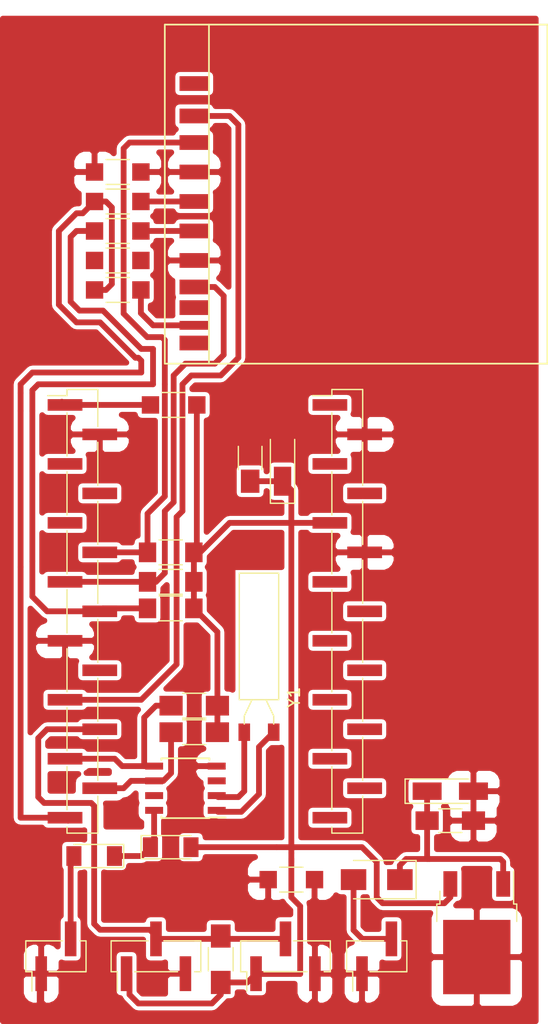
<source format=kicad_pcb>
(kicad_pcb (version 4) (host pcbnew 4.0.6)

  (general
    (links 70)
    (no_connects 8)
    (area 130.048 51.349 177.567001 139.700001)
    (thickness 1.6)
    (drawings 2)
    (tracks 222)
    (zones 0)
    (modules 30)
    (nets 19)
  )

  (page A4)
  (layers
    (0 F.Cu signal)
    (31 B.Cu signal)
    (32 B.Adhes user hide)
    (33 F.Adhes user)
    (34 B.Paste user hide)
    (35 F.Paste user hide)
    (36 B.SilkS user hide)
    (37 F.SilkS user)
    (38 B.Mask user hide)
    (39 F.Mask user hide)
    (40 Dwgs.User user hide)
    (41 Cmts.User user hide)
    (42 Eco1.User user hide)
    (43 Eco2.User user hide)
    (44 Edge.Cuts user hide)
    (45 Margin user hide)
    (46 B.CrtYd user hide)
    (47 F.CrtYd user)
    (48 B.Fab user hide)
    (49 F.Fab user)
  )

  (setup
    (last_trace_width 0.25)
    (trace_clearance 0.2)
    (zone_clearance 0.35)
    (zone_45_only yes)
    (trace_min 0.2)
    (segment_width 0.2)
    (edge_width 0.15)
    (via_size 0.6)
    (via_drill 0.4)
    (via_min_size 0.4)
    (via_min_drill 0.3)
    (uvia_size 0.3)
    (uvia_drill 0.1)
    (uvias_allowed no)
    (uvia_min_size 0.2)
    (uvia_min_drill 0.1)
    (pcb_text_width 0.3)
    (pcb_text_size 1.5 1.5)
    (mod_edge_width 0.15)
    (mod_text_size 1 1)
    (mod_text_width 0.15)
    (pad_size 2.54 1.27)
    (pad_drill 0)
    (pad_to_mask_clearance 0.2)
    (aux_axis_origin 0 0)
    (visible_elements 7FFF7B21)
    (pcbplotparams
      (layerselection 0x00030_80000001)
      (usegerberextensions false)
      (excludeedgelayer true)
      (linewidth 0.100000)
      (plotframeref false)
      (viasonmask false)
      (mode 1)
      (useauxorigin false)
      (hpglpennumber 1)
      (hpglpenspeed 20)
      (hpglpendiameter 15)
      (hpglpenoverlay 2)
      (psnegative false)
      (psa4output false)
      (plotreference true)
      (plotvalue true)
      (plotinvisibletext false)
      (padsonsilk false)
      (subtractmaskfromsilk false)
      (outputformat 1)
      (mirror false)
      (drillshape 1)
      (scaleselection 1)
      (outputdirectory ""))
  )

  (net 0 "")
  (net 1 "Net-(C1-Pad1)")
  (net 2 1wire)
  (net 3 3V3)
  (net 4 "Net-(D1-Pad1)")
  (net 5 "Net-(D2-Pad2)")
  (net 6 "Net-(D3-Pad2)")
  (net 7 MISO)
  (net 8 CS)
  (net 9 SDA)
  (net 10 SD_D)
  (net 11 MOSI)
  (net 12 SCK)
  (net 13 SCL)
  (net 14 "Net-(U2-Pad1)")
  (net 15 "Net-(U2-Pad2)")
  (net 16 GND)
  (net 17 "Net-(J2-Pad8)")
  (net 18 "Net-(J4-Pad10)")

  (net_class Default "To jest domyślna klasa połączeń."
    (clearance 0.2)
    (trace_width 0.25)
    (via_dia 0.6)
    (via_drill 0.4)
    (uvia_dia 0.3)
    (uvia_drill 0.1)
    (add_net GND)
  )

  (net_class Grubsze ""
    (clearance 0.2)
    (trace_width 0.5)
    (via_dia 0.6)
    (via_drill 0.4)
    (uvia_dia 0.3)
    (uvia_drill 0.1)
    (add_net 1wire)
    (add_net 3V3)
    (add_net CS)
    (add_net MISO)
    (add_net MOSI)
    (add_net "Net-(C1-Pad1)")
    (add_net "Net-(D1-Pad1)")
    (add_net "Net-(D2-Pad2)")
    (add_net "Net-(D3-Pad2)")
    (add_net "Net-(J2-Pad8)")
    (add_net "Net-(J4-Pad10)")
    (add_net "Net-(U2-Pad1)")
    (add_net "Net-(U2-Pad2)")
    (add_net SCK)
    (add_net SCL)
    (add_net SDA)
    (add_net SD_D)
  )

  (module Resistors_SMD:R_1206_HandSoldering (layer F.Cu) (tedit 5946E512) (tstamp 591F27E7)
    (at 140.208 73.914 180)
    (descr "Resistor SMD 1206, hand soldering")
    (tags "resistor 1206")
    (path /591F4C30)
    (zone_connect 2)
    (attr smd)
    (fp_text reference RJ3 (at 0 -1.85 180) (layer F.SilkS) hide
      (effects (font (size 1 1) (thickness 0.15)))
    )
    (fp_text value 0 (at 7.112 0 180) (layer F.Fab)
      (effects (font (size 1 1) (thickness 0.15)))
    )
    (fp_text user %R (at 0 0 180) (layer F.Fab)
      (effects (font (size 0.7 0.7) (thickness 0.105)))
    )
    (fp_line (start -1.6 0.8) (end -1.6 -0.8) (layer F.Fab) (width 0.1))
    (fp_line (start 1.6 0.8) (end -1.6 0.8) (layer F.Fab) (width 0.1))
    (fp_line (start 1.6 -0.8) (end 1.6 0.8) (layer F.Fab) (width 0.1))
    (fp_line (start -1.6 -0.8) (end 1.6 -0.8) (layer F.Fab) (width 0.1))
    (fp_line (start 1 1.07) (end -1 1.07) (layer F.SilkS) (width 0.12))
    (fp_line (start -1 -1.07) (end 1 -1.07) (layer F.SilkS) (width 0.12))
    (fp_line (start -3.25 -1.11) (end 3.25 -1.11) (layer F.CrtYd) (width 0.05))
    (fp_line (start -3.25 -1.11) (end -3.25 1.1) (layer F.CrtYd) (width 0.05))
    (fp_line (start 3.25 1.1) (end 3.25 -1.11) (layer F.CrtYd) (width 0.05))
    (fp_line (start 3.25 1.1) (end -3.25 1.1) (layer F.CrtYd) (width 0.05))
    (pad 1 smd rect (at -2 0 180) (size 1.5 1.5) (layers F.Cu F.Paste F.Mask)
      (net 3 3V3) (zone_connect 2))
    (pad 2 smd rect (at 2 0 180) (size 1.5 1.5) (layers F.Cu F.Paste F.Mask)
      (net 3 3V3) (zone_connect 2))
    (model ${KISYS3DMOD}/Resistors_SMD.3dshapes/R_1206.wrl
      (at (xyz 0 0 0))
      (scale (xyz 1 1 1))
      (rotate (xyz 0 0 0))
    )
  )

  (module Resistors_SMD:R_1206_HandSoldering (layer F.Cu) (tedit 5946E519) (tstamp 591DD444)
    (at 140.208 68.834 180)
    (descr "Resistor SMD 1206, hand soldering")
    (tags "resistor 1206")
    (path /591DDBFF)
    (attr smd)
    (fp_text reference R4 (at 0 -1.85 180) (layer F.SilkS) hide
      (effects (font (size 1 1) (thickness 0.15)))
    )
    (fp_text value 10k (at 6.858 0 180) (layer F.Fab)
      (effects (font (size 1 1) (thickness 0.15)))
    )
    (fp_text user %R (at 0 0 180) (layer F.Fab)
      (effects (font (size 0.7 0.7) (thickness 0.105)))
    )
    (fp_line (start -1.6 0.8) (end -1.6 -0.8) (layer F.Fab) (width 0.1))
    (fp_line (start 1.6 0.8) (end -1.6 0.8) (layer F.Fab) (width 0.1))
    (fp_line (start 1.6 -0.8) (end 1.6 0.8) (layer F.Fab) (width 0.1))
    (fp_line (start -1.6 -0.8) (end 1.6 -0.8) (layer F.Fab) (width 0.1))
    (fp_line (start 1 1.07) (end -1 1.07) (layer F.SilkS) (width 0.12))
    (fp_line (start -1 -1.07) (end 1 -1.07) (layer F.SilkS) (width 0.12))
    (fp_line (start -3.25 -1.11) (end 3.25 -1.11) (layer F.CrtYd) (width 0.05))
    (fp_line (start -3.25 -1.11) (end -3.25 1.1) (layer F.CrtYd) (width 0.05))
    (fp_line (start 3.25 1.1) (end 3.25 -1.11) (layer F.CrtYd) (width 0.05))
    (fp_line (start 3.25 1.1) (end -3.25 1.1) (layer F.CrtYd) (width 0.05))
    (pad 1 smd rect (at -2 0 180) (size 1.5 1.5) (layers F.Cu F.Paste F.Mask)
      (net 3 3V3))
    (pad 2 smd rect (at 2 0 180) (size 1.5 1.5) (layers F.Cu F.Paste F.Mask)
      (net 10 SD_D))
    (model ${KISYS3DMOD}/Resistors_SMD.3dshapes/R_1206.wrl
      (at (xyz 0 0 0))
      (scale (xyz 1 1 1))
      (rotate (xyz 0 0 0))
    )
  )

  (module Capacitors_Tantalum_SMD:CP_Tantalum_Case-A_EIA-3216-18_Hand (layer F.Cu) (tedit 5952CC78) (tstamp 591DD3B8)
    (at 168.91 119.634)
    (descr "Tantalum capacitor, Case A, EIA 3216-18, 3.2x1.6x1.6mm, Hand soldering footprint")
    (tags "capacitor tantalum smd")
    (path /591E1ABE)
    (zone_connect 2)
    (attr smd)
    (fp_text reference C2 (at 0 0) (layer F.SilkS) hide
      (effects (font (size 1 1) (thickness 0.15)))
    )
    (fp_text value 10uF (at -3.302 0) (layer F.Fab)
      (effects (font (size 1 1) (thickness 0.15)))
    )
    (fp_line (start -4 -1.2) (end -4 1.2) (layer F.CrtYd) (width 0.05))
    (fp_line (start -4 1.2) (end 4 1.2) (layer F.CrtYd) (width 0.05))
    (fp_line (start 4 1.2) (end 4 -1.2) (layer F.CrtYd) (width 0.05))
    (fp_line (start 4 -1.2) (end -4 -1.2) (layer F.CrtYd) (width 0.05))
    (fp_line (start -1.6 -0.8) (end -1.6 0.8) (layer F.Fab) (width 0.1))
    (fp_line (start -1.6 0.8) (end 1.6 0.8) (layer F.Fab) (width 0.1))
    (fp_line (start 1.6 0.8) (end 1.6 -0.8) (layer F.Fab) (width 0.1))
    (fp_line (start 1.6 -0.8) (end -1.6 -0.8) (layer F.Fab) (width 0.1))
    (fp_line (start -1.28 -0.8) (end -1.28 0.8) (layer F.Fab) (width 0.1))
    (fp_line (start -1.12 -0.8) (end -1.12 0.8) (layer F.Fab) (width 0.1))
    (fp_line (start -3.9 -1.05) (end 1.6 -1.05) (layer F.SilkS) (width 0.12))
    (fp_line (start -3.9 1.05) (end 1.6 1.05) (layer F.SilkS) (width 0.12))
    (fp_line (start -3.9 -1.05) (end -3.9 1.05) (layer F.SilkS) (width 0.12))
    (pad 1 smd rect (at -2 0) (size 2.5 1.5) (layers F.Cu F.Paste F.Mask)
      (net 1 "Net-(C1-Pad1)") (zone_connect 2))
    (pad 2 smd rect (at 2 0) (size 2.5 1.5) (layers F.Cu F.Paste F.Mask)
      (net 16 GND) (zone_connect 1))
    (model Capacitors_Tantalum_SMD.3dshapes/CP_Tantalum_Case-A_EIA-3216-18.wrl
      (at (xyz 0 0 0))
      (scale (xyz 1 1 1))
      (rotate (xyz 0 0 0))
    )
  )

  (module Pin_Headers:Pin_Header_Straight_1x15_Pitch2.54mm_SMD_Pin1Left (layer F.Cu) (tedit 594546AC) (tstamp 591DD3F0)
    (at 137.16 104.14)
    (descr "surface-mounted straight pin header, 1x15, 2.54mm pitch, single row, style 1 (pin 1 left)")
    (tags "Surface mounted pin header SMD 1x15 2.54mm single row style1 pin1 left")
    (path /591DCC7A)
    (attr smd)
    (fp_text reference J2 (at 0 -20.11) (layer F.SilkS) hide
      (effects (font (size 1 1) (thickness 0.15)))
    )
    (fp_text value CONN_01X15 (at 0 20.11) (layer F.Fab) hide
      (effects (font (size 1 1) (thickness 0.15)))
    )
    (fp_line (start -1.27 -19.05) (end -1.27 19.05) (layer F.Fab) (width 0.1))
    (fp_line (start -1.27 19.05) (end 1.27 19.05) (layer F.Fab) (width 0.1))
    (fp_line (start 1.27 19.05) (end 1.27 -19.05) (layer F.Fab) (width 0.1))
    (fp_line (start 1.27 -19.05) (end -1.27 -19.05) (layer F.Fab) (width 0.1))
    (fp_line (start -1.27 -18.1) (end -1.27 -17.46) (layer F.Fab) (width 0.1))
    (fp_line (start -1.27 -17.46) (end -2.65 -17.46) (layer F.Fab) (width 0.1))
    (fp_line (start -2.65 -17.46) (end -2.65 -18.1) (layer F.Fab) (width 0.1))
    (fp_line (start -2.65 -18.1) (end -1.27 -18.1) (layer F.Fab) (width 0.1))
    (fp_line (start -1.27 -13.02) (end -1.27 -12.38) (layer F.Fab) (width 0.1))
    (fp_line (start -1.27 -12.38) (end -2.65 -12.38) (layer F.Fab) (width 0.1))
    (fp_line (start -2.65 -12.38) (end -2.65 -13.02) (layer F.Fab) (width 0.1))
    (fp_line (start -2.65 -13.02) (end -1.27 -13.02) (layer F.Fab) (width 0.1))
    (fp_line (start -1.27 -7.94) (end -1.27 -7.3) (layer F.Fab) (width 0.1))
    (fp_line (start -1.27 -7.3) (end -2.65 -7.3) (layer F.Fab) (width 0.1))
    (fp_line (start -2.65 -7.3) (end -2.65 -7.94) (layer F.Fab) (width 0.1))
    (fp_line (start -2.65 -7.94) (end -1.27 -7.94) (layer F.Fab) (width 0.1))
    (fp_line (start -1.27 -2.86) (end -1.27 -2.22) (layer F.Fab) (width 0.1))
    (fp_line (start -1.27 -2.22) (end -2.65 -2.22) (layer F.Fab) (width 0.1))
    (fp_line (start -2.65 -2.22) (end -2.65 -2.86) (layer F.Fab) (width 0.1))
    (fp_line (start -2.65 -2.86) (end -1.27 -2.86) (layer F.Fab) (width 0.1))
    (fp_line (start -1.27 2.22) (end -1.27 2.86) (layer F.Fab) (width 0.1))
    (fp_line (start -1.27 2.86) (end -2.65 2.86) (layer F.Fab) (width 0.1))
    (fp_line (start -2.65 2.86) (end -2.65 2.22) (layer F.Fab) (width 0.1))
    (fp_line (start -2.65 2.22) (end -1.27 2.22) (layer F.Fab) (width 0.1))
    (fp_line (start -1.27 7.3) (end -1.27 7.94) (layer F.Fab) (width 0.1))
    (fp_line (start -1.27 7.94) (end -2.65 7.94) (layer F.Fab) (width 0.1))
    (fp_line (start -2.65 7.94) (end -2.65 7.3) (layer F.Fab) (width 0.1))
    (fp_line (start -2.65 7.3) (end -1.27 7.3) (layer F.Fab) (width 0.1))
    (fp_line (start -1.27 12.38) (end -1.27 13.02) (layer F.Fab) (width 0.1))
    (fp_line (start -1.27 13.02) (end -2.65 13.02) (layer F.Fab) (width 0.1))
    (fp_line (start -2.65 13.02) (end -2.65 12.38) (layer F.Fab) (width 0.1))
    (fp_line (start -2.65 12.38) (end -1.27 12.38) (layer F.Fab) (width 0.1))
    (fp_line (start -1.27 17.46) (end -1.27 18.1) (layer F.Fab) (width 0.1))
    (fp_line (start -1.27 18.1) (end -2.65 18.1) (layer F.Fab) (width 0.1))
    (fp_line (start -2.65 18.1) (end -2.65 17.46) (layer F.Fab) (width 0.1))
    (fp_line (start -2.65 17.46) (end -1.27 17.46) (layer F.Fab) (width 0.1))
    (fp_line (start 1.27 -15.56) (end 1.27 -14.92) (layer F.Fab) (width 0.1))
    (fp_line (start 1.27 -14.92) (end 2.65 -14.92) (layer F.Fab) (width 0.1))
    (fp_line (start 2.65 -14.92) (end 2.65 -15.56) (layer F.Fab) (width 0.1))
    (fp_line (start 2.65 -15.56) (end 1.27 -15.56) (layer F.Fab) (width 0.1))
    (fp_line (start 1.27 -10.48) (end 1.27 -9.84) (layer F.Fab) (width 0.1))
    (fp_line (start 1.27 -9.84) (end 2.65 -9.84) (layer F.Fab) (width 0.1))
    (fp_line (start 2.65 -9.84) (end 2.65 -10.48) (layer F.Fab) (width 0.1))
    (fp_line (start 2.65 -10.48) (end 1.27 -10.48) (layer F.Fab) (width 0.1))
    (fp_line (start 1.27 -5.4) (end 1.27 -4.76) (layer F.Fab) (width 0.1))
    (fp_line (start 1.27 -4.76) (end 2.65 -4.76) (layer F.Fab) (width 0.1))
    (fp_line (start 2.65 -4.76) (end 2.65 -5.4) (layer F.Fab) (width 0.1))
    (fp_line (start 2.65 -5.4) (end 1.27 -5.4) (layer F.Fab) (width 0.1))
    (fp_line (start 1.27 -0.32) (end 1.27 0.32) (layer F.Fab) (width 0.1))
    (fp_line (start 1.27 0.32) (end 2.65 0.32) (layer F.Fab) (width 0.1))
    (fp_line (start 2.65 0.32) (end 2.65 -0.32) (layer F.Fab) (width 0.1))
    (fp_line (start 2.65 -0.32) (end 1.27 -0.32) (layer F.Fab) (width 0.1))
    (fp_line (start 1.27 4.76) (end 1.27 5.4) (layer F.Fab) (width 0.1))
    (fp_line (start 1.27 5.4) (end 2.65 5.4) (layer F.Fab) (width 0.1))
    (fp_line (start 2.65 5.4) (end 2.65 4.76) (layer F.Fab) (width 0.1))
    (fp_line (start 2.65 4.76) (end 1.27 4.76) (layer F.Fab) (width 0.1))
    (fp_line (start 1.27 9.84) (end 1.27 10.48) (layer F.Fab) (width 0.1))
    (fp_line (start 1.27 10.48) (end 2.65 10.48) (layer F.Fab) (width 0.1))
    (fp_line (start 2.65 10.48) (end 2.65 9.84) (layer F.Fab) (width 0.1))
    (fp_line (start 2.65 9.84) (end 1.27 9.84) (layer F.Fab) (width 0.1))
    (fp_line (start 1.27 14.92) (end 1.27 15.56) (layer F.Fab) (width 0.1))
    (fp_line (start 1.27 15.56) (end 2.65 15.56) (layer F.Fab) (width 0.1))
    (fp_line (start 2.65 15.56) (end 2.65 14.92) (layer F.Fab) (width 0.1))
    (fp_line (start 2.65 14.92) (end 1.27 14.92) (layer F.Fab) (width 0.1))
    (fp_line (start -1.33 -18.58) (end -1.33 -19.11) (layer F.SilkS) (width 0.12))
    (fp_line (start -1.33 -19.11) (end 1.33 -19.11) (layer F.SilkS) (width 0.12))
    (fp_line (start 1.33 -19.11) (end 1.33 -18.58) (layer F.SilkS) (width 0.12))
    (fp_line (start -1.33 18.58) (end -1.33 19.11) (layer F.SilkS) (width 0.12))
    (fp_line (start -1.33 19.11) (end 1.33 19.11) (layer F.SilkS) (width 0.12))
    (fp_line (start 1.33 19.11) (end 1.33 18.58) (layer F.SilkS) (width 0.12))
    (fp_line (start 1.33 -19.11) (end 1.33 -15.92) (layer F.SilkS) (width 0.12))
    (fp_line (start -1.33 -18.58) (end -3 -18.58) (layer F.SilkS) (width 0.12))
    (fp_line (start 1.33 -14.56) (end 1.33 -10.84) (layer F.SilkS) (width 0.12))
    (fp_line (start 1.33 -9.48) (end 1.33 -5.76) (layer F.SilkS) (width 0.12))
    (fp_line (start 1.33 -4.4) (end 1.33 -0.68) (layer F.SilkS) (width 0.12))
    (fp_line (start 1.33 0.68) (end 1.33 4.4) (layer F.SilkS) (width 0.12))
    (fp_line (start 1.33 5.76) (end 1.33 9.48) (layer F.SilkS) (width 0.12))
    (fp_line (start 1.33 10.84) (end 1.33 14.56) (layer F.SilkS) (width 0.12))
    (fp_line (start 1.33 15.92) (end 1.33 19.11) (layer F.SilkS) (width 0.12))
    (fp_line (start -1.33 -17.1) (end -1.33 -13.38) (layer F.SilkS) (width 0.12))
    (fp_line (start -1.33 -12.02) (end -1.33 -8.3) (layer F.SilkS) (width 0.12))
    (fp_line (start -1.33 -6.94) (end -1.33 -3.22) (layer F.SilkS) (width 0.12))
    (fp_line (start -1.33 -1.86) (end -1.33 1.86) (layer F.SilkS) (width 0.12))
    (fp_line (start -1.33 3.22) (end -1.33 6.94) (layer F.SilkS) (width 0.12))
    (fp_line (start -1.33 8.3) (end -1.33 12.02) (layer F.SilkS) (width 0.12))
    (fp_line (start -1.33 13.38) (end -1.33 17.1) (layer F.SilkS) (width 0.12))
    (fp_line (start -3.5 -19.6) (end -3.5 19.6) (layer F.CrtYd) (width 0.05))
    (fp_line (start -3.5 19.6) (end 3.5 19.6) (layer F.CrtYd) (width 0.05))
    (fp_line (start 3.5 19.6) (end 3.5 -19.6) (layer F.CrtYd) (width 0.05))
    (fp_line (start 3.5 -19.6) (end -3.5 -19.6) (layer F.CrtYd) (width 0.05))
    (fp_text user %R (at 0 -20.11) (layer F.Fab)
      (effects (font (size 1 1) (thickness 0.15)))
    )
    (pad 1 smd rect (at -1.5 -17.78) (size 3 1) (layers F.Cu F.Paste F.Mask)
      (net 3 3V3))
    (pad 3 smd rect (at -1.5 -12.7) (size 3 1) (layers F.Cu F.Paste F.Mask))
    (pad 5 smd rect (at -1.5 -7.62) (size 3 1) (layers F.Cu F.Paste F.Mask))
    (pad 7 smd rect (at -1.5 -2.54) (size 3 1) (layers F.Cu F.Paste F.Mask)
      (net 7 MISO))
    (pad 9 smd rect (at -1.5 2.54) (size 3 1) (layers F.Cu F.Paste F.Mask)
      (net 16 GND))
    (pad 11 smd rect (at -1.5 7.62) (size 3 1) (layers F.Cu F.Paste F.Mask)
      (net 8 CS))
    (pad 13 smd rect (at -1.5 12.7) (size 3 1) (layers F.Cu F.Paste F.Mask)
      (net 9 SDA))
    (pad 15 smd rect (at -1.5 17.78) (size 3 1) (layers F.Cu F.Paste F.Mask)
      (net 10 SD_D))
    (pad 2 smd rect (at 1.5 -15.24) (size 3 1) (layers F.Cu F.Paste F.Mask)
      (net 16 GND))
    (pad 4 smd rect (at 1.5 -10.16) (size 3 1) (layers F.Cu F.Paste F.Mask))
    (pad 6 smd rect (at 1.5 -5.08) (size 3 1) (layers F.Cu F.Paste F.Mask)
      (net 11 MOSI))
    (pad 8 smd rect (at 1.5 0) (size 3 1) (layers F.Cu F.Paste F.Mask)
      (net 17 "Net-(J2-Pad8)"))
    (pad 10 smd rect (at 1.5 5.08) (size 3 1) (layers F.Cu F.Paste F.Mask))
    (pad 12 smd rect (at 1.5 10.16) (size 3 1) (layers F.Cu F.Paste F.Mask)
      (net 2 1wire))
    (pad 14 smd rect (at 1.5 15.24) (size 3 1) (layers F.Cu F.Paste F.Mask)
      (net 13 SCL))
    (model ${KISYS3DMOD}/Pin_Headers.3dshapes/Pin_Header_Straight_1x15_Pitch2.54mm_SMD_Pin1Left.wrl
      (at (xyz 0 0 0))
      (scale (xyz 1 1 1))
      (rotate (xyz 0 0 0))
    )
  )

  (module Capacitors_SMD:C_1206_HandSoldering (layer F.Cu) (tedit 5952CC6F) (tstamp 591DD3B2)
    (at 168.91 122.174)
    (descr "Capacitor SMD 1206, hand soldering")
    (tags "capacitor 1206")
    (path /591E1A2B)
    (zone_connect 2)
    (attr smd)
    (fp_text reference C1 (at 0 0) (layer F.SilkS) hide
      (effects (font (size 1 1) (thickness 0.15)))
    )
    (fp_text value 10nF (at -3.302 0) (layer F.Fab)
      (effects (font (size 1 1) (thickness 0.15)))
    )
    (fp_text user %R (at 0 0) (layer F.Fab)
      (effects (font (size 1 1) (thickness 0.15)))
    )
    (fp_line (start -1.6 0.8) (end -1.6 -0.8) (layer F.Fab) (width 0.1))
    (fp_line (start 1.6 0.8) (end -1.6 0.8) (layer F.Fab) (width 0.1))
    (fp_line (start 1.6 -0.8) (end 1.6 0.8) (layer F.Fab) (width 0.1))
    (fp_line (start -1.6 -0.8) (end 1.6 -0.8) (layer F.Fab) (width 0.1))
    (fp_line (start 1 -1.02) (end -1 -1.02) (layer F.SilkS) (width 0.12))
    (fp_line (start -1 1.02) (end 1 1.02) (layer F.SilkS) (width 0.12))
    (fp_line (start -3.25 -1.05) (end 3.25 -1.05) (layer F.CrtYd) (width 0.05))
    (fp_line (start -3.25 -1.05) (end -3.25 1.05) (layer F.CrtYd) (width 0.05))
    (fp_line (start 3.25 1.05) (end 3.25 -1.05) (layer F.CrtYd) (width 0.05))
    (fp_line (start 3.25 1.05) (end -3.25 1.05) (layer F.CrtYd) (width 0.05))
    (pad 1 smd rect (at -2 0) (size 2 1.6) (layers F.Cu F.Paste F.Mask)
      (net 1 "Net-(C1-Pad1)") (zone_connect 2))
    (pad 2 smd rect (at 2 0) (size 2 1.6) (layers F.Cu F.Paste F.Mask)
      (net 16 GND) (zone_connect 1))
    (model Capacitors_SMD.3dshapes/C_1206.wrl
      (at (xyz 0 0 0))
      (scale (xyz 1 1 1))
      (rotate (xyz 0 0 0))
    )
  )

  (module Capacitors_SMD:C_1206_HandSoldering (layer F.Cu) (tedit 594545CA) (tstamp 591DD3BE)
    (at 151.638 90.932 90)
    (descr "Capacitor SMD 1206, hand soldering")
    (tags "capacitor 1206")
    (path /591E1D93)
    (zone_connect 2)
    (attr smd)
    (fp_text reference C3 (at 0 0 90) (layer F.SilkS) hide
      (effects (font (size 1 1) (thickness 0.15)))
    )
    (fp_text value 10nF (at 3.556 0 90) (layer F.Fab)
      (effects (font (size 1 1) (thickness 0.15)))
    )
    (fp_line (start -1.6 0.8) (end -1.6 -0.8) (layer F.Fab) (width 0.1))
    (fp_line (start 1.6 0.8) (end -1.6 0.8) (layer F.Fab) (width 0.1))
    (fp_line (start 1.6 -0.8) (end 1.6 0.8) (layer F.Fab) (width 0.1))
    (fp_line (start -1.6 -0.8) (end 1.6 -0.8) (layer F.Fab) (width 0.1))
    (fp_line (start 1 -1.02) (end -1 -1.02) (layer F.SilkS) (width 0.12))
    (fp_line (start -1 1.02) (end 1 1.02) (layer F.SilkS) (width 0.12))
    (fp_line (start -3.25 -1.05) (end 3.25 -1.05) (layer F.CrtYd) (width 0.05))
    (fp_line (start -3.25 -1.05) (end -3.25 1.05) (layer F.CrtYd) (width 0.05))
    (fp_line (start 3.25 1.05) (end 3.25 -1.05) (layer F.CrtYd) (width 0.05))
    (fp_line (start 3.25 1.05) (end -3.25 1.05) (layer F.CrtYd) (width 0.05))
    (pad 1 smd rect (at -2 0 90) (size 2 1.6) (layers F.Cu F.Paste F.Mask)
      (net 3 3V3) (zone_connect 2))
    (pad 2 smd rect (at 2 0 90) (size 2 1.6) (layers F.Cu F.Paste F.Mask)
      (net 16 GND) (zone_connect 2))
    (model Capacitors_SMD.3dshapes/C_1206.wrl
      (at (xyz 0 0 0))
      (scale (xyz 1 1 1))
      (rotate (xyz 0 0 0))
    )
  )

  (module Capacitors_Tantalum_SMD:CP_Tantalum_Case-A_EIA-3216-18_Hand (layer F.Cu) (tedit 59454515) (tstamp 591DD3C4)
    (at 154.432 90.932 90)
    (descr "Tantalum capacitor, Case A, EIA 3216-18, 3.2x1.6x1.6mm, Hand soldering footprint")
    (tags "capacitor tantalum smd")
    (path /591E1E6F)
    (zone_connect 2)
    (attr smd)
    (fp_text reference C4 (at 0 0 90) (layer F.Fab)
      (effects (font (size 1 1) (thickness 0.15)))
    )
    (fp_text value 10uF (at 3.556 0 90) (layer F.Fab)
      (effects (font (size 1 1) (thickness 0.15)))
    )
    (fp_line (start -4 -1.2) (end -4 1.2) (layer F.CrtYd) (width 0.05))
    (fp_line (start -4 1.2) (end 4 1.2) (layer F.CrtYd) (width 0.05))
    (fp_line (start 4 1.2) (end 4 -1.2) (layer F.CrtYd) (width 0.05))
    (fp_line (start 4 -1.2) (end -4 -1.2) (layer F.CrtYd) (width 0.05))
    (fp_line (start -1.6 -0.8) (end -1.6 0.8) (layer F.Fab) (width 0.1))
    (fp_line (start -1.6 0.8) (end 1.6 0.8) (layer F.Fab) (width 0.1))
    (fp_line (start 1.6 0.8) (end 1.6 -0.8) (layer F.Fab) (width 0.1))
    (fp_line (start 1.6 -0.8) (end -1.6 -0.8) (layer F.Fab) (width 0.1))
    (fp_line (start -1.28 -0.8) (end -1.28 0.8) (layer F.Fab) (width 0.1))
    (fp_line (start -1.12 -0.8) (end -1.12 0.8) (layer F.Fab) (width 0.1))
    (fp_line (start -3.9 -1.05) (end 1.6 -1.05) (layer F.SilkS) (width 0.12))
    (fp_line (start -3.9 1.05) (end 1.6 1.05) (layer F.SilkS) (width 0.12))
    (fp_line (start -3.9 -1.05) (end -3.9 1.05) (layer F.SilkS) (width 0.12))
    (pad 1 smd rect (at -2 0 90) (size 2.5 1.5) (layers F.Cu F.Paste F.Mask)
      (net 3 3V3) (zone_connect 2))
    (pad 2 smd rect (at 2 0 90) (size 2.5 1.5) (layers F.Cu F.Paste F.Mask)
      (net 16 GND) (zone_connect 2))
    (model Capacitors_Tantalum_SMD.3dshapes/CP_Tantalum_Case-A_EIA-3216-18.wrl
      (at (xyz 0 0 0))
      (scale (xyz 1 1 1))
      (rotate (xyz 0 0 0))
    )
  )

  (module Diodes_SMD:D_MiniMELF (layer F.Cu) (tedit 5945464C) (tstamp 591DD3CA)
    (at 144.78 124.46)
    (descr "Diode Mini-MELF")
    (tags "Diode Mini-MELF")
    (path /591DF401)
    (attr smd)
    (fp_text reference D1 (at 0 -2) (layer F.SilkS) hide
      (effects (font (size 1 1) (thickness 0.15)))
    )
    (fp_text value 1N4148 (at 0 1.75) (layer F.Fab)
      (effects (font (size 1 1) (thickness 0.15)))
    )
    (fp_text user %R (at 2.794 0) (layer F.Fab)
      (effects (font (size 1 1) (thickness 0.15)))
    )
    (fp_line (start 1.75 -1) (end -2.55 -1) (layer F.SilkS) (width 0.12))
    (fp_line (start -2.55 -1) (end -2.55 1) (layer F.SilkS) (width 0.12))
    (fp_line (start -2.55 1) (end 1.75 1) (layer F.SilkS) (width 0.12))
    (fp_line (start 1.65 -0.8) (end 1.65 0.8) (layer F.Fab) (width 0.1))
    (fp_line (start 1.65 0.8) (end -1.65 0.8) (layer F.Fab) (width 0.1))
    (fp_line (start -1.65 0.8) (end -1.65 -0.8) (layer F.Fab) (width 0.1))
    (fp_line (start -1.65 -0.8) (end 1.65 -0.8) (layer F.Fab) (width 0.1))
    (fp_line (start 0.25 0) (end 0.75 0) (layer F.Fab) (width 0.1))
    (fp_line (start 0.25 0.4) (end -0.35 0) (layer F.Fab) (width 0.1))
    (fp_line (start 0.25 -0.4) (end 0.25 0.4) (layer F.Fab) (width 0.1))
    (fp_line (start -0.35 0) (end 0.25 -0.4) (layer F.Fab) (width 0.1))
    (fp_line (start -0.35 0) (end -0.35 0.55) (layer F.Fab) (width 0.1))
    (fp_line (start -0.35 0) (end -0.35 -0.55) (layer F.Fab) (width 0.1))
    (fp_line (start -0.75 0) (end -0.35 0) (layer F.Fab) (width 0.1))
    (fp_line (start -2.65 -1.1) (end 2.65 -1.1) (layer F.CrtYd) (width 0.05))
    (fp_line (start 2.65 -1.1) (end 2.65 1.1) (layer F.CrtYd) (width 0.05))
    (fp_line (start 2.65 1.1) (end -2.65 1.1) (layer F.CrtYd) (width 0.05))
    (fp_line (start -2.65 1.1) (end -2.65 -1.1) (layer F.CrtYd) (width 0.05))
    (pad 1 smd rect (at -1.75 0) (size 1.3 1.7) (layers F.Cu F.Paste F.Mask)
      (net 4 "Net-(D1-Pad1)"))
    (pad 2 smd rect (at 1.75 0) (size 1.3 1.7) (layers F.Cu F.Paste F.Mask)
      (net 3 3V3))
    (model ${KISYS3DMOD}/Diodes_SMD.3dshapes/D_MiniMELF.wrl
      (at (xyz 0 0 0))
      (scale (xyz 1 1 1))
      (rotate (xyz 0 0 0))
    )
  )

  (module Diodes_SMD:D_SMA (layer F.Cu) (tedit 594547D8) (tstamp 591DD3D0)
    (at 162.56 127.254 180)
    (descr "Diode SMA")
    (tags "Diode SMA")
    (path /591E10E9)
    (attr smd)
    (fp_text reference D2 (at 0 -2.5 270) (layer F.SilkS) hide
      (effects (font (size 1 1) (thickness 0.15)))
    )
    (fp_text value 1N4007 (at 0 2.6 180) (layer F.Fab)
      (effects (font (size 1 1) (thickness 0.15)))
    )
    (fp_text user %R (at 0 -2.5 180) (layer F.Fab)
      (effects (font (size 1 1) (thickness 0.15)))
    )
    (fp_line (start -3.4 -1.65) (end -3.4 1.65) (layer F.SilkS) (width 0.12))
    (fp_line (start 2.3 1.5) (end -2.3 1.5) (layer F.Fab) (width 0.1))
    (fp_line (start -2.3 1.5) (end -2.3 -1.5) (layer F.Fab) (width 0.1))
    (fp_line (start 2.3 -1.5) (end 2.3 1.5) (layer F.Fab) (width 0.1))
    (fp_line (start 2.3 -1.5) (end -2.3 -1.5) (layer F.Fab) (width 0.1))
    (fp_line (start -3.5 -1.75) (end 3.5 -1.75) (layer F.CrtYd) (width 0.05))
    (fp_line (start 3.5 -1.75) (end 3.5 1.75) (layer F.CrtYd) (width 0.05))
    (fp_line (start 3.5 1.75) (end -3.5 1.75) (layer F.CrtYd) (width 0.05))
    (fp_line (start -3.5 1.75) (end -3.5 -1.75) (layer F.CrtYd) (width 0.05))
    (fp_line (start -0.64944 0.00102) (end -1.55114 0.00102) (layer F.Fab) (width 0.1))
    (fp_line (start 0.50118 0.00102) (end 1.4994 0.00102) (layer F.Fab) (width 0.1))
    (fp_line (start -0.64944 -0.79908) (end -0.64944 0.80112) (layer F.Fab) (width 0.1))
    (fp_line (start 0.50118 0.75032) (end 0.50118 -0.79908) (layer F.Fab) (width 0.1))
    (fp_line (start -0.64944 0.00102) (end 0.50118 0.75032) (layer F.Fab) (width 0.1))
    (fp_line (start -0.64944 0.00102) (end 0.50118 -0.79908) (layer F.Fab) (width 0.1))
    (fp_line (start -3.4 1.65) (end 2 1.65) (layer F.SilkS) (width 0.12))
    (fp_line (start -3.4 -1.65) (end 2 -1.65) (layer F.SilkS) (width 0.12))
    (pad 1 smd rect (at -2 0 180) (size 2.2 1.8) (layers F.Cu F.Paste F.Mask)
      (net 1 "Net-(C1-Pad1)"))
    (pad 2 smd rect (at 2 0 180) (size 2.2 1.8) (layers F.Cu F.Paste F.Mask)
      (net 5 "Net-(D2-Pad2)"))
    (model ${KISYS3DMOD}/Diodes_SMD.3dshapes/D_SMA.wrl
      (at (xyz 0 0 0))
      (scale (xyz 1 1 1))
      (rotate (xyz 0 0 0))
    )
  )

  (module Diodes_SMD:D_MiniMELF (layer F.Cu) (tedit 594546A2) (tstamp 591DD3D6)
    (at 138.176 125.222 180)
    (descr "Diode Mini-MELF")
    (tags "Diode Mini-MELF")
    (path /591DF21A)
    (attr smd)
    (fp_text reference D3 (at 0 -2 180) (layer F.SilkS) hide
      (effects (font (size 1 1) (thickness 0.15)))
    )
    (fp_text value 1N4148 (at 4.826 0 180) (layer F.Fab)
      (effects (font (size 1 1) (thickness 0.15)))
    )
    (fp_text user %R (at 0 -2 180) (layer F.Fab)
      (effects (font (size 1 1) (thickness 0.15)))
    )
    (fp_line (start 1.75 -1) (end -2.55 -1) (layer F.SilkS) (width 0.12))
    (fp_line (start -2.55 -1) (end -2.55 1) (layer F.SilkS) (width 0.12))
    (fp_line (start -2.55 1) (end 1.75 1) (layer F.SilkS) (width 0.12))
    (fp_line (start 1.65 -0.8) (end 1.65 0.8) (layer F.Fab) (width 0.1))
    (fp_line (start 1.65 0.8) (end -1.65 0.8) (layer F.Fab) (width 0.1))
    (fp_line (start -1.65 0.8) (end -1.65 -0.8) (layer F.Fab) (width 0.1))
    (fp_line (start -1.65 -0.8) (end 1.65 -0.8) (layer F.Fab) (width 0.1))
    (fp_line (start 0.25 0) (end 0.75 0) (layer F.Fab) (width 0.1))
    (fp_line (start 0.25 0.4) (end -0.35 0) (layer F.Fab) (width 0.1))
    (fp_line (start 0.25 -0.4) (end 0.25 0.4) (layer F.Fab) (width 0.1))
    (fp_line (start -0.35 0) (end 0.25 -0.4) (layer F.Fab) (width 0.1))
    (fp_line (start -0.35 0) (end -0.35 0.55) (layer F.Fab) (width 0.1))
    (fp_line (start -0.35 0) (end -0.35 -0.55) (layer F.Fab) (width 0.1))
    (fp_line (start -0.75 0) (end -0.35 0) (layer F.Fab) (width 0.1))
    (fp_line (start -2.65 -1.1) (end 2.65 -1.1) (layer F.CrtYd) (width 0.05))
    (fp_line (start 2.65 -1.1) (end 2.65 1.1) (layer F.CrtYd) (width 0.05))
    (fp_line (start 2.65 1.1) (end -2.65 1.1) (layer F.CrtYd) (width 0.05))
    (fp_line (start -2.65 1.1) (end -2.65 -1.1) (layer F.CrtYd) (width 0.05))
    (pad 1 smd rect (at -1.75 0 180) (size 1.3 1.7) (layers F.Cu F.Paste F.Mask)
      (net 4 "Net-(D1-Pad1)"))
    (pad 2 smd rect (at 1.75 0 180) (size 1.3 1.7) (layers F.Cu F.Paste F.Mask)
      (net 6 "Net-(D3-Pad2)"))
    (model ${KISYS3DMOD}/Diodes_SMD.3dshapes/D_MiniMELF.wrl
      (at (xyz 0 0 0))
      (scale (xyz 1 1 1))
      (rotate (xyz 0 0 0))
    )
  )

  (module Pin_Headers:Pin_Header_Straight_1x03_Pitch2.54mm_SMD_Pin1Left (layer F.Cu) (tedit 5945467A) (tstamp 591DD3DD)
    (at 154.686 133.858 90)
    (descr "surface-mounted straight pin header, 1x03, 2.54mm pitch, single row, style 1 (pin 1 left)")
    (tags "Surface mounted pin header SMD 1x03 2.54mm single row style1 pin1 left")
    (path /591DD1E5)
    (attr smd)
    (fp_text reference J1 (at 0 -4.87 90) (layer F.SilkS) hide
      (effects (font (size 1 1) (thickness 0.15)))
    )
    (fp_text value CONN_01X03 (at 0 4.87 90) (layer F.Fab) hide
      (effects (font (size 1 1) (thickness 0.15)))
    )
    (fp_line (start -1.27 -3.81) (end -1.27 3.81) (layer F.Fab) (width 0.1))
    (fp_line (start -1.27 3.81) (end 1.27 3.81) (layer F.Fab) (width 0.1))
    (fp_line (start 1.27 3.81) (end 1.27 -3.81) (layer F.Fab) (width 0.1))
    (fp_line (start 1.27 -3.81) (end -1.27 -3.81) (layer F.Fab) (width 0.1))
    (fp_line (start -1.27 -2.86) (end -1.27 -2.22) (layer F.Fab) (width 0.1))
    (fp_line (start -1.27 -2.22) (end -2.65 -2.22) (layer F.Fab) (width 0.1))
    (fp_line (start -2.65 -2.22) (end -2.65 -2.86) (layer F.Fab) (width 0.1))
    (fp_line (start -2.65 -2.86) (end -1.27 -2.86) (layer F.Fab) (width 0.1))
    (fp_line (start -1.27 2.22) (end -1.27 2.86) (layer F.Fab) (width 0.1))
    (fp_line (start -1.27 2.86) (end -2.65 2.86) (layer F.Fab) (width 0.1))
    (fp_line (start -2.65 2.86) (end -2.65 2.22) (layer F.Fab) (width 0.1))
    (fp_line (start -2.65 2.22) (end -1.27 2.22) (layer F.Fab) (width 0.1))
    (fp_line (start 1.27 -0.32) (end 1.27 0.32) (layer F.Fab) (width 0.1))
    (fp_line (start 1.27 0.32) (end 2.65 0.32) (layer F.Fab) (width 0.1))
    (fp_line (start 2.65 0.32) (end 2.65 -0.32) (layer F.Fab) (width 0.1))
    (fp_line (start 2.65 -0.32) (end 1.27 -0.32) (layer F.Fab) (width 0.1))
    (fp_line (start -1.33 -3.34) (end -1.33 -3.87) (layer F.SilkS) (width 0.12))
    (fp_line (start -1.33 -3.87) (end 1.33 -3.87) (layer F.SilkS) (width 0.12))
    (fp_line (start 1.33 -3.87) (end 1.33 -3.34) (layer F.SilkS) (width 0.12))
    (fp_line (start -1.33 3.34) (end -1.33 3.87) (layer F.SilkS) (width 0.12))
    (fp_line (start -1.33 3.87) (end 1.33 3.87) (layer F.SilkS) (width 0.12))
    (fp_line (start 1.33 3.87) (end 1.33 3.34) (layer F.SilkS) (width 0.12))
    (fp_line (start 1.33 -3.87) (end 1.33 -0.68) (layer F.SilkS) (width 0.12))
    (fp_line (start -1.33 -3.34) (end -3 -3.34) (layer F.SilkS) (width 0.12))
    (fp_line (start 1.33 0.68) (end 1.33 3.87) (layer F.SilkS) (width 0.12))
    (fp_line (start -1.33 -1.86) (end -1.33 1.86) (layer F.SilkS) (width 0.12))
    (fp_line (start -3.5 -4.35) (end -3.5 4.35) (layer F.CrtYd) (width 0.05))
    (fp_line (start -3.5 4.35) (end 3.5 4.35) (layer F.CrtYd) (width 0.05))
    (fp_line (start 3.5 4.35) (end 3.5 -4.35) (layer F.CrtYd) (width 0.05))
    (fp_line (start 3.5 -4.35) (end -3.5 -4.35) (layer F.CrtYd) (width 0.05))
    (fp_text user %R (at 2.794 -2.794 180) (layer F.Fab)
      (effects (font (size 1 1) (thickness 0.15)))
    )
    (pad 1 smd rect (at -1.5 -2.54 90) (size 3 1) (layers F.Cu F.Paste F.Mask)
      (net 3 3V3))
    (pad 3 smd rect (at -1.5 2.54 90) (size 3 1) (layers F.Cu F.Paste F.Mask)
      (net 16 GND))
    (pad 2 smd rect (at 1.5 0 90) (size 3 1) (layers F.Cu F.Paste F.Mask)
      (net 2 1wire))
    (model ${KISYS3DMOD}/Pin_Headers.3dshapes/Pin_Header_Straight_1x03_Pitch2.54mm_SMD_Pin1Left.wrl
      (at (xyz 0 0 0))
      (scale (xyz 1 1 1))
      (rotate (xyz 0 0 0))
    )
  )

  (module Pin_Headers:Pin_Header_Straight_1x15_Pitch2.54mm_SMD_Pin1Left (layer F.Cu) (tedit 594546B2) (tstamp 591DD403)
    (at 160.02 104.14)
    (descr "surface-mounted straight pin header, 1x15, 2.54mm pitch, single row, style 1 (pin 1 left)")
    (tags "Surface mounted pin header SMD 1x15 2.54mm single row style1 pin1 left")
    (path /591DCD63)
    (attr smd)
    (fp_text reference J3 (at 0 -20.11) (layer F.SilkS) hide
      (effects (font (size 1 1) (thickness 0.15)))
    )
    (fp_text value CONN_01X15 (at 0 20.11) (layer F.Fab) hide
      (effects (font (size 1 1) (thickness 0.15)))
    )
    (fp_line (start -1.27 -19.05) (end -1.27 19.05) (layer F.Fab) (width 0.1))
    (fp_line (start -1.27 19.05) (end 1.27 19.05) (layer F.Fab) (width 0.1))
    (fp_line (start 1.27 19.05) (end 1.27 -19.05) (layer F.Fab) (width 0.1))
    (fp_line (start 1.27 -19.05) (end -1.27 -19.05) (layer F.Fab) (width 0.1))
    (fp_line (start -1.27 -18.1) (end -1.27 -17.46) (layer F.Fab) (width 0.1))
    (fp_line (start -1.27 -17.46) (end -2.65 -17.46) (layer F.Fab) (width 0.1))
    (fp_line (start -2.65 -17.46) (end -2.65 -18.1) (layer F.Fab) (width 0.1))
    (fp_line (start -2.65 -18.1) (end -1.27 -18.1) (layer F.Fab) (width 0.1))
    (fp_line (start -1.27 -13.02) (end -1.27 -12.38) (layer F.Fab) (width 0.1))
    (fp_line (start -1.27 -12.38) (end -2.65 -12.38) (layer F.Fab) (width 0.1))
    (fp_line (start -2.65 -12.38) (end -2.65 -13.02) (layer F.Fab) (width 0.1))
    (fp_line (start -2.65 -13.02) (end -1.27 -13.02) (layer F.Fab) (width 0.1))
    (fp_line (start -1.27 -7.94) (end -1.27 -7.3) (layer F.Fab) (width 0.1))
    (fp_line (start -1.27 -7.3) (end -2.65 -7.3) (layer F.Fab) (width 0.1))
    (fp_line (start -2.65 -7.3) (end -2.65 -7.94) (layer F.Fab) (width 0.1))
    (fp_line (start -2.65 -7.94) (end -1.27 -7.94) (layer F.Fab) (width 0.1))
    (fp_line (start -1.27 -2.86) (end -1.27 -2.22) (layer F.Fab) (width 0.1))
    (fp_line (start -1.27 -2.22) (end -2.65 -2.22) (layer F.Fab) (width 0.1))
    (fp_line (start -2.65 -2.22) (end -2.65 -2.86) (layer F.Fab) (width 0.1))
    (fp_line (start -2.65 -2.86) (end -1.27 -2.86) (layer F.Fab) (width 0.1))
    (fp_line (start -1.27 2.22) (end -1.27 2.86) (layer F.Fab) (width 0.1))
    (fp_line (start -1.27 2.86) (end -2.65 2.86) (layer F.Fab) (width 0.1))
    (fp_line (start -2.65 2.86) (end -2.65 2.22) (layer F.Fab) (width 0.1))
    (fp_line (start -2.65 2.22) (end -1.27 2.22) (layer F.Fab) (width 0.1))
    (fp_line (start -1.27 7.3) (end -1.27 7.94) (layer F.Fab) (width 0.1))
    (fp_line (start -1.27 7.94) (end -2.65 7.94) (layer F.Fab) (width 0.1))
    (fp_line (start -2.65 7.94) (end -2.65 7.3) (layer F.Fab) (width 0.1))
    (fp_line (start -2.65 7.3) (end -1.27 7.3) (layer F.Fab) (width 0.1))
    (fp_line (start -1.27 12.38) (end -1.27 13.02) (layer F.Fab) (width 0.1))
    (fp_line (start -1.27 13.02) (end -2.65 13.02) (layer F.Fab) (width 0.1))
    (fp_line (start -2.65 13.02) (end -2.65 12.38) (layer F.Fab) (width 0.1))
    (fp_line (start -2.65 12.38) (end -1.27 12.38) (layer F.Fab) (width 0.1))
    (fp_line (start -1.27 17.46) (end -1.27 18.1) (layer F.Fab) (width 0.1))
    (fp_line (start -1.27 18.1) (end -2.65 18.1) (layer F.Fab) (width 0.1))
    (fp_line (start -2.65 18.1) (end -2.65 17.46) (layer F.Fab) (width 0.1))
    (fp_line (start -2.65 17.46) (end -1.27 17.46) (layer F.Fab) (width 0.1))
    (fp_line (start 1.27 -15.56) (end 1.27 -14.92) (layer F.Fab) (width 0.1))
    (fp_line (start 1.27 -14.92) (end 2.65 -14.92) (layer F.Fab) (width 0.1))
    (fp_line (start 2.65 -14.92) (end 2.65 -15.56) (layer F.Fab) (width 0.1))
    (fp_line (start 2.65 -15.56) (end 1.27 -15.56) (layer F.Fab) (width 0.1))
    (fp_line (start 1.27 -10.48) (end 1.27 -9.84) (layer F.Fab) (width 0.1))
    (fp_line (start 1.27 -9.84) (end 2.65 -9.84) (layer F.Fab) (width 0.1))
    (fp_line (start 2.65 -9.84) (end 2.65 -10.48) (layer F.Fab) (width 0.1))
    (fp_line (start 2.65 -10.48) (end 1.27 -10.48) (layer F.Fab) (width 0.1))
    (fp_line (start 1.27 -5.4) (end 1.27 -4.76) (layer F.Fab) (width 0.1))
    (fp_line (start 1.27 -4.76) (end 2.65 -4.76) (layer F.Fab) (width 0.1))
    (fp_line (start 2.65 -4.76) (end 2.65 -5.4) (layer F.Fab) (width 0.1))
    (fp_line (start 2.65 -5.4) (end 1.27 -5.4) (layer F.Fab) (width 0.1))
    (fp_line (start 1.27 -0.32) (end 1.27 0.32) (layer F.Fab) (width 0.1))
    (fp_line (start 1.27 0.32) (end 2.65 0.32) (layer F.Fab) (width 0.1))
    (fp_line (start 2.65 0.32) (end 2.65 -0.32) (layer F.Fab) (width 0.1))
    (fp_line (start 2.65 -0.32) (end 1.27 -0.32) (layer F.Fab) (width 0.1))
    (fp_line (start 1.27 4.76) (end 1.27 5.4) (layer F.Fab) (width 0.1))
    (fp_line (start 1.27 5.4) (end 2.65 5.4) (layer F.Fab) (width 0.1))
    (fp_line (start 2.65 5.4) (end 2.65 4.76) (layer F.Fab) (width 0.1))
    (fp_line (start 2.65 4.76) (end 1.27 4.76) (layer F.Fab) (width 0.1))
    (fp_line (start 1.27 9.84) (end 1.27 10.48) (layer F.Fab) (width 0.1))
    (fp_line (start 1.27 10.48) (end 2.65 10.48) (layer F.Fab) (width 0.1))
    (fp_line (start 2.65 10.48) (end 2.65 9.84) (layer F.Fab) (width 0.1))
    (fp_line (start 2.65 9.84) (end 1.27 9.84) (layer F.Fab) (width 0.1))
    (fp_line (start 1.27 14.92) (end 1.27 15.56) (layer F.Fab) (width 0.1))
    (fp_line (start 1.27 15.56) (end 2.65 15.56) (layer F.Fab) (width 0.1))
    (fp_line (start 2.65 15.56) (end 2.65 14.92) (layer F.Fab) (width 0.1))
    (fp_line (start 2.65 14.92) (end 1.27 14.92) (layer F.Fab) (width 0.1))
    (fp_line (start -1.33 -18.58) (end -1.33 -19.11) (layer F.SilkS) (width 0.12))
    (fp_line (start -1.33 -19.11) (end 1.33 -19.11) (layer F.SilkS) (width 0.12))
    (fp_line (start 1.33 -19.11) (end 1.33 -18.58) (layer F.SilkS) (width 0.12))
    (fp_line (start -1.33 18.58) (end -1.33 19.11) (layer F.SilkS) (width 0.12))
    (fp_line (start -1.33 19.11) (end 1.33 19.11) (layer F.SilkS) (width 0.12))
    (fp_line (start 1.33 19.11) (end 1.33 18.58) (layer F.SilkS) (width 0.12))
    (fp_line (start 1.33 -19.11) (end 1.33 -15.92) (layer F.SilkS) (width 0.12))
    (fp_line (start -1.33 -18.58) (end -3 -18.58) (layer F.SilkS) (width 0.12))
    (fp_line (start 1.33 -14.56) (end 1.33 -10.84) (layer F.SilkS) (width 0.12))
    (fp_line (start 1.33 -9.48) (end 1.33 -5.76) (layer F.SilkS) (width 0.12))
    (fp_line (start 1.33 -4.4) (end 1.33 -0.68) (layer F.SilkS) (width 0.12))
    (fp_line (start 1.33 0.68) (end 1.33 4.4) (layer F.SilkS) (width 0.12))
    (fp_line (start 1.33 5.76) (end 1.33 9.48) (layer F.SilkS) (width 0.12))
    (fp_line (start 1.33 10.84) (end 1.33 14.56) (layer F.SilkS) (width 0.12))
    (fp_line (start 1.33 15.92) (end 1.33 19.11) (layer F.SilkS) (width 0.12))
    (fp_line (start -1.33 -17.1) (end -1.33 -13.38) (layer F.SilkS) (width 0.12))
    (fp_line (start -1.33 -12.02) (end -1.33 -8.3) (layer F.SilkS) (width 0.12))
    (fp_line (start -1.33 -6.94) (end -1.33 -3.22) (layer F.SilkS) (width 0.12))
    (fp_line (start -1.33 -1.86) (end -1.33 1.86) (layer F.SilkS) (width 0.12))
    (fp_line (start -1.33 3.22) (end -1.33 6.94) (layer F.SilkS) (width 0.12))
    (fp_line (start -1.33 8.3) (end -1.33 12.02) (layer F.SilkS) (width 0.12))
    (fp_line (start -1.33 13.38) (end -1.33 17.1) (layer F.SilkS) (width 0.12))
    (fp_line (start -3.5 -19.6) (end -3.5 19.6) (layer F.CrtYd) (width 0.05))
    (fp_line (start -3.5 19.6) (end 3.5 19.6) (layer F.CrtYd) (width 0.05))
    (fp_line (start 3.5 19.6) (end 3.5 -19.6) (layer F.CrtYd) (width 0.05))
    (fp_line (start 3.5 -19.6) (end -3.5 -19.6) (layer F.CrtYd) (width 0.05))
    (fp_text user %R (at 0 -20.11) (layer F.Fab)
      (effects (font (size 1 1) (thickness 0.15)))
    )
    (pad 1 smd rect (at -1.5 -17.78) (size 3 1) (layers F.Cu F.Paste F.Mask))
    (pad 3 smd rect (at -1.5 -12.7) (size 3 1) (layers F.Cu F.Paste F.Mask))
    (pad 5 smd rect (at -1.5 -7.62) (size 3 1) (layers F.Cu F.Paste F.Mask)
      (net 3 3V3))
    (pad 7 smd rect (at -1.5 -2.54) (size 3 1) (layers F.Cu F.Paste F.Mask))
    (pad 9 smd rect (at -1.5 2.54) (size 3 1) (layers F.Cu F.Paste F.Mask))
    (pad 11 smd rect (at -1.5 7.62) (size 3 1) (layers F.Cu F.Paste F.Mask))
    (pad 13 smd rect (at -1.5 12.7) (size 3 1) (layers F.Cu F.Paste F.Mask))
    (pad 15 smd rect (at -1.5 17.78) (size 3 1) (layers F.Cu F.Paste F.Mask))
    (pad 2 smd rect (at 1.5 -15.24) (size 3 1) (layers F.Cu F.Paste F.Mask)
      (net 16 GND))
    (pad 4 smd rect (at 1.5 -10.16) (size 3 1) (layers F.Cu F.Paste F.Mask))
    (pad 6 smd rect (at 1.5 -5.08) (size 3 1) (layers F.Cu F.Paste F.Mask)
      (net 16 GND))
    (pad 8 smd rect (at 1.5 0) (size 3 1) (layers F.Cu F.Paste F.Mask))
    (pad 10 smd rect (at 1.5 5.08) (size 3 1) (layers F.Cu F.Paste F.Mask))
    (pad 12 smd rect (at 1.5 10.16) (size 3 1) (layers F.Cu F.Paste F.Mask))
    (pad 14 smd rect (at 1.5 15.24) (size 3 1) (layers F.Cu F.Paste F.Mask))
    (model ${KISYS3DMOD}/Pin_Headers.3dshapes/Pin_Header_Straight_1x15_Pitch2.54mm_SMD_Pin1Left.wrl
      (at (xyz 0 0 0))
      (scale (xyz 1 1 1))
      (rotate (xyz 0 0 0))
    )
  )

  (module Moje:SDCARD-STANDARD (layer F.Cu) (tedit 5952CCB4) (tstamp 591DD419)
    (at 168.402 62.484 180)
    (path /591DD53A)
    (zone_connect 1)
    (fp_text reference J4 (at 8.89 -21.59 180) (layer F.SilkS) hide
      (effects (font (size 1 1) (thickness 0.15)))
    )
    (fp_text value SD_Card (at 6.35 10.16 180) (layer F.Fab)
      (effects (font (size 1 1) (thickness 0.15)))
    )
    (fp_line (start 20.32 -20.32) (end 24.13 -20.32) (layer F.SilkS) (width 0.15))
    (fp_line (start 24.13 -20.32) (end 24.13 8.89) (layer F.SilkS) (width 0.15))
    (fp_line (start 24.13 8.89) (end 20.32 8.89) (layer F.SilkS) (width 0.15))
    (fp_line (start -8.89 -20.32) (end 20.32 -20.32) (layer F.SilkS) (width 0.15))
    (fp_line (start 20.32 -20.32) (end 20.32 8.89) (layer F.SilkS) (width 0.15))
    (fp_line (start -8.89 8.89) (end 20.32 8.89) (layer F.SilkS) (width 0.15))
    (fp_line (start -8.89 -20.32) (end -8.89 8.89) (layer F.SilkS) (width 0.15))
    (pad 9 smd rect (at 21.59 3.81 180) (size 2.54 1.27) (layers F.Cu F.Paste F.Mask)
      (zone_connect 2))
    (pad 1 smd rect (at 21.59 1.016 180) (size 2.54 1.27) (layers F.Cu F.Paste F.Mask)
      (net 8 CS) (zone_connect 2))
    (pad 2 smd rect (at 21.59 -1.27 180) (size 2.54 1.27) (layers F.Cu F.Paste F.Mask)
      (net 11 MOSI) (zone_connect 2))
    (pad 3 smd rect (at 21.59 -3.81 180) (size 2.54 1.27) (layers F.Cu F.Paste F.Mask)
      (net 16 GND) (zone_connect 1))
    (pad 4 smd rect (at 21.59 -6.35 180) (size 2.54 1.27) (layers F.Cu F.Paste F.Mask)
      (net 3 3V3) (zone_connect 2))
    (pad 5 smd rect (at 21.59 -8.89 180) (size 2.54 1.27) (layers F.Cu F.Paste F.Mask)
      (net 12 SCK) (zone_connect 2))
    (pad 6 smd rect (at 21.59 -11.43 180) (size 2.54 1.27) (layers F.Cu F.Paste F.Mask)
      (net 16 GND) (zone_connect 1))
    (pad 10 smd rect (at 21.59 -17.018 180) (size 2.54 0.762) (layers F.Cu F.Paste F.Mask)
      (net 18 "Net-(J4-Pad10)") (zone_connect 2))
    (pad 8 smd rect (at 21.59 -15.494 180) (size 2.54 1.27) (layers F.Cu F.Paste F.Mask)
      (zone_connect 2))
    (pad 11 smd rect (at 21.59 -18.542 180) (size 2.54 1.27) (layers F.Cu F.Paste F.Mask)
      (zone_connect 2))
    (pad 7 smd rect (at 21.59 -13.716 180) (size 2.54 1.27) (layers F.Cu F.Paste F.Mask)
      (net 7 MISO) (zone_connect 2))
    (pad 12 smd rect (at -5.08 -19.05 180) (size 3.302 2.159) (layers F.Cu F.Paste F.Mask)
      (net 16 GND) (zone_connect 2))
  )

  (module Pin_Headers:Pin_Header_Straight_1x03_Pitch2.54mm_SMD_Pin1Left (layer F.Cu) (tedit 5945468A) (tstamp 591DD420)
    (at 143.51 133.858 90)
    (descr "surface-mounted straight pin header, 1x03, 2.54mm pitch, single row, style 1 (pin 1 left)")
    (tags "Surface mounted pin header SMD 1x03 2.54mm single row style1 pin1 left")
    (path /591DD18C)
    (attr smd)
    (fp_text reference J5 (at 0 -4.87 90) (layer F.SilkS) hide
      (effects (font (size 1 1) (thickness 0.15)))
    )
    (fp_text value CONN_01X03 (at 0 4.87 90) (layer F.Fab) hide
      (effects (font (size 1 1) (thickness 0.15)))
    )
    (fp_line (start -1.27 -3.81) (end -1.27 3.81) (layer F.Fab) (width 0.1))
    (fp_line (start -1.27 3.81) (end 1.27 3.81) (layer F.Fab) (width 0.1))
    (fp_line (start 1.27 3.81) (end 1.27 -3.81) (layer F.Fab) (width 0.1))
    (fp_line (start 1.27 -3.81) (end -1.27 -3.81) (layer F.Fab) (width 0.1))
    (fp_line (start -1.27 -2.86) (end -1.27 -2.22) (layer F.Fab) (width 0.1))
    (fp_line (start -1.27 -2.22) (end -2.65 -2.22) (layer F.Fab) (width 0.1))
    (fp_line (start -2.65 -2.22) (end -2.65 -2.86) (layer F.Fab) (width 0.1))
    (fp_line (start -2.65 -2.86) (end -1.27 -2.86) (layer F.Fab) (width 0.1))
    (fp_line (start -1.27 2.22) (end -1.27 2.86) (layer F.Fab) (width 0.1))
    (fp_line (start -1.27 2.86) (end -2.65 2.86) (layer F.Fab) (width 0.1))
    (fp_line (start -2.65 2.86) (end -2.65 2.22) (layer F.Fab) (width 0.1))
    (fp_line (start -2.65 2.22) (end -1.27 2.22) (layer F.Fab) (width 0.1))
    (fp_line (start 1.27 -0.32) (end 1.27 0.32) (layer F.Fab) (width 0.1))
    (fp_line (start 1.27 0.32) (end 2.65 0.32) (layer F.Fab) (width 0.1))
    (fp_line (start 2.65 0.32) (end 2.65 -0.32) (layer F.Fab) (width 0.1))
    (fp_line (start 2.65 -0.32) (end 1.27 -0.32) (layer F.Fab) (width 0.1))
    (fp_line (start -1.33 -3.34) (end -1.33 -3.87) (layer F.SilkS) (width 0.12))
    (fp_line (start -1.33 -3.87) (end 1.33 -3.87) (layer F.SilkS) (width 0.12))
    (fp_line (start 1.33 -3.87) (end 1.33 -3.34) (layer F.SilkS) (width 0.12))
    (fp_line (start -1.33 3.34) (end -1.33 3.87) (layer F.SilkS) (width 0.12))
    (fp_line (start -1.33 3.87) (end 1.33 3.87) (layer F.SilkS) (width 0.12))
    (fp_line (start 1.33 3.87) (end 1.33 3.34) (layer F.SilkS) (width 0.12))
    (fp_line (start 1.33 -3.87) (end 1.33 -0.68) (layer F.SilkS) (width 0.12))
    (fp_line (start -1.33 -3.34) (end -3 -3.34) (layer F.SilkS) (width 0.12))
    (fp_line (start 1.33 0.68) (end 1.33 3.87) (layer F.SilkS) (width 0.12))
    (fp_line (start -1.33 -1.86) (end -1.33 1.86) (layer F.SilkS) (width 0.12))
    (fp_line (start -3.5 -4.35) (end -3.5 4.35) (layer F.CrtYd) (width 0.05))
    (fp_line (start -3.5 4.35) (end 3.5 4.35) (layer F.CrtYd) (width 0.05))
    (fp_line (start 3.5 4.35) (end 3.5 -4.35) (layer F.CrtYd) (width 0.05))
    (fp_line (start 3.5 -4.35) (end -3.5 -4.35) (layer F.CrtYd) (width 0.05))
    (fp_text user %R (at 2.286 -2.794 180) (layer F.Fab)
      (effects (font (size 1 1) (thickness 0.15)))
    )
    (pad 1 smd rect (at -1.5 -2.54 90) (size 3 1) (layers F.Cu F.Paste F.Mask)
      (net 3 3V3))
    (pad 3 smd rect (at -1.5 2.54 90) (size 3 1) (layers F.Cu F.Paste F.Mask)
      (net 16 GND))
    (pad 2 smd rect (at 1.5 0 90) (size 3 1) (layers F.Cu F.Paste F.Mask)
      (net 2 1wire))
    (model ${KISYS3DMOD}/Pin_Headers.3dshapes/Pin_Header_Straight_1x03_Pitch2.54mm_SMD_Pin1Left.wrl
      (at (xyz 0 0 0))
      (scale (xyz 1 1 1))
      (rotate (xyz 0 0 0))
    )
  )

  (module Pin_Headers:Pin_Header_Straight_1x02_Pitch2.54mm_SMD_Pin1Left (layer F.Cu) (tedit 59454695) (tstamp 591DD426)
    (at 134.874 133.858 90)
    (descr "surface-mounted straight pin header, 1x02, 2.54mm pitch, single row, style 1 (pin 1 left)")
    (tags "Surface mounted pin header SMD 1x02 2.54mm single row style1 pin1 left")
    (path /591E39F7)
    (attr smd)
    (fp_text reference J6 (at 0 -3.6 90) (layer F.SilkS) hide
      (effects (font (size 1 1) (thickness 0.15)))
    )
    (fp_text value CONN_01X02 (at 0 3.6 90) (layer F.Fab) hide
      (effects (font (size 1 1) (thickness 0.15)))
    )
    (fp_line (start -1.27 -2.54) (end -1.27 2.54) (layer F.Fab) (width 0.1))
    (fp_line (start -1.27 2.54) (end 1.27 2.54) (layer F.Fab) (width 0.1))
    (fp_line (start 1.27 2.54) (end 1.27 -2.54) (layer F.Fab) (width 0.1))
    (fp_line (start 1.27 -2.54) (end -1.27 -2.54) (layer F.Fab) (width 0.1))
    (fp_line (start -1.27 -1.59) (end -1.27 -0.95) (layer F.Fab) (width 0.1))
    (fp_line (start -1.27 -0.95) (end -2.65 -0.95) (layer F.Fab) (width 0.1))
    (fp_line (start -2.65 -0.95) (end -2.65 -1.59) (layer F.Fab) (width 0.1))
    (fp_line (start -2.65 -1.59) (end -1.27 -1.59) (layer F.Fab) (width 0.1))
    (fp_line (start 1.27 0.95) (end 1.27 1.59) (layer F.Fab) (width 0.1))
    (fp_line (start 1.27 1.59) (end 2.65 1.59) (layer F.Fab) (width 0.1))
    (fp_line (start 2.65 1.59) (end 2.65 0.95) (layer F.Fab) (width 0.1))
    (fp_line (start 2.65 0.95) (end 1.27 0.95) (layer F.Fab) (width 0.1))
    (fp_line (start -1.33 -2.07) (end -1.33 -2.6) (layer F.SilkS) (width 0.12))
    (fp_line (start -1.33 -2.6) (end 1.33 -2.6) (layer F.SilkS) (width 0.12))
    (fp_line (start 1.33 -2.6) (end 1.33 -2.07) (layer F.SilkS) (width 0.12))
    (fp_line (start -1.33 2.07) (end -1.33 2.6) (layer F.SilkS) (width 0.12))
    (fp_line (start -1.33 2.6) (end 1.33 2.6) (layer F.SilkS) (width 0.12))
    (fp_line (start 1.33 2.6) (end 1.33 2.07) (layer F.SilkS) (width 0.12))
    (fp_line (start 1.33 -2.6) (end 1.33 0.59) (layer F.SilkS) (width 0.12))
    (fp_line (start -1.33 -2.07) (end -3 -2.07) (layer F.SilkS) (width 0.12))
    (fp_line (start -1.33 -0.59) (end -1.33 2.6) (layer F.SilkS) (width 0.12))
    (fp_line (start -3.5 -3.05) (end -3.5 3.05) (layer F.CrtYd) (width 0.05))
    (fp_line (start -3.5 3.05) (end 3.5 3.05) (layer F.CrtYd) (width 0.05))
    (fp_line (start 3.5 3.05) (end 3.5 -3.05) (layer F.CrtYd) (width 0.05))
    (fp_line (start 3.5 -3.05) (end -3.5 -3.05) (layer F.CrtYd) (width 0.05))
    (fp_text user %R (at 2.032 -1.27 180) (layer F.Fab)
      (effects (font (size 1 1) (thickness 0.15)))
    )
    (pad 1 smd rect (at -1.5 -1.27 90) (size 3 1) (layers F.Cu F.Paste F.Mask)
      (net 16 GND))
    (pad 2 smd rect (at 1.5 1.27 90) (size 3 1) (layers F.Cu F.Paste F.Mask)
      (net 6 "Net-(D3-Pad2)"))
    (model ${KISYS3DMOD}/Pin_Headers.3dshapes/Pin_Header_Straight_1x02_Pitch2.54mm_SMD_Pin1Left.wrl
      (at (xyz 0 0 0))
      (scale (xyz 1 1 1))
      (rotate (xyz 0 0 0))
    )
  )

  (module Resistors_SMD:R_1206_HandSoldering (layer F.Cu) (tedit 5945461E) (tstamp 591DD432)
    (at 144.78 99.06 180)
    (descr "Resistor SMD 1206, hand soldering")
    (tags "resistor 1206")
    (path /591DE219)
    (attr smd)
    (fp_text reference R1 (at 0 -1.85 180) (layer F.SilkS) hide
      (effects (font (size 1 1) (thickness 0.15)))
    )
    (fp_text value 10k (at -3.302 0 180) (layer F.Fab)
      (effects (font (size 1 1) (thickness 0.15)))
    )
    (fp_text user %R (at 0 0 180) (layer F.Fab)
      (effects (font (size 0.7 0.7) (thickness 0.105)))
    )
    (fp_line (start -1.6 0.8) (end -1.6 -0.8) (layer F.Fab) (width 0.1))
    (fp_line (start 1.6 0.8) (end -1.6 0.8) (layer F.Fab) (width 0.1))
    (fp_line (start 1.6 -0.8) (end 1.6 0.8) (layer F.Fab) (width 0.1))
    (fp_line (start -1.6 -0.8) (end 1.6 -0.8) (layer F.Fab) (width 0.1))
    (fp_line (start 1 1.07) (end -1 1.07) (layer F.SilkS) (width 0.12))
    (fp_line (start -1 -1.07) (end 1 -1.07) (layer F.SilkS) (width 0.12))
    (fp_line (start -3.25 -1.11) (end 3.25 -1.11) (layer F.CrtYd) (width 0.05))
    (fp_line (start -3.25 -1.11) (end -3.25 1.1) (layer F.CrtYd) (width 0.05))
    (fp_line (start 3.25 1.1) (end 3.25 -1.11) (layer F.CrtYd) (width 0.05))
    (fp_line (start 3.25 1.1) (end -3.25 1.1) (layer F.CrtYd) (width 0.05))
    (pad 1 smd rect (at -2 0 180) (size 1.5 1.7) (layers F.Cu F.Paste F.Mask)
      (net 3 3V3))
    (pad 2 smd rect (at 2 0 180) (size 1.5 1.7) (layers F.Cu F.Paste F.Mask)
      (net 11 MOSI))
    (model ${KISYS3DMOD}/Resistors_SMD.3dshapes/R_1206.wrl
      (at (xyz 0 0 0))
      (scale (xyz 1 1 1))
      (rotate (xyz 0 0 0))
    )
  )

  (module Resistors_SMD:R_1206_HandSoldering (layer F.Cu) (tedit 59454622) (tstamp 591DD438)
    (at 144.78 101.6 180)
    (descr "Resistor SMD 1206, hand soldering")
    (tags "resistor 1206")
    (path /591DE506)
    (attr smd)
    (fp_text reference R2 (at 0 -1.85 180) (layer F.SilkS) hide
      (effects (font (size 1 1) (thickness 0.15)))
    )
    (fp_text value 10k (at -3.302 0 180) (layer F.Fab)
      (effects (font (size 1 1) (thickness 0.15)))
    )
    (fp_text user %R (at 0 0 180) (layer F.Fab)
      (effects (font (size 0.7 0.7) (thickness 0.105)))
    )
    (fp_line (start -1.6 0.8) (end -1.6 -0.8) (layer F.Fab) (width 0.1))
    (fp_line (start 1.6 0.8) (end -1.6 0.8) (layer F.Fab) (width 0.1))
    (fp_line (start 1.6 -0.8) (end 1.6 0.8) (layer F.Fab) (width 0.1))
    (fp_line (start -1.6 -0.8) (end 1.6 -0.8) (layer F.Fab) (width 0.1))
    (fp_line (start 1 1.07) (end -1 1.07) (layer F.SilkS) (width 0.12))
    (fp_line (start -1 -1.07) (end 1 -1.07) (layer F.SilkS) (width 0.12))
    (fp_line (start -3.25 -1.11) (end 3.25 -1.11) (layer F.CrtYd) (width 0.05))
    (fp_line (start -3.25 -1.11) (end -3.25 1.1) (layer F.CrtYd) (width 0.05))
    (fp_line (start 3.25 1.1) (end 3.25 -1.11) (layer F.CrtYd) (width 0.05))
    (fp_line (start 3.25 1.1) (end -3.25 1.1) (layer F.CrtYd) (width 0.05))
    (pad 1 smd rect (at -2 0 180) (size 1.5 1.7) (layers F.Cu F.Paste F.Mask)
      (net 3 3V3))
    (pad 2 smd rect (at 2 0 180) (size 1.5 1.7) (layers F.Cu F.Paste F.Mask)
      (net 7 MISO))
    (model ${KISYS3DMOD}/Resistors_SMD.3dshapes/R_1206.wrl
      (at (xyz 0 0 0))
      (scale (xyz 1 1 1))
      (rotate (xyz 0 0 0))
    )
  )

  (module Resistors_SMD:R_1206_HandSoldering (layer F.Cu) (tedit 59454626) (tstamp 591DD43E)
    (at 144.78 103.886 180)
    (descr "Resistor SMD 1206, hand soldering")
    (tags "resistor 1206")
    (path /591DE541)
    (attr smd)
    (fp_text reference R3 (at 0 -1.85 180) (layer F.SilkS) hide
      (effects (font (size 1 1) (thickness 0.15)))
    )
    (fp_text value 10k (at -3.302 0 180) (layer F.Fab)
      (effects (font (size 1 1) (thickness 0.15)))
    )
    (fp_text user %R (at 0 0 180) (layer F.Fab)
      (effects (font (size 0.7 0.7) (thickness 0.105)))
    )
    (fp_line (start -1.6 0.8) (end -1.6 -0.8) (layer F.Fab) (width 0.1))
    (fp_line (start 1.6 0.8) (end -1.6 0.8) (layer F.Fab) (width 0.1))
    (fp_line (start 1.6 -0.8) (end 1.6 0.8) (layer F.Fab) (width 0.1))
    (fp_line (start -1.6 -0.8) (end 1.6 -0.8) (layer F.Fab) (width 0.1))
    (fp_line (start 1 1.07) (end -1 1.07) (layer F.SilkS) (width 0.12))
    (fp_line (start -1 -1.07) (end 1 -1.07) (layer F.SilkS) (width 0.12))
    (fp_line (start -3.25 -1.11) (end 3.25 -1.11) (layer F.CrtYd) (width 0.05))
    (fp_line (start -3.25 -1.11) (end -3.25 1.1) (layer F.CrtYd) (width 0.05))
    (fp_line (start 3.25 1.1) (end 3.25 -1.11) (layer F.CrtYd) (width 0.05))
    (fp_line (start 3.25 1.1) (end -3.25 1.1) (layer F.CrtYd) (width 0.05))
    (pad 1 smd rect (at -2 0 180) (size 1.5 1.7) (layers F.Cu F.Paste F.Mask)
      (net 3 3V3))
    (pad 2 smd rect (at 2 0 180) (size 1.5 1.7) (layers F.Cu F.Paste F.Mask)
      (net 17 "Net-(J2-Pad8)"))
    (model ${KISYS3DMOD}/Resistors_SMD.3dshapes/R_1206.wrl
      (at (xyz 0 0 0))
      (scale (xyz 1 1 1))
      (rotate (xyz 0 0 0))
    )
  )

  (module Resistors_SMD:R_1206_HandSoldering (layer F.Cu) (tedit 59454674) (tstamp 591DD44A)
    (at 149.098 134.112 90)
    (descr "Resistor SMD 1206, hand soldering")
    (tags "resistor 1206")
    (path /591DCE97)
    (attr smd)
    (fp_text reference R5 (at 0 -1.85 90) (layer F.SilkS) hide
      (effects (font (size 1 1) (thickness 0.15)))
    )
    (fp_text value 4k7 (at 3.048 0 90) (layer F.Fab)
      (effects (font (size 1 1) (thickness 0.15)))
    )
    (fp_text user %R (at 0 0 90) (layer F.Fab)
      (effects (font (size 0.7 0.7) (thickness 0.105)))
    )
    (fp_line (start -1.6 0.8) (end -1.6 -0.8) (layer F.Fab) (width 0.1))
    (fp_line (start 1.6 0.8) (end -1.6 0.8) (layer F.Fab) (width 0.1))
    (fp_line (start 1.6 -0.8) (end 1.6 0.8) (layer F.Fab) (width 0.1))
    (fp_line (start -1.6 -0.8) (end 1.6 -0.8) (layer F.Fab) (width 0.1))
    (fp_line (start 1 1.07) (end -1 1.07) (layer F.SilkS) (width 0.12))
    (fp_line (start -1 -1.07) (end 1 -1.07) (layer F.SilkS) (width 0.12))
    (fp_line (start -3.25 -1.11) (end 3.25 -1.11) (layer F.CrtYd) (width 0.05))
    (fp_line (start -3.25 -1.11) (end -3.25 1.1) (layer F.CrtYd) (width 0.05))
    (fp_line (start 3.25 1.1) (end 3.25 -1.11) (layer F.CrtYd) (width 0.05))
    (fp_line (start 3.25 1.1) (end -3.25 1.1) (layer F.CrtYd) (width 0.05))
    (pad 1 smd rect (at -2 0 90) (size 2 1.7) (layers F.Cu F.Paste F.Mask)
      (net 3 3V3))
    (pad 2 smd rect (at 2 0 90) (size 2 1.7) (layers F.Cu F.Paste F.Mask)
      (net 2 1wire))
    (model ${KISYS3DMOD}/Resistors_SMD.3dshapes/R_1206.wrl
      (at (xyz 0 0 0))
      (scale (xyz 1 1 1))
      (rotate (xyz 0 0 0))
    )
  )

  (module Resistors_SMD:R_1206_HandSoldering (layer F.Cu) (tedit 59454639) (tstamp 591DD450)
    (at 146.812 112.268 180)
    (descr "Resistor SMD 1206, hand soldering")
    (tags "resistor 1206")
    (path /591DCEFA)
    (attr smd)
    (fp_text reference R6 (at 0 -1.85 180) (layer F.SilkS) hide
      (effects (font (size 1 1) (thickness 0.15)))
    )
    (fp_text value 4k7 (at 3.302 -0.254 180) (layer F.Fab)
      (effects (font (size 1 1) (thickness 0.15)))
    )
    (fp_text user %R (at 0 0 180) (layer F.Fab)
      (effects (font (size 0.7 0.7) (thickness 0.105)))
    )
    (fp_line (start -1.6 0.8) (end -1.6 -0.8) (layer F.Fab) (width 0.1))
    (fp_line (start 1.6 0.8) (end -1.6 0.8) (layer F.Fab) (width 0.1))
    (fp_line (start 1.6 -0.8) (end 1.6 0.8) (layer F.Fab) (width 0.1))
    (fp_line (start -1.6 -0.8) (end 1.6 -0.8) (layer F.Fab) (width 0.1))
    (fp_line (start 1 1.07) (end -1 1.07) (layer F.SilkS) (width 0.12))
    (fp_line (start -1 -1.07) (end 1 -1.07) (layer F.SilkS) (width 0.12))
    (fp_line (start -3.25 -1.11) (end 3.25 -1.11) (layer F.CrtYd) (width 0.05))
    (fp_line (start -3.25 -1.11) (end -3.25 1.1) (layer F.CrtYd) (width 0.05))
    (fp_line (start 3.25 1.1) (end 3.25 -1.11) (layer F.CrtYd) (width 0.05))
    (fp_line (start 3.25 1.1) (end -3.25 1.1) (layer F.CrtYd) (width 0.05))
    (pad 1 smd rect (at -2 0 180) (size 2 1.7) (layers F.Cu F.Paste F.Mask)
      (net 3 3V3))
    (pad 2 smd rect (at 2 0 180) (size 2 1.7) (layers F.Cu F.Paste F.Mask)
      (net 9 SDA))
    (model ${KISYS3DMOD}/Resistors_SMD.3dshapes/R_1206.wrl
      (at (xyz 0 0 0))
      (scale (xyz 1 1 1))
      (rotate (xyz 0 0 0))
    )
  )

  (module Resistors_SMD:R_1206_HandSoldering (layer F.Cu) (tedit 5945463D) (tstamp 591DD456)
    (at 146.812 114.554 180)
    (descr "Resistor SMD 1206, hand soldering")
    (tags "resistor 1206")
    (path /591DCF1C)
    (attr smd)
    (fp_text reference R7 (at 0 -1.85 180) (layer F.SilkS) hide
      (effects (font (size 1 1) (thickness 0.15)))
    )
    (fp_text value 4k7 (at 3.302 0 180) (layer F.Fab)
      (effects (font (size 1 1) (thickness 0.15)))
    )
    (fp_text user %R (at 0 0 180) (layer F.Fab)
      (effects (font (size 0.7 0.7) (thickness 0.105)))
    )
    (fp_line (start -1.6 0.8) (end -1.6 -0.8) (layer F.Fab) (width 0.1))
    (fp_line (start 1.6 0.8) (end -1.6 0.8) (layer F.Fab) (width 0.1))
    (fp_line (start 1.6 -0.8) (end 1.6 0.8) (layer F.Fab) (width 0.1))
    (fp_line (start -1.6 -0.8) (end 1.6 -0.8) (layer F.Fab) (width 0.1))
    (fp_line (start 1 1.07) (end -1 1.07) (layer F.SilkS) (width 0.12))
    (fp_line (start -1 -1.07) (end 1 -1.07) (layer F.SilkS) (width 0.12))
    (fp_line (start -3.25 -1.11) (end 3.25 -1.11) (layer F.CrtYd) (width 0.05))
    (fp_line (start -3.25 -1.11) (end -3.25 1.1) (layer F.CrtYd) (width 0.05))
    (fp_line (start 3.25 1.1) (end 3.25 -1.11) (layer F.CrtYd) (width 0.05))
    (fp_line (start 3.25 1.1) (end -3.25 1.1) (layer F.CrtYd) (width 0.05))
    (pad 1 smd rect (at -2 0 180) (size 2 1.7) (layers F.Cu F.Paste F.Mask)
      (net 3 3V3))
    (pad 2 smd rect (at 2 0 180) (size 2 1.7) (layers F.Cu F.Paste F.Mask)
      (net 13 SCL))
    (model ${KISYS3DMOD}/Resistors_SMD.3dshapes/R_1206.wrl
      (at (xyz 0 0 0))
      (scale (xyz 1 1 1))
      (rotate (xyz 0 0 0))
    )
  )

  (module Housings_SOIC:SOIC-8_3.9x4.9mm_Pitch1.27mm (layer F.Cu) (tedit 5952CC8C) (tstamp 591DD46D)
    (at 146.05 119.38 180)
    (descr "8-Lead Plastic Small Outline (SN) - Narrow, 3.90 mm Body [SOIC] (see Microchip Packaging Specification 00000049BS.pdf)")
    (tags "SOIC 1.27")
    (path /591DECCB)
    (zone_connect 2)
    (attr smd)
    (fp_text reference U2 (at 0 -3.5 180) (layer F.SilkS) hide
      (effects (font (size 1 1) (thickness 0.15)))
    )
    (fp_text value PCF8563 (at -0.254 -3.302 180) (layer F.Fab)
      (effects (font (size 1 1) (thickness 0.15)))
    )
    (fp_text user %R (at 0 0 180) (layer F.Fab)
      (effects (font (size 1 1) (thickness 0.15)))
    )
    (fp_line (start -0.95 -2.45) (end 1.95 -2.45) (layer F.Fab) (width 0.1))
    (fp_line (start 1.95 -2.45) (end 1.95 2.45) (layer F.Fab) (width 0.1))
    (fp_line (start 1.95 2.45) (end -1.95 2.45) (layer F.Fab) (width 0.1))
    (fp_line (start -1.95 2.45) (end -1.95 -1.45) (layer F.Fab) (width 0.1))
    (fp_line (start -1.95 -1.45) (end -0.95 -2.45) (layer F.Fab) (width 0.1))
    (fp_line (start -3.73 -2.7) (end -3.73 2.7) (layer F.CrtYd) (width 0.05))
    (fp_line (start 3.73 -2.7) (end 3.73 2.7) (layer F.CrtYd) (width 0.05))
    (fp_line (start -3.73 -2.7) (end 3.73 -2.7) (layer F.CrtYd) (width 0.05))
    (fp_line (start -3.73 2.7) (end 3.73 2.7) (layer F.CrtYd) (width 0.05))
    (fp_line (start -2.075 -2.575) (end -2.075 -2.525) (layer F.SilkS) (width 0.15))
    (fp_line (start 2.075 -2.575) (end 2.075 -2.43) (layer F.SilkS) (width 0.15))
    (fp_line (start 2.075 2.575) (end 2.075 2.43) (layer F.SilkS) (width 0.15))
    (fp_line (start -2.075 2.575) (end -2.075 2.43) (layer F.SilkS) (width 0.15))
    (fp_line (start -2.075 -2.575) (end 2.075 -2.575) (layer F.SilkS) (width 0.15))
    (fp_line (start -2.075 2.575) (end 2.075 2.575) (layer F.SilkS) (width 0.15))
    (fp_line (start -2.075 -2.525) (end -3.475 -2.525) (layer F.SilkS) (width 0.15))
    (pad 1 smd rect (at -2.7 -1.905 180) (size 1.55 0.6) (layers F.Cu F.Paste F.Mask)
      (net 14 "Net-(U2-Pad1)") (zone_connect 2))
    (pad 2 smd rect (at -2.7 -0.635 180) (size 1.55 0.6) (layers F.Cu F.Paste F.Mask)
      (net 15 "Net-(U2-Pad2)") (zone_connect 2))
    (pad 3 smd rect (at -2.7 0.635 180) (size 1.55 0.6) (layers F.Cu F.Paste F.Mask)
      (zone_connect 2))
    (pad 4 smd rect (at -2.7 1.905 180) (size 1.55 0.6) (layers F.Cu F.Paste F.Mask)
      (net 16 GND) (zone_connect 1))
    (pad 5 smd rect (at 2.7 1.905 180) (size 1.55 0.6) (layers F.Cu F.Paste F.Mask)
      (net 9 SDA) (zone_connect 2))
    (pad 6 smd rect (at 2.7 0.635 180) (size 1.55 0.6) (layers F.Cu F.Paste F.Mask)
      (net 13 SCL) (zone_connect 2))
    (pad 7 smd rect (at 2.7 -0.635 180) (size 1.55 0.6) (layers F.Cu F.Paste F.Mask)
      (zone_connect 2))
    (pad 8 smd rect (at 2.7 -1.905 180) (size 1.55 0.6) (layers F.Cu F.Paste F.Mask)
      (net 4 "Net-(D1-Pad1)") (zone_connect 2))
    (model Housings_SOIC.3dshapes/SOIC-8_3.9x4.9mm_Pitch1.27mm.wrl
      (at (xyz 0 0 0))
      (scale (xyz 1 1 1))
      (rotate (xyz 0 0 0))
    )
  )

  (module Crystals:Crystal_AT310_d3.0mm_l10.0mm_Horizontal (layer F.Cu) (tedit 591F19B1) (tstamp 591DD473)
    (at 153.67 114.554 180)
    (descr "Crystal THT AT310 10.0mm-10.5mm length 3.0mm diameter")
    (tags ['AT310'])
    (path /591DEFF4)
    (fp_text reference Y1 (at -1.75 3 270) (layer F.SilkS)
      (effects (font (size 1 1) (thickness 0.15)))
    )
    (fp_text value Crystal (at 4.29 3 270) (layer F.Fab) hide
      (effects (font (size 1 1) (thickness 0.15)))
    )
    (fp_text user %R (at 1.25 8.75 270) (layer F.Fab)
      (effects (font (size 0.8 0.8) (thickness 0.12)))
    )
    (fp_line (start -0.23 3) (end -0.23 13.5) (layer F.Fab) (width 0.1))
    (fp_line (start -0.23 13.5) (end 2.77 13.5) (layer F.Fab) (width 0.1))
    (fp_line (start 2.77 13.5) (end 2.77 3) (layer F.Fab) (width 0.1))
    (fp_line (start 2.77 3) (end -0.23 3) (layer F.Fab) (width 0.1))
    (fp_line (start 0.67 3) (end 0 1.5) (layer F.Fab) (width 0.1))
    (fp_line (start 0 1.5) (end 0 0) (layer F.Fab) (width 0.1))
    (fp_line (start 1.87 3) (end 2.54 1.5) (layer F.Fab) (width 0.1))
    (fp_line (start 2.54 1.5) (end 2.54 0) (layer F.Fab) (width 0.1))
    (fp_line (start -0.43 2.8) (end -0.43 13.7) (layer F.SilkS) (width 0.12))
    (fp_line (start -0.43 13.7) (end 2.97 13.7) (layer F.SilkS) (width 0.12))
    (fp_line (start 2.97 13.7) (end 2.97 2.8) (layer F.SilkS) (width 0.12))
    (fp_line (start 2.97 2.8) (end -0.43 2.8) (layer F.SilkS) (width 0.12))
    (fp_line (start 0.67 2.8) (end 0 1.4) (layer F.SilkS) (width 0.12))
    (fp_line (start 0 1.4) (end 0 0.7) (layer F.SilkS) (width 0.12))
    (fp_line (start 1.87 2.8) (end 2.54 1.4) (layer F.SilkS) (width 0.12))
    (fp_line (start 2.54 1.4) (end 2.54 0.7) (layer F.SilkS) (width 0.12))
    (fp_line (start -1 -0.8) (end -1 14.3) (layer F.CrtYd) (width 0.05))
    (fp_line (start -1 14.3) (end 3.6 14.3) (layer F.CrtYd) (width 0.05))
    (fp_line (start 3.6 14.3) (end 3.6 -0.8) (layer F.CrtYd) (width 0.05))
    (fp_line (start 3.6 -0.8) (end -1 -0.8) (layer F.CrtYd) (width 0.05))
    (pad 1 smd rect (at 0 0 180) (size 1 1.5) (layers F.Cu F.Paste F.Mask)
      (net 14 "Net-(U2-Pad1)"))
    (pad 2 smd rect (at 2.54 0 180) (size 1 1.5) (layers F.Cu F.Paste F.Mask)
      (net 15 "Net-(U2-Pad2)"))
    (model ${KISYS3DMOD}/Crystals.3dshapes/Crystal_AT310_d3.0mm_l10.0mm_Horizontal.wrl
      (at (xyz 0.05 0 0))
      (scale (xyz 1 1 1))
      (rotate (xyz 0 0 0))
    )
  )

  (module TO_SOT_Packages_SMD:TO-252-2 (layer F.Cu) (tedit 5952CC81) (tstamp 591F1809)
    (at 171.196 131.826 270)
    (descr "TO-252 / DPAK SMD package, http://www.infineon.com/cms/en/product/packages/PG-TO252/PG-TO252-3-1/")
    (tags "DPAK TO-252 DPAK-3 TO-252-3 SOT-428")
    (path /591E004A)
    (zone_connect 2)
    (attr smd)
    (fp_text reference U3 (at 0 -4.5 270) (layer F.SilkS) hide
      (effects (font (size 1 1) (thickness 0.15)))
    )
    (fp_text value LF33CDT-TR (at 6.096 -0.508 360) (layer F.Fab)
      (effects (font (size 1 1) (thickness 0.15)))
    )
    (fp_line (start 3.95 -2.7) (end 4.95 -2.7) (layer F.Fab) (width 0.1))
    (fp_line (start 4.95 -2.7) (end 4.95 2.7) (layer F.Fab) (width 0.1))
    (fp_line (start 4.95 2.7) (end 3.95 2.7) (layer F.Fab) (width 0.1))
    (fp_line (start 3.95 -3.25) (end 3.95 3.25) (layer F.Fab) (width 0.1))
    (fp_line (start 3.95 3.25) (end -2.27 3.25) (layer F.Fab) (width 0.1))
    (fp_line (start -2.27 3.25) (end -2.27 -2.25) (layer F.Fab) (width 0.1))
    (fp_line (start -2.27 -2.25) (end -1.27 -3.25) (layer F.Fab) (width 0.1))
    (fp_line (start -1.27 -3.25) (end 3.95 -3.25) (layer F.Fab) (width 0.1))
    (fp_line (start -1.865 -2.655) (end -4.97 -2.655) (layer F.Fab) (width 0.1))
    (fp_line (start -4.97 -2.655) (end -4.97 -1.905) (layer F.Fab) (width 0.1))
    (fp_line (start -4.97 -1.905) (end -2.27 -1.905) (layer F.Fab) (width 0.1))
    (fp_line (start -2.27 1.905) (end -4.97 1.905) (layer F.Fab) (width 0.1))
    (fp_line (start -4.97 1.905) (end -4.97 2.655) (layer F.Fab) (width 0.1))
    (fp_line (start -4.97 2.655) (end -2.27 2.655) (layer F.Fab) (width 0.1))
    (fp_line (start -0.97 -3.45) (end -2.47 -3.45) (layer F.SilkS) (width 0.12))
    (fp_line (start -2.47 -3.45) (end -2.47 -3.18) (layer F.SilkS) (width 0.12))
    (fp_line (start -2.47 -3.18) (end -5.3 -3.18) (layer F.SilkS) (width 0.12))
    (fp_line (start -0.97 3.45) (end -2.47 3.45) (layer F.SilkS) (width 0.12))
    (fp_line (start -2.47 3.45) (end -2.47 3.18) (layer F.SilkS) (width 0.12))
    (fp_line (start -2.47 3.18) (end -3.57 3.18) (layer F.SilkS) (width 0.12))
    (fp_line (start -5.55 -3.5) (end -5.55 3.5) (layer F.CrtYd) (width 0.05))
    (fp_line (start -5.55 3.5) (end 5.55 3.5) (layer F.CrtYd) (width 0.05))
    (fp_line (start 5.55 3.5) (end 5.55 -3.5) (layer F.CrtYd) (width 0.05))
    (fp_line (start 5.55 -3.5) (end -5.55 -3.5) (layer F.CrtYd) (width 0.05))
    (fp_text user %R (at -0.254 0 360) (layer F.Fab)
      (effects (font (size 1 1) (thickness 0.15)))
    )
    (pad 1 smd rect (at -4.2 -2.28 270) (size 2.2 1.2) (layers F.Cu F.Paste F.Mask)
      (net 1 "Net-(C1-Pad1)") (zone_connect 2))
    (pad 3 smd rect (at -4.2 2.28 270) (size 2.2 1.2) (layers F.Cu F.Paste F.Mask)
      (net 3 3V3) (zone_connect 2))
    (pad 2 smd rect (at 2.1 0 270) (size 6.4 5.8) (layers F.Cu F.Mask)
      (net 16 GND) (zone_connect 1))
    (pad 2 smd rect (at 3.775 1.525 270) (size 3.05 2.75) (layers F.Cu F.Paste)
      (net 16 GND) (zone_connect 2))
    (pad 2 smd rect (at 0.425 -1.525 270) (size 3.05 2.75) (layers F.Cu F.Paste)
      (net 16 GND) (zone_connect 2))
    (pad 2 smd rect (at 3.775 -1.525 270) (size 3.05 2.75) (layers F.Cu F.Paste)
      (net 16 GND) (zone_connect 2))
    (pad 2 smd rect (at 0.425 1.525 270) (size 3.05 2.75) (layers F.Cu F.Paste)
      (net 16 GND) (zone_connect 2))
    (model ${KISYS3DMOD}/TO_SOT_Packages_SMD.3dshapes/TO-252-2.wrl
      (at (xyz 0 0 0))
      (scale (xyz 1 1 1))
      (rotate (xyz 0 0 0))
    )
  )

  (module Resistors_SMD:R_1206_HandSoldering (layer F.Cu) (tedit 5946E50F) (tstamp 591F2514)
    (at 140.208 71.374)
    (descr "Resistor SMD 1206, hand soldering")
    (tags "resistor 1206")
    (path /591F36DF)
    (attr smd)
    (fp_text reference RJ1 (at 0 -1.85) (layer F.SilkS) hide
      (effects (font (size 1 1) (thickness 0.15)))
    )
    (fp_text value 0 (at -7.112 0) (layer F.Fab)
      (effects (font (size 1 1) (thickness 0.15)))
    )
    (fp_text user %R (at 0 0) (layer F.Fab)
      (effects (font (size 0.7 0.7) (thickness 0.105)))
    )
    (fp_line (start -1.6 0.8) (end -1.6 -0.8) (layer F.Fab) (width 0.1))
    (fp_line (start 1.6 0.8) (end -1.6 0.8) (layer F.Fab) (width 0.1))
    (fp_line (start 1.6 -0.8) (end 1.6 0.8) (layer F.Fab) (width 0.1))
    (fp_line (start -1.6 -0.8) (end 1.6 -0.8) (layer F.Fab) (width 0.1))
    (fp_line (start 1 1.07) (end -1 1.07) (layer F.SilkS) (width 0.12))
    (fp_line (start -1 -1.07) (end 1 -1.07) (layer F.SilkS) (width 0.12))
    (fp_line (start -3.25 -1.11) (end 3.25 -1.11) (layer F.CrtYd) (width 0.05))
    (fp_line (start -3.25 -1.11) (end -3.25 1.1) (layer F.CrtYd) (width 0.05))
    (fp_line (start 3.25 1.1) (end 3.25 -1.11) (layer F.CrtYd) (width 0.05))
    (fp_line (start 3.25 1.1) (end -3.25 1.1) (layer F.CrtYd) (width 0.05))
    (pad 1 smd rect (at -2 0) (size 1.5 1.5) (layers F.Cu F.Paste F.Mask)
      (net 17 "Net-(J2-Pad8)"))
    (pad 2 smd rect (at 2 0) (size 1.5 1.5) (layers F.Cu F.Paste F.Mask)
      (net 12 SCK))
    (model ${KISYS3DMOD}/Resistors_SMD.3dshapes/R_1206.wrl
      (at (xyz 0 0 0))
      (scale (xyz 1 1 1))
      (rotate (xyz 0 0 0))
    )
  )

  (module Resistors_SMD:R_1206_HandSoldering (layer F.Cu) (tedit 5945458D) (tstamp 591F2676)
    (at 145.034 86.36)
    (descr "Resistor SMD 1206, hand soldering")
    (tags "resistor 1206")
    (path /591F46BE)
    (attr smd)
    (fp_text reference RJ2 (at 0 -1.85) (layer F.SilkS) hide
      (effects (font (size 1 1) (thickness 0.15)))
    )
    (fp_text value 0 (at 3.81 0) (layer F.Fab)
      (effects (font (size 1 1) (thickness 0.15)))
    )
    (fp_text user %R (at 0 0) (layer F.Fab)
      (effects (font (size 0.7 0.7) (thickness 0.105)))
    )
    (fp_line (start -1.6 0.8) (end -1.6 -0.8) (layer F.Fab) (width 0.1))
    (fp_line (start 1.6 0.8) (end -1.6 0.8) (layer F.Fab) (width 0.1))
    (fp_line (start 1.6 -0.8) (end 1.6 0.8) (layer F.Fab) (width 0.1))
    (fp_line (start -1.6 -0.8) (end 1.6 -0.8) (layer F.Fab) (width 0.1))
    (fp_line (start 1 1.07) (end -1 1.07) (layer F.SilkS) (width 0.12))
    (fp_line (start -1 -1.07) (end 1 -1.07) (layer F.SilkS) (width 0.12))
    (fp_line (start -3.25 -1.11) (end 3.25 -1.11) (layer F.CrtYd) (width 0.05))
    (fp_line (start -3.25 -1.11) (end -3.25 1.1) (layer F.CrtYd) (width 0.05))
    (fp_line (start 3.25 1.1) (end 3.25 -1.11) (layer F.CrtYd) (width 0.05))
    (fp_line (start 3.25 1.1) (end -3.25 1.1) (layer F.CrtYd) (width 0.05))
    (pad 1 smd rect (at -2 0) (size 1.5 1.5) (layers F.Cu F.Paste F.Mask)
      (net 3 3V3))
    (pad 2 smd rect (at 2 0) (size 1.5 1.5) (layers F.Cu F.Paste F.Mask)
      (net 3 3V3))
    (model ${KISYS3DMOD}/Resistors_SMD.3dshapes/R_1206.wrl
      (at (xyz 0 0 0))
      (scale (xyz 1 1 1))
      (rotate (xyz 0 0 0))
    )
  )

  (module Resistors_SMD:R_1206_HandSoldering (layer F.Cu) (tedit 5952CC9F) (tstamp 591F2849)
    (at 140.208 66.294)
    (descr "Resistor SMD 1206, hand soldering")
    (tags "resistor 1206")
    (path /591F59BA)
    (zone_connect 2)
    (attr smd)
    (fp_text reference RJ4 (at 0 -1.85) (layer F.SilkS) hide
      (effects (font (size 1 1) (thickness 0.15)))
    )
    (fp_text value 0 (at -7.112 0) (layer F.Fab)
      (effects (font (size 1 1) (thickness 0.15)))
    )
    (fp_text user %R (at 0 0) (layer F.Fab)
      (effects (font (size 0.7 0.7) (thickness 0.105)))
    )
    (fp_line (start -1.6 0.8) (end -1.6 -0.8) (layer F.Fab) (width 0.1))
    (fp_line (start 1.6 0.8) (end -1.6 0.8) (layer F.Fab) (width 0.1))
    (fp_line (start 1.6 -0.8) (end 1.6 0.8) (layer F.Fab) (width 0.1))
    (fp_line (start -1.6 -0.8) (end 1.6 -0.8) (layer F.Fab) (width 0.1))
    (fp_line (start 1 1.07) (end -1 1.07) (layer F.SilkS) (width 0.12))
    (fp_line (start -1 -1.07) (end 1 -1.07) (layer F.SilkS) (width 0.12))
    (fp_line (start -3.25 -1.11) (end 3.25 -1.11) (layer F.CrtYd) (width 0.05))
    (fp_line (start -3.25 -1.11) (end -3.25 1.1) (layer F.CrtYd) (width 0.05))
    (fp_line (start 3.25 1.1) (end 3.25 -1.11) (layer F.CrtYd) (width 0.05))
    (fp_line (start 3.25 1.1) (end -3.25 1.1) (layer F.CrtYd) (width 0.05))
    (pad 1 smd rect (at -2 0) (size 1.5 1.5) (layers F.Cu F.Paste F.Mask)
      (net 16 GND) (zone_connect 1))
    (pad 2 smd rect (at 2 0) (size 1.5 1.5) (layers F.Cu F.Paste F.Mask)
      (net 16 GND) (zone_connect 1))
    (model ${KISYS3DMOD}/Resistors_SMD.3dshapes/R_1206.wrl
      (at (xyz 0 0 0))
      (scale (xyz 1 1 1))
      (rotate (xyz 0 0 0))
    )
  )

  (module Resistors_SMD:R_1206_HandSoldering (layer F.Cu) (tedit 59454588) (tstamp 591F3442)
    (at 140.208 76.454)
    (descr "Resistor SMD 1206, hand soldering")
    (tags "resistor 1206")
    (path /591F89CE)
    (attr smd)
    (fp_text reference RJ5 (at 0 -1.85) (layer F.SilkS) hide
      (effects (font (size 1 1) (thickness 0.15)))
    )
    (fp_text value 0 (at -4.064 0) (layer F.Fab)
      (effects (font (size 1 1) (thickness 0.15)))
    )
    (fp_text user %R (at 0 0) (layer F.Fab)
      (effects (font (size 0.7 0.7) (thickness 0.105)))
    )
    (fp_line (start -1.6 0.8) (end -1.6 -0.8) (layer F.Fab) (width 0.1))
    (fp_line (start 1.6 0.8) (end -1.6 0.8) (layer F.Fab) (width 0.1))
    (fp_line (start 1.6 -0.8) (end 1.6 0.8) (layer F.Fab) (width 0.1))
    (fp_line (start -1.6 -0.8) (end 1.6 -0.8) (layer F.Fab) (width 0.1))
    (fp_line (start 1 1.07) (end -1 1.07) (layer F.SilkS) (width 0.12))
    (fp_line (start -1 -1.07) (end 1 -1.07) (layer F.SilkS) (width 0.12))
    (fp_line (start -3.25 -1.11) (end 3.25 -1.11) (layer F.CrtYd) (width 0.05))
    (fp_line (start -3.25 -1.11) (end -3.25 1.1) (layer F.CrtYd) (width 0.05))
    (fp_line (start 3.25 1.1) (end 3.25 -1.11) (layer F.CrtYd) (width 0.05))
    (fp_line (start 3.25 1.1) (end -3.25 1.1) (layer F.CrtYd) (width 0.05))
    (pad 1 smd rect (at -2 0) (size 1.5 1.5) (layers F.Cu F.Paste F.Mask)
      (net 10 SD_D))
    (pad 2 smd rect (at 2 0) (size 1.5 1.5) (layers F.Cu F.Paste F.Mask)
      (net 18 "Net-(J4-Pad10)"))
    (model ${KISYS3DMOD}/Resistors_SMD.3dshapes/R_1206.wrl
      (at (xyz 0 0 0))
      (scale (xyz 1 1 1))
      (rotate (xyz 0 0 0))
    )
  )

  (module Resistors_SMD:R_1206_HandSoldering (layer F.Cu) (tedit 5945465C) (tstamp 591F3448)
    (at 155.194 127.254)
    (descr "Resistor SMD 1206, hand soldering")
    (tags "resistor 1206")
    (path /59332C6E)
    (attr smd)
    (fp_text reference RJ6 (at 0 -1.85) (layer F.SilkS) hide
      (effects (font (size 1 1) (thickness 0.15)))
    )
    (fp_text value 0 (at 2.54 0) (layer F.Fab)
      (effects (font (size 1 1) (thickness 0.15)))
    )
    (fp_text user %R (at 0 0) (layer F.Fab)
      (effects (font (size 0.7 0.7) (thickness 0.105)))
    )
    (fp_line (start -1.6 0.8) (end -1.6 -0.8) (layer F.Fab) (width 0.1))
    (fp_line (start 1.6 0.8) (end -1.6 0.8) (layer F.Fab) (width 0.1))
    (fp_line (start 1.6 -0.8) (end 1.6 0.8) (layer F.Fab) (width 0.1))
    (fp_line (start -1.6 -0.8) (end 1.6 -0.8) (layer F.Fab) (width 0.1))
    (fp_line (start 1 1.07) (end -1 1.07) (layer F.SilkS) (width 0.12))
    (fp_line (start -1 -1.07) (end 1 -1.07) (layer F.SilkS) (width 0.12))
    (fp_line (start -3.25 -1.11) (end 3.25 -1.11) (layer F.CrtYd) (width 0.05))
    (fp_line (start -3.25 -1.11) (end -3.25 1.1) (layer F.CrtYd) (width 0.05))
    (fp_line (start 3.25 1.1) (end 3.25 -1.11) (layer F.CrtYd) (width 0.05))
    (fp_line (start 3.25 1.1) (end -3.25 1.1) (layer F.CrtYd) (width 0.05))
    (pad 1 smd rect (at -2 0) (size 1.5 1.5) (layers F.Cu F.Paste F.Mask)
      (net 16 GND))
    (pad 2 smd rect (at 2 0) (size 1.5 1.5) (layers F.Cu F.Paste F.Mask)
      (net 16 GND))
    (model ${KISYS3DMOD}/Resistors_SMD.3dshapes/R_1206.wrl
      (at (xyz 0 0 0))
      (scale (xyz 1 1 1))
      (rotate (xyz 0 0 0))
    )
  )

  (module Pin_Headers:Pin_Header_Straight_1x02_Pitch2.54mm_SMD_Pin1Left (layer F.Cu) (tedit 59454732) (tstamp 59453B6E)
    (at 162.56 133.858 90)
    (descr "surface-mounted straight pin header, 1x02, 2.54mm pitch, single row, style 1 (pin 1 left)")
    (tags "Surface mounted pin header SMD 1x02 2.54mm single row style1 pin1 left")
    (path /591F80FA)
    (attr smd)
    (fp_text reference J7 (at -2.54 1.778 90) (layer F.SilkS) hide
      (effects (font (size 1 1) (thickness 0.15)))
    )
    (fp_text value CONN_01X02 (at 0 3.6 90) (layer F.Fab) hide
      (effects (font (size 1 1) (thickness 0.15)))
    )
    (fp_line (start -1.27 -2.54) (end -1.27 2.54) (layer F.Fab) (width 0.1))
    (fp_line (start -1.27 2.54) (end 1.27 2.54) (layer F.Fab) (width 0.1))
    (fp_line (start 1.27 2.54) (end 1.27 -2.54) (layer F.Fab) (width 0.1))
    (fp_line (start 1.27 -2.54) (end -1.27 -2.54) (layer F.Fab) (width 0.1))
    (fp_line (start -1.27 -1.59) (end -1.27 -0.95) (layer F.Fab) (width 0.1))
    (fp_line (start -1.27 -0.95) (end -2.65 -0.95) (layer F.Fab) (width 0.1))
    (fp_line (start -2.65 -0.95) (end -2.65 -1.59) (layer F.Fab) (width 0.1))
    (fp_line (start -2.65 -1.59) (end -1.27 -1.59) (layer F.Fab) (width 0.1))
    (fp_line (start 1.27 0.95) (end 1.27 1.59) (layer F.Fab) (width 0.1))
    (fp_line (start 1.27 1.59) (end 2.65 1.59) (layer F.Fab) (width 0.1))
    (fp_line (start 2.65 1.59) (end 2.65 0.95) (layer F.Fab) (width 0.1))
    (fp_line (start 2.65 0.95) (end 1.27 0.95) (layer F.Fab) (width 0.1))
    (fp_line (start -1.33 -2.07) (end -1.33 -2.6) (layer F.SilkS) (width 0.12))
    (fp_line (start -1.33 -2.6) (end 1.33 -2.6) (layer F.SilkS) (width 0.12))
    (fp_line (start 1.33 -2.6) (end 1.33 -2.07) (layer F.SilkS) (width 0.12))
    (fp_line (start -1.33 2.07) (end -1.33 2.6) (layer F.SilkS) (width 0.12))
    (fp_line (start -1.33 2.6) (end 1.33 2.6) (layer F.SilkS) (width 0.12))
    (fp_line (start 1.33 2.6) (end 1.33 2.07) (layer F.SilkS) (width 0.12))
    (fp_line (start 1.33 -2.6) (end 1.33 0.59) (layer F.SilkS) (width 0.12))
    (fp_line (start -1.33 -2.07) (end -3 -2.07) (layer F.SilkS) (width 0.12))
    (fp_line (start -1.33 -0.59) (end -1.33 2.6) (layer F.SilkS) (width 0.12))
    (fp_line (start -3.5 -3.05) (end -3.5 3.05) (layer F.CrtYd) (width 0.05))
    (fp_line (start -3.5 3.05) (end 3.5 3.05) (layer F.CrtYd) (width 0.05))
    (fp_line (start 3.5 3.05) (end 3.5 -3.05) (layer F.CrtYd) (width 0.05))
    (fp_line (start 3.5 -3.05) (end -3.5 -3.05) (layer F.CrtYd) (width 0.05))
    (fp_text user %R (at -2.286 1.27 180) (layer F.Fab)
      (effects (font (size 1 1) (thickness 0.15)))
    )
    (pad 1 smd rect (at -1.5 -1.27 90) (size 3 1) (layers F.Cu F.Paste F.Mask)
      (net 16 GND))
    (pad 2 smd rect (at 1.5 1.27 90) (size 3 1) (layers F.Cu F.Paste F.Mask)
      (net 5 "Net-(D2-Pad2)"))
    (model ${KISYS3DMOD}/Pin_Headers.3dshapes/Pin_Header_Straight_1x02_Pitch2.54mm_SMD_Pin1Left.wrl
      (at (xyz 0 0 0))
      (scale (xyz 1 1 1))
      (rotate (xyz 0 0 0))
    )
  )

  (gr_text C2 (at 170.688 120.142) (layer F.Fab)
    (effects (font (size 1 1) (thickness 0.15)))
  )
  (gr_text C3 (at 151.638 90.932 90) (layer F.Fab)
    (effects (font (size 1 1) (thickness 0.15)))
  )

  (segment (start 166.91 122.174) (end 166.91 125.476) (width 0.5) (layer F.Cu) (net 1) (status 400000))
  (segment (start 166.91 125.476) (end 167.132 125.476) (width 0.5) (layer F.Cu) (net 1) (tstamp 5952CCBE))
  (segment (start 166.91 119.634) (end 166.91 122.174) (width 0.5) (layer F.Cu) (net 1) (status C00000))
  (segment (start 164.56 127.254) (end 164.56 126.016) (width 0.5) (layer F.Cu) (net 1) (status 400000))
  (segment (start 165.1 125.476) (end 167.132 125.476) (width 0.5) (layer F.Cu) (net 1) (tstamp 5952CCB7))
  (segment (start 164.56 126.016) (end 165.1 125.476) (width 0.5) (layer F.Cu) (net 1) (tstamp 5952CCB6))
  (segment (start 173.476 125.724) (end 173.476 127.626) (width 0.5) (layer F.Cu) (net 1) (tstamp 5952CCB9) (status 800000))
  (segment (start 173.228 125.476) (end 173.476 125.724) (width 0.5) (layer F.Cu) (net 1) (tstamp 5952CCB8))
  (segment (start 167.132 125.476) (end 173.228 125.476) (width 0.5) (layer F.Cu) (net 1) (tstamp 5952CCC1) (status 2))
  (segment (start 133.35 119.634) (end 133.35 120.142) (width 0.5) (layer F.Cu) (net 2))
  (segment (start 138.66 114.3) (end 134.112 114.3) (width 0.5) (layer F.Cu) (net 2) (tstamp 591F1EA7))
  (segment (start 133.35 115.062) (end 134.112 114.3) (width 0.5) (layer F.Cu) (net 2) (tstamp 591F1EA6))
  (segment (start 133.35 119.634) (end 133.35 115.062) (width 0.5) (layer F.Cu) (net 2) (tstamp 591F1EA4))
  (segment (start 142.978 131.572) (end 143.764 132.358) (width 0.5) (layer F.Cu) (net 2) (tstamp 591F334F))
  (segment (start 138.684 131.572) (end 142.978 131.572) (width 0.5) (layer F.Cu) (net 2) (tstamp 591F334D))
  (segment (start 138.176 131.064) (end 138.684 131.572) (width 0.5) (layer F.Cu) (net 2) (tstamp 591F334C))
  (segment (start 138.176 120.904) (end 138.176 131.064) (width 0.5) (layer F.Cu) (net 2) (tstamp 591F3348))
  (segment (start 137.922 120.65) (end 138.176 120.904) (width 0.5) (layer F.Cu) (net 2) (tstamp 591F3346))
  (segment (start 133.858 120.65) (end 137.922 120.65) (width 0.5) (layer F.Cu) (net 2) (tstamp 591F3345))
  (segment (start 133.35 120.142) (end 133.858 120.65) (width 0.5) (layer F.Cu) (net 2) (tstamp 591F3344))
  (segment (start 143.28 132.358) (end 143.764 132.358) (width 0.5) (layer F.Cu) (net 2) (tstamp 591F30EB))
  (segment (start 154.686 132.358) (end 149.344 132.358) (width 0.5) (layer F.Cu) (net 2))
  (segment (start 149.344 132.358) (end 149.098 132.112) (width 0.5) (layer F.Cu) (net 2) (tstamp 591F1EDC))
  (segment (start 143.764 132.358) (end 148.852 132.358) (width 0.5) (layer F.Cu) (net 2))
  (segment (start 148.852 132.358) (end 149.098 132.112) (width 0.5) (layer F.Cu) (net 2) (tstamp 591F1ED9))
  (segment (start 168.916 127.626) (end 168.916 128.772) (width 0.5) (layer F.Cu) (net 3) (status 400000))
  (segment (start 161.29 124.46) (end 155.194 124.46) (width 0.5) (layer F.Cu) (net 3) (tstamp 5952CCC8))
  (segment (start 162.56 125.73) (end 161.29 124.46) (width 0.5) (layer F.Cu) (net 3) (tstamp 5952CCC7))
  (segment (start 162.56 128.778) (end 162.56 125.73) (width 0.5) (layer F.Cu) (net 3) (tstamp 5952CCC6))
  (segment (start 163.068 129.286) (end 162.56 128.778) (width 0.5) (layer F.Cu) (net 3) (tstamp 5952CCC5))
  (segment (start 168.402 129.286) (end 163.068 129.286) (width 0.5) (layer F.Cu) (net 3) (tstamp 5952CCC4))
  (segment (start 168.916 128.772) (end 168.402 129.286) (width 0.5) (layer F.Cu) (net 3) (tstamp 5952CCC3))
  (segment (start 142.208 68.834) (end 146.812 68.834) (width 0.5) (layer F.Cu) (net 3))
  (segment (start 142.494 68.866) (end 142.526 68.834) (width 0.5) (layer F.Cu) (net 3) (tstamp 59454081))
  (segment (start 143.256 86.138) (end 143.034 86.36) (width 0.5) (layer F.Cu) (net 3) (tstamp 594540F5))
  (segment (start 155.194 124.46) (end 153.924 124.46) (width 0.5) (layer F.Cu) (net 3))
  (segment (start 153.924 124.46) (end 146.53 124.46) (width 0.5) (layer F.Cu) (net 3))
  (segment (start 155.194 96.52) (end 155.194 93.694) (width 0.5) (layer F.Cu) (net 3))
  (segment (start 155.194 93.694) (end 154.432 92.932) (width 0.5) (layer F.Cu) (net 3) (tstamp 59453C99))
  (segment (start 151.638 92.932) (end 154.432 92.932) (width 0.5) (layer F.Cu) (net 3))
  (segment (start 155.956 132.334) (end 155.956 129.54) (width 0.5) (layer F.Cu) (net 3))
  (segment (start 155.194 125.73) (end 155.194 128.778) (width 0.5) (layer F.Cu) (net 3) (tstamp 59202052))
  (segment (start 155.194 135.382) (end 152.17 135.382) (width 0.5) (layer F.Cu) (net 3) (tstamp 591F3A33))
  (segment (start 155.194 135.382) (end 155.956 135.382) (width 0.5) (layer F.Cu) (net 3) (tstamp 591F3A34))
  (segment (start 155.956 135.382) (end 155.956 133.096) (width 0.5) (layer F.Cu) (net 3) (tstamp 591F3A36))
  (segment (start 155.956 133.096) (end 155.956 132.842) (width 0.5) (layer F.Cu) (net 3) (tstamp 591F3A38))
  (segment (start 155.956 132.842) (end 155.956 132.334) (width 0.5) (layer F.Cu) (net 3) (tstamp 591F3A39))
  (segment (start 155.956 129.54) (end 155.194 128.778) (width 0.5) (layer F.Cu) (net 3) (tstamp 59453B8D))
  (segment (start 155.194 125.73) (end 155.194 125.476) (width 0.5) (layer F.Cu) (net 3) (tstamp 5932D5CD))
  (segment (start 155.194 125.73) (end 155.194 125.476) (width 0.5) (layer F.Cu) (net 3) (tstamp 5932D56F))
  (segment (start 155.194 125.476) (end 155.194 124.968) (width 0.5) (layer F.Cu) (net 3) (tstamp 5932D5D0))
  (segment (start 155.194 124.968) (end 155.194 124.714) (width 0.5) (layer F.Cu) (net 3) (tstamp 592026CA))
  (segment (start 155.194 124.714) (end 155.194 124.46) (width 0.5) (layer F.Cu) (net 3) (tstamp 59453D3A))
  (segment (start 155.194 124.46) (end 155.194 124.206) (width 0.5) (layer F.Cu) (net 3) (tstamp 59453D40))
  (segment (start 155.194 124.206) (end 155.194 96.52) (width 0.5) (layer F.Cu) (net 3) (tstamp 59453D44))
  (segment (start 146.78 99.06) (end 147.32 99.06) (width 0.5) (layer F.Cu) (net 3))
  (segment (start 147.32 99.06) (end 149.86 96.52) (width 0.5) (layer F.Cu) (net 3) (tstamp 59202030))
  (segment (start 149.86 96.52) (end 155.194 96.52) (width 0.5) (layer F.Cu) (net 3) (tstamp 59202031))
  (segment (start 155.194 96.52) (end 158.52 96.52) (width 0.5) (layer F.Cu) (net 3) (tstamp 59202055))
  (segment (start 135.66 86.36) (end 135.382 86.082) (width 0.5) (layer F.Cu) (net 3))
  (segment (start 152.146 135.358) (end 152.17 135.382) (width 0.5) (layer F.Cu) (net 3))
  (segment (start 148.304 115.062) (end 148.812 114.554) (width 0.5) (layer F.Cu) (net 3) (tstamp 591F3A26))
  (segment (start 148.812 114.586) (end 148.812 114.554) (width 0.5) (layer F.Cu) (net 3) (tstamp 591F2A73))
  (segment (start 135.66 86.36) (end 134.874 86.36) (width 0.5) (layer F.Cu) (net 3))
  (segment (start 147.034 86.36) (end 147.034 98.806) (width 0.5) (layer F.Cu) (net 3))
  (segment (start 147.034 98.806) (end 146.78 99.06) (width 0.5) (layer F.Cu) (net 3) (tstamp 591F26D7))
  (segment (start 135.66 86.36) (end 143.034 86.36) (width 0.5) (layer F.Cu) (net 3))
  (segment (start 148.812 112.268) (end 148.812 105.918) (width 0.5) (layer F.Cu) (net 3))
  (segment (start 148.812 105.918) (end 146.78 103.886) (width 0.5) (layer F.Cu) (net 3) (tstamp 591F2146))
  (segment (start 146.78 103.886) (end 146.78 101.6) (width 0.5) (layer F.Cu) (net 3))
  (segment (start 146.78 101.6) (end 146.78 99.06) (width 0.5) (layer F.Cu) (net 3))
  (segment (start 148.812 114.554) (end 148.59 114.554) (width 0.5) (layer F.Cu) (net 3))
  (segment (start 141.224 135.358) (end 141.224 137.16) (width 0.5) (layer F.Cu) (net 3))
  (segment (start 149.098 137.16) (end 149.098 136.112) (width 0.5) (layer F.Cu) (net 3) (tstamp 591F1ED6))
  (segment (start 148.336 137.922) (end 149.098 137.16) (width 0.5) (layer F.Cu) (net 3) (tstamp 591F1ED5))
  (segment (start 141.986 137.922) (end 148.336 137.922) (width 0.5) (layer F.Cu) (net 3) (tstamp 591F1ED4))
  (segment (start 141.224 137.16) (end 141.986 137.922) (width 0.5) (layer F.Cu) (net 3) (tstamp 591F1ED2))
  (segment (start 149.098 136.112) (end 151.392 136.112) (width 0.5) (layer F.Cu) (net 3))
  (segment (start 151.392 136.112) (end 152.146 135.358) (width 0.5) (layer F.Cu) (net 3) (tstamp 591F1ECF))
  (segment (start 148.812 112.268) (end 148.812 114.554) (width 0.5) (layer F.Cu) (net 3))
  (segment (start 139.926 125.222) (end 142.268 125.222) (width 0.5) (layer F.Cu) (net 4))
  (segment (start 142.268 125.222) (end 143.03 124.46) (width 0.5) (layer F.Cu) (net 4) (tstamp 5932D728))
  (segment (start 143.35 121.285) (end 143.35 124.14) (width 0.5) (layer F.Cu) (net 4))
  (segment (start 143.35 124.14) (end 143.03 124.46) (width 0.5) (layer F.Cu) (net 4) (tstamp 5932D5C0))
  (segment (start 143.284 121.351) (end 143.35 121.285) (width 0.5) (layer F.Cu) (net 4) (tstamp 592026A4))
  (segment (start 163.83 132.358) (end 161.314 132.358) (width 0.5) (layer F.Cu) (net 5))
  (segment (start 160.56 131.604) (end 160.56 127.254) (width 0.5) (layer F.Cu) (net 5) (tstamp 59454C53))
  (segment (start 161.314 132.358) (end 160.56 131.604) (width 0.5) (layer F.Cu) (net 5) (tstamp 59454C52))
  (segment (start 136.144 132.358) (end 136.144 125.504) (width 0.5) (layer F.Cu) (net 6))
  (segment (start 136.144 125.504) (end 136.426 125.222) (width 0.5) (layer F.Cu) (net 6) (tstamp 5932D725))
  (segment (start 146.05 82.804) (end 148.59 82.804) (width 0.5) (layer F.Cu) (net 7))
  (segment (start 145.034 94.742) (end 145.034 83.82) (width 0.5) (layer F.Cu) (net 7) (tstamp 5945408F))
  (segment (start 145.034 83.82) (end 146.05 82.804) (width 0.5) (layer F.Cu) (net 7) (tstamp 59454090))
  (segment (start 143.51 101.6) (end 144.272 100.838) (width 0.5) (layer F.Cu) (net 7) (tstamp 59453F74))
  (segment (start 144.272 100.838) (end 144.272 95.504) (width 0.5) (layer F.Cu) (net 7) (tstamp 59453F75))
  (segment (start 144.272 95.504) (end 145.034 94.742) (width 0.5) (layer F.Cu) (net 7))
  (segment (start 148.59 76.2) (end 146.812 76.2) (width 0.5) (layer F.Cu) (net 7) (tstamp 5946E5FF))
  (segment (start 149.352 76.962) (end 148.59 76.2) (width 0.5) (layer F.Cu) (net 7) (tstamp 5946E5FD))
  (segment (start 149.352 82.042) (end 149.352 76.962) (width 0.5) (layer F.Cu) (net 7) (tstamp 5946E5FB))
  (segment (start 148.59 82.804) (end 149.352 82.042) (width 0.5) (layer F.Cu) (net 7) (tstamp 5946E5F9))
  (segment (start 142.78 101.6) (end 143.51 101.6) (width 0.5) (layer F.Cu) (net 7))
  (segment (start 142.78 101.6) (end 135.66 101.6) (width 0.5) (layer F.Cu) (net 7))
  (segment (start 146.558 83.82) (end 149.098 83.82) (width 0.5) (layer F.Cu) (net 8))
  (segment (start 142.24 111.76) (end 145.288 108.712) (width 0.5) (layer F.Cu) (net 8) (tstamp 59453F64))
  (segment (start 145.288 108.712) (end 145.288 96.012) (width 0.5) (layer F.Cu) (net 8) (tstamp 59453F66))
  (segment (start 145.288 96.012) (end 145.796 95.504) (width 0.5) (layer F.Cu) (net 8) (tstamp 59453F68))
  (segment (start 145.796 95.504) (end 145.796 84.582) (width 0.5) (layer F.Cu) (net 8) (tstamp 59453F69))
  (segment (start 145.796 84.582) (end 146.558 83.82) (width 0.5) (layer F.Cu) (net 8) (tstamp 59453F6A))
  (segment (start 135.66 111.76) (end 142.24 111.76) (width 0.5) (layer F.Cu) (net 8))
  (segment (start 149.86 61.468) (end 146.812 61.468) (width 0.5) (layer F.Cu) (net 8) (tstamp 5946E60F))
  (segment (start 150.622 62.23) (end 149.86 61.468) (width 0.5) (layer F.Cu) (net 8) (tstamp 5946E60A))
  (segment (start 150.622 82.296) (end 150.622 62.23) (width 0.5) (layer F.Cu) (net 8) (tstamp 5946E607))
  (segment (start 149.098 83.82) (end 150.622 82.296) (width 0.5) (layer F.Cu) (net 8) (tstamp 5946E604))
  (segment (start 142.494 117.475) (end 142.494 113.284) (width 0.5) (layer F.Cu) (net 9))
  (segment (start 143.51 112.268) (end 144.812 112.268) (width 0.5) (layer F.Cu) (net 9) (tstamp 591F1DFF))
  (segment (start 142.494 113.284) (end 143.51 112.268) (width 0.5) (layer F.Cu) (net 9) (tstamp 591F1DFE))
  (segment (start 135.66 116.84) (end 139.954 116.84) (width 0.5) (layer F.Cu) (net 9))
  (segment (start 140.589 117.475) (end 142.494 117.475) (width 0.5) (layer F.Cu) (net 9) (tstamp 591F1DF8))
  (segment (start 142.494 117.475) (end 143.35 117.475) (width 0.5) (layer F.Cu) (net 9) (tstamp 591F1DFC))
  (segment (start 139.954 116.84) (end 140.589 117.475) (width 0.5) (layer F.Cu) (net 9) (tstamp 591F1DF7))
  (segment (start 131.826 85.344) (end 131.826 84.582) (width 0.5) (layer F.Cu) (net 10))
  (segment (start 131.826 100.33) (end 131.826 86.868) (width 0.5) (layer F.Cu) (net 10))
  (segment (start 135.66 121.92) (end 131.826 121.92) (width 0.5) (layer F.Cu) (net 10) (tstamp 591F3810))
  (segment (start 131.826 100.33) (end 131.826 121.92) (width 0.5) (layer F.Cu) (net 10) (tstamp 591F380D))
  (segment (start 131.826 86.868) (end 131.826 85.344) (width 0.5) (layer F.Cu) (net 10))
  (segment (start 137.192 69.85) (end 138.208 68.834) (width 0.5) (layer F.Cu) (net 10) (tstamp 5946E6BB))
  (segment (start 136.652 69.85) (end 137.192 69.85) (width 0.5) (layer F.Cu) (net 10) (tstamp 5946E6BA))
  (segment (start 135.128 71.374) (end 136.652 69.85) (width 0.5) (layer F.Cu) (net 10) (tstamp 5946E6B8))
  (segment (start 135.128 77.724) (end 135.128 71.374) (width 0.5) (layer F.Cu) (net 10) (tstamp 5946E6B1))
  (segment (start 136.652 79.248) (end 135.128 77.724) (width 0.5) (layer F.Cu) (net 10) (tstamp 5946E6AE))
  (segment (start 138.684 79.248) (end 136.652 79.248) (width 0.5) (layer F.Cu) (net 10) (tstamp 5946E6AA))
  (segment (start 141.732 82.296) (end 138.684 79.248) (width 0.5) (layer F.Cu) (net 10) (tstamp 5946E6A7))
  (segment (start 141.986 82.296) (end 141.732 82.296) (width 0.5) (layer F.Cu) (net 10) (tstamp 5946E6A4))
  (segment (start 142.24 82.55) (end 141.986 82.296) (width 0.5) (layer F.Cu) (net 10) (tstamp 5946E6A2))
  (segment (start 142.24 83.566) (end 142.24 82.55) (width 0.5) (layer F.Cu) (net 10) (tstamp 5946E69F))
  (segment (start 132.842 83.566) (end 142.24 83.566) (width 0.5) (layer F.Cu) (net 10) (tstamp 5946E69D))
  (segment (start 131.826 84.582) (end 132.842 83.566) (width 0.5) (layer F.Cu) (net 10) (tstamp 5946E69B))
  (segment (start 138.208 76.454) (end 139.192 76.454) (width 0.5) (layer F.Cu) (net 10))
  (segment (start 139.192 76.454) (end 139.7 75.946) (width 0.5) (layer F.Cu) (net 10) (tstamp 5946E5E8))
  (segment (start 139.7 75.946) (end 139.7 69.342) (width 0.5) (layer F.Cu) (net 10) (tstamp 5946E5E9))
  (segment (start 139.7 69.342) (end 139.192 68.834) (width 0.5) (layer F.Cu) (net 10) (tstamp 5946E5EA))
  (segment (start 139.192 68.834) (end 138.208 68.834) (width 0.5) (layer F.Cu) (net 10) (tstamp 5946E5EB))
  (segment (start 135.922 122.182) (end 135.66 121.92) (width 0.5) (layer F.Cu) (net 10) (tstamp 5932D5C8))
  (segment (start 144.272 84.582) (end 144.272 80.772) (width 0.5) (layer F.Cu) (net 11))
  (segment (start 144.018 80.518) (end 142.748 80.518) (width 0.5) (layer F.Cu) (net 11) (tstamp 5946E643))
  (segment (start 142.748 80.518) (end 140.716 78.486) (width 0.5) (layer F.Cu) (net 11) (tstamp 5946E645))
  (segment (start 140.716 78.486) (end 140.716 64.262) (width 0.5) (layer F.Cu) (net 11) (tstamp 5946E64A))
  (segment (start 140.716 64.262) (end 141.224 63.754) (width 0.5) (layer F.Cu) (net 11) (tstamp 5946E650))
  (segment (start 146.812 63.754) (end 141.224 63.754) (width 0.5) (layer F.Cu) (net 11) (tstamp 5946E651))
  (segment (start 142.78 95.726) (end 144.272 94.234) (width 0.5) (layer F.Cu) (net 11) (tstamp 59454093))
  (segment (start 144.272 94.234) (end 144.272 84.582) (width 0.5) (layer F.Cu) (net 11) (tstamp 59454094))
  (segment (start 142.78 95.726) (end 142.78 99.06) (width 0.5) (layer F.Cu) (net 11))
  (segment (start 144.272 80.772) (end 144.018 80.518) (width 0.5) (layer F.Cu) (net 11) (tstamp 5946E65B))
  (segment (start 142.78 99.06) (end 138.66 99.06) (width 0.5) (layer F.Cu) (net 11))
  (segment (start 142.208 71.374) (end 146.812 71.374) (width 0.5) (layer F.Cu) (net 12))
  (segment (start 141.351 118.745) (end 143.35 118.745) (width 0.5) (layer F.Cu) (net 13) (tstamp 591F1DF4))
  (segment (start 144.812 114.554) (end 144.812 118.078) (width 0.5) (layer F.Cu) (net 13))
  (segment (start 144.145 118.745) (end 143.35 118.745) (width 0.5) (layer F.Cu) (net 13) (tstamp 591F1DF0))
  (segment (start 144.812 118.078) (end 144.145 118.745) (width 0.5) (layer F.Cu) (net 13) (tstamp 591F1DEF))
  (segment (start 140.716 119.38) (end 141.351 118.745) (width 0.5) (layer F.Cu) (net 13) (tstamp 591F1DF3))
  (segment (start 138.66 119.38) (end 140.716 119.38) (width 0.5) (layer F.Cu) (net 13))
  (segment (start 153.67 114.554) (end 152.4 115.824) (width 0.5) (layer F.Cu) (net 14))
  (segment (start 150.876 121.412) (end 148.877 121.412) (width 0.5) (layer F.Cu) (net 14) (tstamp 591F39E8))
  (segment (start 152.4 119.888) (end 150.876 121.412) (width 0.5) (layer F.Cu) (net 14) (tstamp 591F39E7))
  (segment (start 152.4 115.824) (end 152.4 119.888) (width 0.5) (layer F.Cu) (net 14) (tstamp 591F39E6))
  (segment (start 148.877 121.412) (end 148.75 121.285) (width 0.5) (layer F.Cu) (net 14) (tstamp 591F39E9))
  (segment (start 151.13 114.554) (end 151.13 119.634) (width 0.5) (layer F.Cu) (net 15))
  (segment (start 150.622 120.142) (end 148.877 120.142) (width 0.5) (layer F.Cu) (net 15) (tstamp 591F39E2))
  (segment (start 151.13 119.634) (end 150.622 120.142) (width 0.5) (layer F.Cu) (net 15) (tstamp 591F39E1))
  (segment (start 148.877 120.142) (end 148.75 120.015) (width 0.5) (layer F.Cu) (net 15) (tstamp 591F39E3))
  (segment (start 170.91 122.174) (end 170.91 119.634) (width 0.25) (layer F.Cu) (net 16))
  (segment (start 142.208 66.294) (end 146.812 66.294) (width 0.25) (layer F.Cu) (net 16))
  (segment (start 146.812 66.294) (end 148.844 66.294) (width 0.25) (layer F.Cu) (net 16))
  (segment (start 148.844 73.914) (end 146.812 73.914) (width 0.25) (layer F.Cu) (net 16) (tstamp 5946E5A9))
  (segment (start 149.352 73.406) (end 148.844 73.914) (width 0.25) (layer F.Cu) (net 16) (tstamp 5946E5A8))
  (segment (start 149.352 66.802) (end 149.352 73.406) (width 0.25) (layer F.Cu) (net 16) (tstamp 5946E5A7))
  (segment (start 148.844 66.294) (end 149.352 66.802) (width 0.25) (layer F.Cu) (net 16) (tstamp 5946E5A6))
  (segment (start 161.29 135.358) (end 157.226 135.358) (width 0.25) (layer F.Cu) (net 16))
  (segment (start 161.52 88.9) (end 154.464 88.9) (width 0.25) (layer F.Cu) (net 16))
  (segment (start 154.464 88.9) (end 154.432 88.932) (width 0.25) (layer F.Cu) (net 16) (tstamp 59453C94))
  (segment (start 151.638 88.932) (end 154.432 88.932) (width 0.25) (layer F.Cu) (net 16))
  (segment (start 148.75 117.475) (end 147.193 117.475) (width 0.25) (layer F.Cu) (net 16))
  (segment (start 145.542 127.254) (end 153.194 127.254) (width 0.25) (layer F.Cu) (net 16) (tstamp 5932DA2A))
  (segment (start 144.526 126.238) (end 145.542 127.254) (width 0.25) (layer F.Cu) (net 16) (tstamp 5932DA28))
  (segment (start 144.526 122.936) (end 144.526 126.238) (width 0.25) (layer F.Cu) (net 16) (tstamp 5932DA26))
  (segment (start 146.304 121.158) (end 144.526 122.936) (width 0.25) (layer F.Cu) (net 16) (tstamp 5932DA24))
  (segment (start 146.304 118.364) (end 146.304 121.158) (width 0.25) (layer F.Cu) (net 16) (tstamp 5932DA23))
  (segment (start 147.193 117.475) (end 146.304 118.364) (width 0.25) (layer F.Cu) (net 16) (tstamp 5932DA22))
  (segment (start 133.35 135.358) (end 137.946 135.358) (width 0.25) (layer F.Cu) (net 16))
  (segment (start 137.946 135.358) (end 140.208 133.096) (width 0.25) (layer F.Cu) (net 16) (tstamp 591F1F3A))
  (segment (start 140.208 133.096) (end 142.24 133.096) (width 0.25) (layer F.Cu) (net 16) (tstamp 591F1F3B))
  (segment (start 142.24 133.096) (end 142.494 133.35) (width 0.25) (layer F.Cu) (net 16) (tstamp 591F1F3C))
  (segment (start 142.494 133.35) (end 142.494 134.874) (width 0.25) (layer F.Cu) (net 16) (tstamp 591F1F3D))
  (segment (start 142.494 134.874) (end 142.978 135.358) (width 0.25) (layer F.Cu) (net 16) (tstamp 591F1F3E))
  (segment (start 142.978 135.358) (end 146.304 135.358) (width 0.25) (layer F.Cu) (net 16) (tstamp 591F1F3F))
  (segment (start 133.35 135.358) (end 133.35 138.176) (width 0.25) (layer F.Cu) (net 16))
  (segment (start 133.35 138.176) (end 134.112 138.938) (width 0.25) (layer F.Cu) (net 16) (tstamp 591F2242))
  (segment (start 134.112 138.938) (end 155.702 138.938) (width 0.25) (layer F.Cu) (net 16) (tstamp 591F2244))
  (segment (start 155.702 138.938) (end 157.226 137.414) (width 0.25) (layer F.Cu) (net 16) (tstamp 591F2246))
  (segment (start 157.226 137.414) (end 157.226 135.358) (width 0.25) (layer F.Cu) (net 16) (tstamp 591F2248))
  (segment (start 148.75 117.475) (end 148.623 117.348) (width 0.25) (layer F.Cu) (net 16))
  (segment (start 132.842 85.344) (end 132.842 85.09) (width 0.5) (layer F.Cu) (net 17))
  (segment (start 132.842 99.822) (end 132.842 86.868) (width 0.5) (layer F.Cu) (net 17))
  (segment (start 134.112 104.14) (end 132.842 102.87) (width 0.5) (layer F.Cu) (net 17) (tstamp 591F2ABA))
  (segment (start 132.842 102.87) (end 132.842 99.822) (width 0.5) (layer F.Cu) (net 17) (tstamp 591F2ABB))
  (segment (start 138.66 104.14) (end 134.112 104.14) (width 0.5) (layer F.Cu) (net 17))
  (segment (start 132.842 86.868) (end 132.842 85.344) (width 0.5) (layer F.Cu) (net 17))
  (segment (start 136.652 71.374) (end 138.208 71.374) (width 0.5) (layer F.Cu) (net 17) (tstamp 5946E696))
  (segment (start 136.144 71.882) (end 136.652 71.374) (width 0.5) (layer F.Cu) (net 17) (tstamp 5946E695))
  (segment (start 136.144 77.47) (end 136.144 71.882) (width 0.5) (layer F.Cu) (net 17) (tstamp 5946E693))
  (segment (start 136.906 78.232) (end 136.144 77.47) (width 0.5) (layer F.Cu) (net 17) (tstamp 5946E68F))
  (segment (start 138.938 78.232) (end 136.906 78.232) (width 0.5) (layer F.Cu) (net 17) (tstamp 5946E689))
  (segment (start 142.24 81.534) (end 138.938 78.232) (width 0.5) (layer F.Cu) (net 17) (tstamp 5946E687))
  (segment (start 143.256 81.534) (end 142.24 81.534) (width 0.5) (layer F.Cu) (net 17) (tstamp 5946E684))
  (segment (start 143.256 84.582) (end 143.256 81.534) (width 0.5) (layer F.Cu) (net 17) (tstamp 5946E681))
  (segment (start 133.35 84.582) (end 143.256 84.582) (width 0.5) (layer F.Cu) (net 17) (tstamp 5946E67E))
  (segment (start 132.842 85.09) (end 133.35 84.582) (width 0.5) (layer F.Cu) (net 17) (tstamp 5946E677))
  (segment (start 142.78 103.886) (end 138.914 103.886) (width 0.5) (layer F.Cu) (net 17))
  (segment (start 138.914 103.886) (end 138.66 104.14) (width 0.5) (layer F.Cu) (net 17) (tstamp 591F21BA))
  (segment (start 142.208 76.454) (end 142.208 78.454) (width 0.5) (layer F.Cu) (net 18))
  (segment (start 143.256 79.502) (end 146.812 79.502) (width 0.5) (layer F.Cu) (net 18) (tstamp 5946E5EF))
  (segment (start 142.208 78.454) (end 143.256 79.502) (width 0.5) (layer F.Cu) (net 18) (tstamp 5946E5EE))

  (zone (net 0) (net_name "") (layer F.Cu) (tstamp 591F39D7) (hatch edge 0.508)
    (connect_pads (clearance 0.55))
    (min_thickness 0.5)
    (keepout (tracks allowed) (vias not_allowed) (copperpour not_allowed))
    (fill (arc_segments 32) (thermal_gap 1) (thermal_bridge_width 0.508))
    (polygon
      (pts
        (xy 154.178 113.538) (xy 150.368 113.538) (xy 150.368 100.584) (xy 154.432 100.584) (xy 154.432 113.538)
      )
    )
  )
  (zone (net 0) (net_name "") (layer F.Cu) (tstamp 591F3AB4) (hatch edge 0.508)
    (connect_pads (clearance 0.55))
    (min_thickness 0.5)
    (fill yes (arc_segments 16) (thermal_gap 1) (thermal_bridge_width 0.508))
    (polygon
      (pts
        (xy 155.956 102.362) (xy 155.956 121.412) (xy 159.766 121.412) (xy 159.766 102.362) (xy 159.512 102.362)
      )
    )
    (filled_polygon
      (pts
        (xy 158.524 118.2775) (xy 158.801591 118.555091) (xy 158.77 118.631359) (xy 158.77 119.0635) (xy 159.0825 119.376)
        (xy 159.204328 119.376) (xy 159.204328 119.384) (xy 159.0825 119.384) (xy 158.77 119.6965) (xy 158.77 120.128641)
        (xy 158.801591 120.204909) (xy 158.524 120.4825) (xy 158.524 120.604328) (xy 158.516 120.604328) (xy 158.516 120.4825)
        (xy 158.2035 120.17) (xy 156.77136 120.17) (xy 156.311932 120.360301) (xy 156.244 120.428233) (xy 156.244 118.331767)
        (xy 156.311932 118.399699) (xy 156.77136 118.59) (xy 158.2035 118.59) (xy 158.516 118.2775) (xy 158.516 118.155672)
        (xy 158.524 118.155672)
      )
    )
    (filled_polygon
      (pts
        (xy 158.524 113.1975) (xy 158.801591 113.475091) (xy 158.77 113.551359) (xy 158.77 113.9835) (xy 159.0825 114.296)
        (xy 159.204328 114.296) (xy 159.204328 114.304) (xy 159.0825 114.304) (xy 158.77 114.6165) (xy 158.77 115.048641)
        (xy 158.801591 115.124909) (xy 158.524 115.4025) (xy 158.524 115.524328) (xy 158.516 115.524328) (xy 158.516 115.4025)
        (xy 158.2035 115.09) (xy 156.77136 115.09) (xy 156.311932 115.280301) (xy 156.244 115.348233) (xy 156.244 113.251767)
        (xy 156.311932 113.319699) (xy 156.77136 113.51) (xy 158.2035 113.51) (xy 158.516 113.1975) (xy 158.516 113.075672)
        (xy 158.524 113.075672)
      )
    )
    (filled_polygon
      (pts
        (xy 158.524 108.1175) (xy 158.801591 108.395091) (xy 158.77 108.471359) (xy 158.77 108.9035) (xy 159.0825 109.216)
        (xy 159.204328 109.216) (xy 159.204328 109.224) (xy 159.0825 109.224) (xy 158.77 109.5365) (xy 158.77 109.968641)
        (xy 158.801591 110.044909) (xy 158.524 110.3225) (xy 158.524 110.444328) (xy 158.516 110.444328) (xy 158.516 110.3225)
        (xy 158.2035 110.01) (xy 156.77136 110.01) (xy 156.311932 110.200301) (xy 156.244 110.268233) (xy 156.244 108.171767)
        (xy 156.311932 108.239699) (xy 156.77136 108.43) (xy 158.2035 108.43) (xy 158.516 108.1175) (xy 158.516 107.995672)
        (xy 158.524 107.995672)
      )
    )
    (filled_polygon
      (pts
        (xy 158.524 103.0375) (xy 158.801591 103.315091) (xy 158.77 103.391359) (xy 158.77 103.8235) (xy 159.0825 104.136)
        (xy 159.204328 104.136) (xy 159.204328 104.144) (xy 159.0825 104.144) (xy 158.77 104.4565) (xy 158.77 104.888641)
        (xy 158.801591 104.964909) (xy 158.524 105.2425) (xy 158.524 105.364328) (xy 158.516 105.364328) (xy 158.516 105.2425)
        (xy 158.2035 104.93) (xy 156.77136 104.93) (xy 156.311932 105.120301) (xy 156.244 105.188233) (xy 156.244 103.091767)
        (xy 156.311932 103.159699) (xy 156.77136 103.35) (xy 158.2035 103.35) (xy 158.516 103.0375) (xy 158.516 102.915672)
        (xy 158.524 102.915672)
      )
    )
  )
  (zone (net 0) (net_name "") (layer F.Cu) (tstamp 591F3E13) (hatch edge 0.508)
    (connect_pads (clearance 0.55))
    (min_thickness 0.5)
    (fill yes (arc_segments 16) (thermal_gap 1) (thermal_bridge_width 0.508))
    (polygon
      (pts
        (xy 142.494 122.936) (xy 138.684 122.936) (xy 138.684 120.396) (xy 140.208 120.396) (xy 141.478 119.126)
        (xy 142.494 119.126)
      )
    )
    (filled_polygon
      (pts
        (xy 141.759328 120.315) (xy 141.815111 120.611462) (xy 141.837847 120.646794) (xy 141.823591 120.667658) (xy 141.759328 120.985)
        (xy 141.759328 121.585) (xy 141.815111 121.881462) (xy 141.99032 122.153744) (xy 142.244 122.327077) (xy 142.244 122.686)
        (xy 139.226 122.686) (xy 139.226 120.904) (xy 139.184561 120.695672) (xy 140.16 120.695672) (xy 140.456462 120.639889)
        (xy 140.728744 120.46468) (xy 140.758171 120.421612) (xy 141.117818 120.350074) (xy 141.458462 120.122462) (xy 141.759328 119.821596)
      )
    )
  )
  (zone (net 0) (net_name "") (layer F.Cu) (tstamp 591F3E29) (hatch edge 0.508)
    (connect_pads (clearance 0.55))
    (min_thickness 0.5)
    (fill yes (arc_segments 16) (thermal_gap 1) (thermal_bridge_width 0.508))
    (polygon
      (pts
        (xy 137.414 112.268) (xy 141.986 112.268) (xy 141.986 117.094) (xy 139.7 117.094) (xy 139.7 118.618)
        (xy 136.652 118.618) (xy 136.652 120.142) (xy 133.858 120.142) (xy 133.858 114.808) (xy 140.462 114.808)
        (xy 140.462 113.284) (xy 137.414 113.284) (xy 137.414 112.522)
      )
    )
    (filled_polygon
      (pts
        (xy 136.591256 118.29532) (xy 136.504846 118.421784) (xy 136.472798 118.443682) (xy 136.419097 118.527136) (xy 136.413866 118.554938)
        (xy 136.408591 118.562658) (xy 136.344328 118.88) (xy 136.344328 119.6) (xy 134.4 119.6) (xy 134.4 118.155672)
        (xy 136.808275 118.155672)
      )
    )
    (filled_polygon
      (pts
        (xy 139.45 118.064328) (xy 137.511725 118.064328) (xy 137.728744 117.92468) (xy 137.75244 117.89) (xy 139.45 117.89)
      )
    )
    (filled_polygon
      (pts
        (xy 141.523926 112.882182) (xy 141.444 113.284) (xy 141.444 116.425) (xy 141.023924 116.425) (xy 140.696462 116.097538)
        (xy 140.355818 115.869926) (xy 139.954 115.79) (xy 137.756741 115.79) (xy 137.74468 115.771256) (xy 137.516976 115.615672)
        (xy 140.16 115.615672) (xy 140.456462 115.559889) (xy 140.728744 115.38468) (xy 140.911409 115.117342) (xy 140.975672 114.8)
        (xy 140.975672 113.8) (xy 140.919889 113.503538) (xy 140.74468 113.231256) (xy 140.694356 113.196871) (xy 140.692304 113.186736)
        (xy 140.636318 113.104798) (xy 140.552864 113.051097) (xy 140.462 113.034) (xy 140.405289 113.034) (xy 140.16 112.984328)
        (xy 137.664 112.984328) (xy 137.664 112.886342) (xy 137.728744 112.84468) (xy 137.75244 112.81) (xy 141.572157 112.81)
      )
    )
    (filled_polygon
      (pts
        (xy 136.57532 115.368744) (xy 136.803024 115.524328) (xy 134.4 115.524328) (xy 134.4 115.496924) (xy 134.546924 115.35)
        (xy 136.563259 115.35)
      )
    )
  )
  (zone (net 0) (net_name "") (layer F.Cu) (tstamp 59454460) (hatch edge 0.508)
    (connect_pads (clearance 0.35))
    (min_thickness 0.5)
    (fill yes (arc_segments 16) (thermal_gap 1) (thermal_bridge_width 0.508))
    (polygon
      (pts
        (xy 154.94 96.774) (xy 149.86 96.774) (xy 147.574 99.06) (xy 147.574 104.394) (xy 149.098 105.918)
        (xy 149.098 111.506) (xy 150.368 111.506) (xy 150.368 100.584) (xy 154.94 100.584) (xy 154.94 97.028)
      )
    )
    (filled_polygon
      (pts
        (xy 154.344 100.334) (xy 150.368 100.334) (xy 150.277136 100.351097) (xy 150.274181 100.352998) (xy 150.270736 100.353696)
        (xy 150.232556 100.379783) (xy 150.193682 100.404798) (xy 150.191699 100.407699) (xy 150.188798 100.409682) (xy 150.163783 100.448556)
        (xy 150.137696 100.486736) (xy 150.136998 100.490181) (xy 150.135097 100.493136) (xy 150.118 100.584) (xy 150.118 110.900902)
        (xy 150.050007 110.854444) (xy 149.812 110.806246) (xy 149.662 110.806246) (xy 149.662 105.918) (xy 149.597298 105.592719)
        (xy 149.413041 105.316959) (xy 148.141754 104.045672) (xy 148.141754 103.036) (xy 148.099917 102.813654) (xy 148.055194 102.744152)
        (xy 148.093556 102.688007) (xy 148.141754 102.45) (xy 148.141754 100.75) (xy 148.099917 100.527654) (xy 147.971021 100.327343)
        (xy 148.093556 100.148007) (xy 148.141754 99.91) (xy 148.141754 99.440328) (xy 150.212081 97.37) (xy 154.344 97.37)
      )
    )
  )
  (zone (net 16) (net_name GND) (layer F.Cu) (tstamp 5946E6D2) (hatch edge 0.508)
    (connect_pads (clearance 0.35))
    (min_thickness 0.5)
    (fill yes (arc_segments 16) (thermal_gap 1) (thermal_bridge_width 0.508))
    (polygon
      (pts
        (xy 130.048 52.832) (xy 176.53 52.832) (xy 176.53 139.7) (xy 130.048 139.7) (xy 130.048 53.086)
      )
    )
    (filled_polygon
      (pts
        (xy 176.28 139.45) (xy 130.298 139.45) (xy 130.298 135.6745) (xy 131.854 135.6745) (xy 131.854 137.10664)
        (xy 132.044301 137.566068) (xy 132.395932 137.917699) (xy 132.855359 138.108) (xy 133.2875 138.108) (xy 133.6 137.7955)
        (xy 133.6 135.362) (xy 133.608 135.362) (xy 133.608 137.7955) (xy 133.9205 138.108) (xy 134.352641 138.108)
        (xy 134.812068 137.917699) (xy 135.163699 137.566068) (xy 135.354 137.10664) (xy 135.354 135.6745) (xy 135.0415 135.362)
        (xy 133.608 135.362) (xy 133.6 135.362) (xy 132.1665 135.362) (xy 131.854 135.6745) (xy 130.298 135.6745)
        (xy 130.298 133.60936) (xy 131.854 133.60936) (xy 131.854 135.0415) (xy 132.1665 135.354) (xy 133.6 135.354)
        (xy 133.6 132.9205) (xy 133.2875 132.608) (xy 132.855359 132.608) (xy 132.395932 132.798301) (xy 132.044301 133.149932)
        (xy 131.854 133.60936) (xy 130.298 133.60936) (xy 130.298 84.582) (xy 130.976 84.582) (xy 130.976 121.92)
        (xy 131.040702 122.245281) (xy 131.224959 122.521041) (xy 131.500719 122.705298) (xy 131.826 122.77) (xy 133.672226 122.77)
        (xy 133.72149 122.846558) (xy 133.921993 122.983556) (xy 134.16 123.031754) (xy 135.920763 123.031754) (xy 135.922 123.032)
        (xy 135.923237 123.031754) (xy 137.16 123.031754) (xy 137.326 123.000519) (xy 137.326 123.816638) (xy 137.314007 123.808444)
        (xy 137.076 123.760246) (xy 135.776 123.760246) (xy 135.553654 123.802083) (xy 135.349442 123.93349) (xy 135.212444 124.133993)
        (xy 135.164246 124.372) (xy 135.164246 126.072) (xy 135.206083 126.294346) (xy 135.294 126.430973) (xy 135.294 130.370226)
        (xy 135.217442 130.41949) (xy 135.080444 130.619993) (xy 135.032246 130.858) (xy 135.032246 133.018479) (xy 134.812068 132.798301)
        (xy 134.352641 132.608) (xy 133.9205 132.608) (xy 133.608 132.9205) (xy 133.608 135.354) (xy 135.0415 135.354)
        (xy 135.354 135.0415) (xy 135.354 134.386031) (xy 135.405993 134.421556) (xy 135.644 134.469754) (xy 136.644 134.469754)
        (xy 136.866346 134.427917) (xy 137.070558 134.29651) (xy 137.207556 134.096007) (xy 137.255754 133.858) (xy 137.255754 130.858)
        (xy 137.213917 130.635654) (xy 137.08251 130.431442) (xy 136.994 130.370966) (xy 136.994 126.683754) (xy 137.076 126.683754)
        (xy 137.298346 126.641917) (xy 137.326 126.624122) (xy 137.326 131.064) (xy 137.390702 131.389281) (xy 137.574959 131.665041)
        (xy 138.082957 132.173038) (xy 138.082959 132.173041) (xy 138.323851 132.334) (xy 138.358719 132.357298) (xy 138.684 132.422)
        (xy 142.398246 132.422) (xy 142.398246 133.858) (xy 142.440083 134.080346) (xy 142.57149 134.284558) (xy 142.771993 134.421556)
        (xy 143.01 134.469754) (xy 144.01 134.469754) (xy 144.232346 134.427917) (xy 144.3 134.384383) (xy 144.3 135.0415)
        (xy 144.6125 135.354) (xy 146.046 135.354) (xy 146.046 135.334) (xy 146.054 135.334) (xy 146.054 135.354)
        (xy 146.074 135.354) (xy 146.074 135.362) (xy 146.054 135.362) (xy 146.054 135.382) (xy 146.046 135.382)
        (xy 146.046 135.362) (xy 144.6125 135.362) (xy 144.3 135.6745) (xy 144.3 137.072) (xy 142.338082 137.072)
        (xy 142.081754 136.815672) (xy 142.081754 133.858) (xy 142.039917 133.635654) (xy 141.90851 133.431442) (xy 141.708007 133.294444)
        (xy 141.47 133.246246) (xy 140.47 133.246246) (xy 140.247654 133.288083) (xy 140.043442 133.41949) (xy 139.906444 133.619993)
        (xy 139.858246 133.858) (xy 139.858246 136.858) (xy 139.900083 137.080346) (xy 140.03149 137.284558) (xy 140.231993 137.421556)
        (xy 140.43417 137.462498) (xy 140.438702 137.485281) (xy 140.622959 137.761041) (xy 141.384959 138.523041) (xy 141.660719 138.707298)
        (xy 141.986 138.772001) (xy 141.986005 138.772) (xy 148.336 138.772) (xy 148.661281 138.707298) (xy 148.937041 138.523041)
        (xy 149.699041 137.761041) (xy 149.723955 137.723754) (xy 149.948 137.723754) (xy 150.170346 137.681917) (xy 150.374558 137.55051)
        (xy 150.511556 137.350007) (xy 150.559754 137.112) (xy 150.559754 136.962) (xy 151.053815 136.962) (xy 151.076083 137.080346)
        (xy 151.20749 137.284558) (xy 151.407993 137.421556) (xy 151.646 137.469754) (xy 152.646 137.469754) (xy 152.868346 137.427917)
        (xy 153.072558 137.29651) (xy 153.209556 137.096007) (xy 153.257754 136.858) (xy 153.257754 136.232) (xy 155.476 136.232)
        (xy 155.476 137.10664) (xy 155.666301 137.566068) (xy 156.017932 137.917699) (xy 156.477359 138.108) (xy 156.9095 138.108)
        (xy 157.222 137.7955) (xy 157.222 135.362) (xy 157.23 135.362) (xy 157.23 137.7955) (xy 157.5425 138.108)
        (xy 157.974641 138.108) (xy 158.434068 137.917699) (xy 158.785699 137.566068) (xy 158.976 137.10664) (xy 158.976 135.6745)
        (xy 159.54 135.6745) (xy 159.54 137.10664) (xy 159.730301 137.566068) (xy 160.081932 137.917699) (xy 160.541359 138.108)
        (xy 160.9735 138.108) (xy 161.286 137.7955) (xy 161.286 135.362) (xy 161.294 135.362) (xy 161.294 137.7955)
        (xy 161.6065 138.108) (xy 162.038641 138.108) (xy 162.498068 137.917699) (xy 162.849699 137.566068) (xy 163.04 137.10664)
        (xy 163.04 135.6745) (xy 162.7275 135.362) (xy 161.294 135.362) (xy 161.286 135.362) (xy 159.8525 135.362)
        (xy 159.54 135.6745) (xy 158.976 135.6745) (xy 158.6635 135.362) (xy 157.23 135.362) (xy 157.222 135.362)
        (xy 157.202 135.362) (xy 157.202 135.354) (xy 157.222 135.354) (xy 157.222 132.9205) (xy 157.23 132.9205)
        (xy 157.23 135.354) (xy 158.6635 135.354) (xy 158.976 135.0415) (xy 158.976 133.60936) (xy 158.785699 133.149932)
        (xy 158.434068 132.798301) (xy 157.974641 132.608) (xy 157.5425 132.608) (xy 157.23 132.9205) (xy 157.222 132.9205)
        (xy 156.9095 132.608) (xy 156.806 132.608) (xy 156.806 129.540005) (xy 156.806001 129.54) (xy 156.749112 129.254)
        (xy 156.8775 129.254) (xy 157.19 128.9415) (xy 157.19 127.258) (xy 157.17 127.258) (xy 157.17 127.25)
        (xy 157.19 127.25) (xy 157.19 127.23) (xy 157.198 127.23) (xy 157.198 127.25) (xy 157.218 127.25)
        (xy 157.218 127.258) (xy 157.198 127.258) (xy 157.198 128.9415) (xy 157.5105 129.254) (xy 158.19264 129.254)
        (xy 158.652068 129.063699) (xy 159.003699 128.712068) (xy 159.050081 128.600093) (xy 159.221993 128.717556) (xy 159.46 128.765754)
        (xy 159.71 128.765754) (xy 159.71 131.604) (xy 159.774702 131.929281) (xy 159.958959 132.205041) (xy 160.414475 132.660557)
        (xy 160.081932 132.798301) (xy 159.730301 133.149932) (xy 159.54 133.60936) (xy 159.54 135.0415) (xy 159.8525 135.354)
        (xy 161.286 135.354) (xy 161.286 135.334) (xy 161.294 135.334) (xy 161.294 135.354) (xy 162.7275 135.354)
        (xy 163.04 135.0415) (xy 163.04 134.386031) (xy 163.091993 134.421556) (xy 163.33 134.469754) (xy 164.33 134.469754)
        (xy 164.552346 134.427917) (xy 164.756558 134.29651) (xy 164.793461 134.2425) (xy 167.046 134.2425) (xy 167.046 137.37464)
        (xy 167.236301 137.834068) (xy 167.587932 138.185699) (xy 168.047359 138.376) (xy 170.8795 138.376) (xy 171.192 138.0635)
        (xy 171.192 133.93) (xy 171.2 133.93) (xy 171.2 138.0635) (xy 171.5125 138.376) (xy 174.344641 138.376)
        (xy 174.804068 138.185699) (xy 175.155699 137.834068) (xy 175.346 137.37464) (xy 175.346 134.2425) (xy 175.0335 133.93)
        (xy 171.2 133.93) (xy 171.192 133.93) (xy 167.3585 133.93) (xy 167.046 134.2425) (xy 164.793461 134.2425)
        (xy 164.893556 134.096007) (xy 164.941754 133.858) (xy 164.941754 130.858) (xy 164.899917 130.635654) (xy 164.76851 130.431442)
        (xy 164.568007 130.294444) (xy 164.33 130.246246) (xy 163.33 130.246246) (xy 163.107654 130.288083) (xy 162.903442 130.41949)
        (xy 162.766444 130.619993) (xy 162.718246 130.858) (xy 162.718246 131.508) (xy 161.666082 131.508) (xy 161.41 131.251918)
        (xy 161.41 128.765754) (xy 161.66 128.765754) (xy 161.71 128.756346) (xy 161.71 128.778) (xy 161.774702 129.103281)
        (xy 161.958959 129.379041) (xy 162.466957 129.887038) (xy 162.466959 129.887041) (xy 162.742719 130.071298) (xy 163.068 130.136)
        (xy 167.187396 130.136) (xy 167.046 130.47736) (xy 167.046 133.6095) (xy 167.3585 133.922) (xy 171.192 133.922)
        (xy 171.192 129.7885) (xy 171.2 129.7885) (xy 171.2 133.922) (xy 175.0335 133.922) (xy 175.346 133.6095)
        (xy 175.346 130.47736) (xy 175.155699 130.017932) (xy 174.804068 129.666301) (xy 174.344641 129.476) (xy 171.5125 129.476)
        (xy 171.2 129.7885) (xy 171.192 129.7885) (xy 170.8795 129.476) (xy 169.414082 129.476) (xy 169.517041 129.373041)
        (xy 169.544159 129.332455) (xy 169.738346 129.295917) (xy 169.942558 129.16451) (xy 170.079556 128.964007) (xy 170.127754 128.726)
        (xy 170.127754 126.526) (xy 170.090122 126.326) (xy 172.304747 126.326) (xy 172.264246 126.526) (xy 172.264246 128.726)
        (xy 172.306083 128.948346) (xy 172.43749 129.152558) (xy 172.637993 129.289556) (xy 172.876 129.337754) (xy 174.076 129.337754)
        (xy 174.298346 129.295917) (xy 174.502558 129.16451) (xy 174.639556 128.964007) (xy 174.687754 128.726) (xy 174.687754 126.526)
        (xy 174.645917 126.303654) (xy 174.51451 126.099442) (xy 174.326 125.970638) (xy 174.326 125.724) (xy 174.261298 125.398719)
        (xy 174.077041 125.122959) (xy 173.829041 124.874959) (xy 173.553281 124.690702) (xy 173.228 124.626) (xy 167.76 124.626)
        (xy 167.76 123.585754) (xy 167.91 123.585754) (xy 168.132346 123.543917) (xy 168.336558 123.41251) (xy 168.473556 123.212007)
        (xy 168.521754 122.974) (xy 168.521754 122.4905) (xy 168.66 122.4905) (xy 168.66 123.222641) (xy 168.850301 123.682068)
        (xy 169.201932 124.033699) (xy 169.66136 124.224) (xy 170.5935 124.224) (xy 170.906 123.9115) (xy 170.906 122.178)
        (xy 170.914 122.178) (xy 170.914 123.9115) (xy 171.2265 124.224) (xy 172.15864 124.224) (xy 172.618068 124.033699)
        (xy 172.969699 123.682068) (xy 173.16 123.222641) (xy 173.16 122.4905) (xy 172.8475 122.178) (xy 170.914 122.178)
        (xy 170.906 122.178) (xy 168.9725 122.178) (xy 168.66 122.4905) (xy 168.521754 122.4905) (xy 168.521754 121.374)
        (xy 168.479917 121.151654) (xy 168.355881 120.958897) (xy 168.382346 120.953917) (xy 168.509252 120.872255) (xy 168.600301 121.092068)
        (xy 168.66 121.151767) (xy 168.66 121.8575) (xy 168.9725 122.17) (xy 170.906 122.17) (xy 170.906 119.638)
        (xy 170.914 119.638) (xy 170.914 122.17) (xy 172.8475 122.17) (xy 173.16 121.8575) (xy 173.16 121.151767)
        (xy 173.219699 121.092068) (xy 173.41 120.632641) (xy 173.41 119.9505) (xy 173.0975 119.638) (xy 170.914 119.638)
        (xy 170.906 119.638) (xy 170.886 119.638) (xy 170.886 119.63) (xy 170.906 119.63) (xy 170.906 117.9465)
        (xy 170.914 117.9465) (xy 170.914 119.63) (xy 173.0975 119.63) (xy 173.41 119.3175) (xy 173.41 118.635359)
        (xy 173.219699 118.175932) (xy 172.868068 117.824301) (xy 172.40864 117.634) (xy 171.2265 117.634) (xy 170.914 117.9465)
        (xy 170.906 117.9465) (xy 170.5935 117.634) (xy 169.41136 117.634) (xy 168.951932 117.824301) (xy 168.600301 118.175932)
        (xy 168.509022 118.396298) (xy 168.398007 118.320444) (xy 168.16 118.272246) (xy 165.66 118.272246) (xy 165.437654 118.314083)
        (xy 165.233442 118.44549) (xy 165.096444 118.645993) (xy 165.048246 118.884) (xy 165.048246 120.384) (xy 165.090083 120.606346)
        (xy 165.22149 120.810558) (xy 165.421993 120.947556) (xy 165.468731 120.957021) (xy 165.346444 121.135993) (xy 165.298246 121.374)
        (xy 165.298246 122.974) (xy 165.340083 123.196346) (xy 165.47149 123.400558) (xy 165.671993 123.537556) (xy 165.91 123.585754)
        (xy 166.06 123.585754) (xy 166.06 124.626) (xy 165.1 124.626) (xy 164.774719 124.690702) (xy 164.498959 124.874959)
        (xy 163.958959 125.414959) (xy 163.774702 125.690719) (xy 163.764453 125.742246) (xy 163.46 125.742246) (xy 163.41 125.751654)
        (xy 163.41 125.73) (xy 163.345298 125.404719) (xy 163.161041 125.128959) (xy 161.891041 123.858959) (xy 161.615281 123.674702)
        (xy 161.29 123.61) (xy 156.044 123.61) (xy 156.044 121.42) (xy 156.408246 121.42) (xy 156.408246 122.42)
        (xy 156.450083 122.642346) (xy 156.58149 122.846558) (xy 156.781993 122.983556) (xy 157.02 123.031754) (xy 160.02 123.031754)
        (xy 160.242346 122.989917) (xy 160.446558 122.85851) (xy 160.583556 122.658007) (xy 160.631754 122.42) (xy 160.631754 121.42)
        (xy 160.589917 121.197654) (xy 160.45851 120.993442) (xy 160.258007 120.856444) (xy 160.02 120.808246) (xy 157.02 120.808246)
        (xy 156.797654 120.850083) (xy 156.593442 120.98149) (xy 156.456444 121.181993) (xy 156.408246 121.42) (xy 156.044 121.42)
        (xy 156.044 118.88) (xy 159.408246 118.88) (xy 159.408246 119.88) (xy 159.450083 120.102346) (xy 159.58149 120.306558)
        (xy 159.781993 120.443556) (xy 160.02 120.491754) (xy 163.02 120.491754) (xy 163.242346 120.449917) (xy 163.446558 120.31851)
        (xy 163.583556 120.118007) (xy 163.631754 119.88) (xy 163.631754 118.88) (xy 163.589917 118.657654) (xy 163.45851 118.453442)
        (xy 163.258007 118.316444) (xy 163.02 118.268246) (xy 160.02 118.268246) (xy 159.797654 118.310083) (xy 159.593442 118.44149)
        (xy 159.456444 118.641993) (xy 159.408246 118.88) (xy 156.044 118.88) (xy 156.044 116.34) (xy 156.408246 116.34)
        (xy 156.408246 117.34) (xy 156.450083 117.562346) (xy 156.58149 117.766558) (xy 156.781993 117.903556) (xy 157.02 117.951754)
        (xy 160.02 117.951754) (xy 160.242346 117.909917) (xy 160.446558 117.77851) (xy 160.583556 117.578007) (xy 160.631754 117.34)
        (xy 160.631754 116.34) (xy 160.589917 116.117654) (xy 160.45851 115.913442) (xy 160.258007 115.776444) (xy 160.02 115.728246)
        (xy 157.02 115.728246) (xy 156.797654 115.770083) (xy 156.593442 115.90149) (xy 156.456444 116.101993) (xy 156.408246 116.34)
        (xy 156.044 116.34) (xy 156.044 113.8) (xy 159.408246 113.8) (xy 159.408246 114.8) (xy 159.450083 115.022346)
        (xy 159.58149 115.226558) (xy 159.781993 115.363556) (xy 160.02 115.411754) (xy 163.02 115.411754) (xy 163.242346 115.369917)
        (xy 163.446558 115.23851) (xy 163.583556 115.038007) (xy 163.631754 114.8) (xy 163.631754 113.8) (xy 163.589917 113.577654)
        (xy 163.45851 113.373442) (xy 163.258007 113.236444) (xy 163.02 113.188246) (xy 160.02 113.188246) (xy 159.797654 113.230083)
        (xy 159.593442 113.36149) (xy 159.456444 113.561993) (xy 159.408246 113.8) (xy 156.044 113.8) (xy 156.044 111.26)
        (xy 156.408246 111.26) (xy 156.408246 112.26) (xy 156.450083 112.482346) (xy 156.58149 112.686558) (xy 156.781993 112.823556)
        (xy 157.02 112.871754) (xy 160.02 112.871754) (xy 160.242346 112.829917) (xy 160.446558 112.69851) (xy 160.583556 112.498007)
        (xy 160.631754 112.26) (xy 160.631754 111.26) (xy 160.589917 111.037654) (xy 160.45851 110.833442) (xy 160.258007 110.696444)
        (xy 160.02 110.648246) (xy 157.02 110.648246) (xy 156.797654 110.690083) (xy 156.593442 110.82149) (xy 156.456444 111.021993)
        (xy 156.408246 111.26) (xy 156.044 111.26) (xy 156.044 108.72) (xy 159.408246 108.72) (xy 159.408246 109.72)
        (xy 159.450083 109.942346) (xy 159.58149 110.146558) (xy 159.781993 110.283556) (xy 160.02 110.331754) (xy 163.02 110.331754)
        (xy 163.242346 110.289917) (xy 163.446558 110.15851) (xy 163.583556 109.958007) (xy 163.631754 109.72) (xy 163.631754 108.72)
        (xy 163.589917 108.497654) (xy 163.45851 108.293442) (xy 163.258007 108.156444) (xy 163.02 108.108246) (xy 160.02 108.108246)
        (xy 159.797654 108.150083) (xy 159.593442 108.28149) (xy 159.456444 108.481993) (xy 159.408246 108.72) (xy 156.044 108.72)
        (xy 156.044 106.18) (xy 156.408246 106.18) (xy 156.408246 107.18) (xy 156.450083 107.402346) (xy 156.58149 107.606558)
        (xy 156.781993 107.743556) (xy 157.02 107.791754) (xy 160.02 107.791754) (xy 160.242346 107.749917) (xy 160.446558 107.61851)
        (xy 160.583556 107.418007) (xy 160.631754 107.18) (xy 160.631754 106.18) (xy 160.589917 105.957654) (xy 160.45851 105.753442)
        (xy 160.258007 105.616444) (xy 160.02 105.568246) (xy 157.02 105.568246) (xy 156.797654 105.610083) (xy 156.593442 105.74149)
        (xy 156.456444 105.941993) (xy 156.408246 106.18) (xy 156.044 106.18) (xy 156.044 103.64) (xy 159.408246 103.64)
        (xy 159.408246 104.64) (xy 159.450083 104.862346) (xy 159.58149 105.066558) (xy 159.781993 105.203556) (xy 160.02 105.251754)
        (xy 163.02 105.251754) (xy 163.242346 105.209917) (xy 163.446558 105.07851) (xy 163.583556 104.878007) (xy 163.631754 104.64)
        (xy 163.631754 103.64) (xy 163.589917 103.417654) (xy 163.45851 103.213442) (xy 163.258007 103.076444) (xy 163.02 103.028246)
        (xy 160.02 103.028246) (xy 159.797654 103.070083) (xy 159.593442 103.20149) (xy 159.456444 103.401993) (xy 159.408246 103.64)
        (xy 156.044 103.64) (xy 156.044 101.1) (xy 156.408246 101.1) (xy 156.408246 102.1) (xy 156.450083 102.322346)
        (xy 156.58149 102.526558) (xy 156.781993 102.663556) (xy 157.02 102.711754) (xy 160.02 102.711754) (xy 160.242346 102.669917)
        (xy 160.446558 102.53851) (xy 160.583556 102.338007) (xy 160.631754 102.1) (xy 160.631754 101.1) (xy 160.589917 100.877654)
        (xy 160.546383 100.81) (xy 161.2035 100.81) (xy 161.516 100.4975) (xy 161.516 99.064) (xy 161.524 99.064)
        (xy 161.524 100.4975) (xy 161.8365 100.81) (xy 163.26864 100.81) (xy 163.728068 100.619699) (xy 164.079699 100.268068)
        (xy 164.27 99.808641) (xy 164.27 99.3765) (xy 163.9575 99.064) (xy 161.524 99.064) (xy 161.516 99.064)
        (xy 159.0825 99.064) (xy 158.77 99.3765) (xy 158.77 99.808641) (xy 158.960301 100.268068) (xy 159.180479 100.488246)
        (xy 157.02 100.488246) (xy 156.797654 100.530083) (xy 156.593442 100.66149) (xy 156.456444 100.861993) (xy 156.408246 101.1)
        (xy 156.044 101.1) (xy 156.044 97.37) (xy 156.532226 97.37) (xy 156.58149 97.446558) (xy 156.781993 97.583556)
        (xy 157.02 97.631754) (xy 159.180479 97.631754) (xy 158.960301 97.851932) (xy 158.77 98.311359) (xy 158.77 98.7435)
        (xy 159.0825 99.056) (xy 161.516 99.056) (xy 161.516 97.6225) (xy 161.524 97.6225) (xy 161.524 99.056)
        (xy 163.9575 99.056) (xy 164.27 98.7435) (xy 164.27 98.311359) (xy 164.079699 97.851932) (xy 163.728068 97.500301)
        (xy 163.26864 97.31) (xy 161.8365 97.31) (xy 161.524 97.6225) (xy 161.516 97.6225) (xy 161.2035 97.31)
        (xy 160.548031 97.31) (xy 160.583556 97.258007) (xy 160.631754 97.02) (xy 160.631754 96.02) (xy 160.589917 95.797654)
        (xy 160.45851 95.593442) (xy 160.258007 95.456444) (xy 160.02 95.408246) (xy 157.02 95.408246) (xy 156.797654 95.450083)
        (xy 156.593442 95.58149) (xy 156.532966 95.67) (xy 156.044 95.67) (xy 156.044 93.694005) (xy 156.044001 93.694)
        (xy 156.001434 93.48) (xy 159.408246 93.48) (xy 159.408246 94.48) (xy 159.450083 94.702346) (xy 159.58149 94.906558)
        (xy 159.781993 95.043556) (xy 160.02 95.091754) (xy 163.02 95.091754) (xy 163.242346 95.049917) (xy 163.446558 94.91851)
        (xy 163.583556 94.718007) (xy 163.631754 94.48) (xy 163.631754 93.48) (xy 163.589917 93.257654) (xy 163.45851 93.053442)
        (xy 163.258007 92.916444) (xy 163.02 92.868246) (xy 160.02 92.868246) (xy 159.797654 92.910083) (xy 159.593442 93.04149)
        (xy 159.456444 93.241993) (xy 159.408246 93.48) (xy 156.001434 93.48) (xy 155.979298 93.368719) (xy 155.795041 93.092959)
        (xy 155.793754 93.091672) (xy 155.793754 91.682) (xy 155.751917 91.459654) (xy 155.62051 91.255442) (xy 155.420007 91.118444)
        (xy 155.182 91.070246) (xy 153.682 91.070246) (xy 153.459654 91.112083) (xy 153.255442 91.24349) (xy 153.118444 91.443993)
        (xy 153.070246 91.682) (xy 153.070246 92.082) (xy 153.049754 92.082) (xy 153.049754 91.932) (xy 153.007917 91.709654)
        (xy 152.87651 91.505442) (xy 152.676007 91.368444) (xy 152.438 91.320246) (xy 150.838 91.320246) (xy 150.615654 91.362083)
        (xy 150.411442 91.49349) (xy 150.274444 91.693993) (xy 150.226246 91.932) (xy 150.226246 93.932) (xy 150.268083 94.154346)
        (xy 150.39949 94.358558) (xy 150.599993 94.495556) (xy 150.838 94.543754) (xy 152.438 94.543754) (xy 152.660346 94.501917)
        (xy 152.864558 94.37051) (xy 153.001556 94.170007) (xy 153.049754 93.932) (xy 153.049754 93.782) (xy 153.070246 93.782)
        (xy 153.070246 94.182) (xy 153.112083 94.404346) (xy 153.24349 94.608558) (xy 153.443993 94.745556) (xy 153.682 94.793754)
        (xy 154.344 94.793754) (xy 154.344 95.67) (xy 149.86 95.67) (xy 149.534719 95.734702) (xy 149.258959 95.918959)
        (xy 149.258957 95.918962) (xy 147.884 97.293918) (xy 147.884 90.94) (xy 156.408246 90.94) (xy 156.408246 91.94)
        (xy 156.450083 92.162346) (xy 156.58149 92.366558) (xy 156.781993 92.503556) (xy 157.02 92.551754) (xy 160.02 92.551754)
        (xy 160.242346 92.509917) (xy 160.446558 92.37851) (xy 160.583556 92.178007) (xy 160.631754 91.94) (xy 160.631754 90.94)
        (xy 160.589917 90.717654) (xy 160.546383 90.65) (xy 161.2035 90.65) (xy 161.516 90.3375) (xy 161.516 88.904)
        (xy 161.524 88.904) (xy 161.524 90.3375) (xy 161.8365 90.65) (xy 163.26864 90.65) (xy 163.728068 90.459699)
        (xy 164.079699 90.108068) (xy 164.27 89.648641) (xy 164.27 89.2165) (xy 163.9575 88.904) (xy 161.524 88.904)
        (xy 161.516 88.904) (xy 159.0825 88.904) (xy 158.77 89.2165) (xy 158.77 89.648641) (xy 158.960301 90.108068)
        (xy 159.180479 90.328246) (xy 157.02 90.328246) (xy 156.797654 90.370083) (xy 156.593442 90.50149) (xy 156.456444 90.701993)
        (xy 156.408246 90.94) (xy 147.884 90.94) (xy 147.884 87.702938) (xy 148.006346 87.679917) (xy 148.210558 87.54851)
        (xy 148.347556 87.348007) (xy 148.395754 87.11) (xy 148.395754 85.86) (xy 156.408246 85.86) (xy 156.408246 86.86)
        (xy 156.450083 87.082346) (xy 156.58149 87.286558) (xy 156.781993 87.423556) (xy 157.02 87.471754) (xy 159.180479 87.471754)
        (xy 158.960301 87.691932) (xy 158.77 88.151359) (xy 158.77 88.5835) (xy 159.0825 88.896) (xy 161.516 88.896)
        (xy 161.516 87.4625) (xy 161.524 87.4625) (xy 161.524 88.896) (xy 163.9575 88.896) (xy 164.27 88.5835)
        (xy 164.27 88.151359) (xy 164.079699 87.691932) (xy 163.728068 87.340301) (xy 163.26864 87.15) (xy 161.8365 87.15)
        (xy 161.524 87.4625) (xy 161.516 87.4625) (xy 161.2035 87.15) (xy 160.548031 87.15) (xy 160.583556 87.098007)
        (xy 160.631754 86.86) (xy 160.631754 85.86) (xy 160.589917 85.637654) (xy 160.45851 85.433442) (xy 160.258007 85.296444)
        (xy 160.02 85.248246) (xy 157.02 85.248246) (xy 156.797654 85.290083) (xy 156.593442 85.42149) (xy 156.456444 85.621993)
        (xy 156.408246 85.86) (xy 148.395754 85.86) (xy 148.395754 85.61) (xy 148.353917 85.387654) (xy 148.22251 85.183442)
        (xy 148.022007 85.046444) (xy 147.784 84.998246) (xy 146.646 84.998246) (xy 146.646 84.934082) (xy 146.910082 84.67)
        (xy 149.098 84.67) (xy 149.423281 84.605298) (xy 149.699041 84.421041) (xy 151.223038 82.897043) (xy 151.223041 82.897041)
        (xy 151.407298 82.621281) (xy 151.472 82.296) (xy 151.472 62.230005) (xy 151.472001 62.23) (xy 151.407298 61.904719)
        (xy 151.223041 61.628959) (xy 150.461041 60.866959) (xy 150.185281 60.682702) (xy 149.86 60.618) (xy 148.653299 60.618)
        (xy 148.651917 60.610654) (xy 148.52051 60.406442) (xy 148.320007 60.269444) (xy 148.082 60.221246) (xy 145.542 60.221246)
        (xy 145.319654 60.263083) (xy 145.115442 60.39449) (xy 144.978444 60.594993) (xy 144.930246 60.833) (xy 144.930246 62.103)
        (xy 144.972083 62.325346) (xy 145.10349 62.529558) (xy 145.223047 62.611248) (xy 145.115442 62.68049) (xy 144.978444 62.880993)
        (xy 144.973785 62.904) (xy 141.224 62.904) (xy 140.898719 62.968702) (xy 140.622959 63.152959) (xy 140.622957 63.152962)
        (xy 140.114959 63.660959) (xy 139.930702 63.936719) (xy 139.866 64.262) (xy 139.866 64.684233) (xy 139.666068 64.484301)
        (xy 139.20664 64.294) (xy 138.5245 64.294) (xy 138.212 64.6065) (xy 138.212 66.29) (xy 138.232 66.29)
        (xy 138.232 66.298) (xy 138.212 66.298) (xy 138.212 66.318) (xy 138.204 66.318) (xy 138.204 66.298)
        (xy 136.5205 66.298) (xy 136.208 66.6105) (xy 136.208 67.292641) (xy 136.398301 67.752068) (xy 136.749932 68.103699)
        (xy 136.846246 68.143594) (xy 136.846246 68.993672) (xy 136.839918 69) (xy 136.652 69) (xy 136.326719 69.064702)
        (xy 136.050959 69.248959) (xy 136.050957 69.248962) (xy 134.526959 70.772959) (xy 134.342702 71.048719) (xy 134.278 71.374)
        (xy 134.278 77.724) (xy 134.342702 78.049281) (xy 134.526959 78.325041) (xy 136.050957 79.849038) (xy 136.050959 79.849041)
        (xy 136.326719 80.033298) (xy 136.652 80.098) (xy 138.331918 80.098) (xy 140.949918 82.716) (xy 132.842 82.716)
        (xy 132.516719 82.780702) (xy 132.240959 82.964959) (xy 131.224959 83.980959) (xy 131.040702 84.256719) (xy 130.976 84.582)
        (xy 130.298 84.582) (xy 130.298 65.295359) (xy 136.208 65.295359) (xy 136.208 65.9775) (xy 136.5205 66.29)
        (xy 138.204 66.29) (xy 138.204 64.6065) (xy 137.8915 64.294) (xy 137.20936 64.294) (xy 136.749932 64.484301)
        (xy 136.398301 64.835932) (xy 136.208 65.295359) (xy 130.298 65.295359) (xy 130.298 58.039) (xy 144.930246 58.039)
        (xy 144.930246 59.309) (xy 144.972083 59.531346) (xy 145.10349 59.735558) (xy 145.303993 59.872556) (xy 145.542 59.920754)
        (xy 148.082 59.920754) (xy 148.304346 59.878917) (xy 148.508558 59.74751) (xy 148.645556 59.547007) (xy 148.693754 59.309)
        (xy 148.693754 58.039) (xy 148.651917 57.816654) (xy 148.52051 57.612442) (xy 148.320007 57.475444) (xy 148.082 57.427246)
        (xy 145.542 57.427246) (xy 145.319654 57.469083) (xy 145.115442 57.60049) (xy 144.978444 57.800993) (xy 144.930246 58.039)
        (xy 130.298 58.039) (xy 130.298 53.082) (xy 176.28 53.082)
      )
    )
    (filled_polygon
      (pts
        (xy 147.962 106.270082) (xy 147.962 110.806246) (xy 147.812 110.806246) (xy 147.589654 110.848083) (xy 147.385442 110.97949)
        (xy 147.248444 111.179993) (xy 147.200246 111.418) (xy 147.200246 113.118) (xy 147.242083 113.340346) (xy 147.286806 113.409848)
        (xy 147.248444 113.465993) (xy 147.200246 113.704) (xy 147.200246 115.404) (xy 147.242083 115.626346) (xy 147.37349 115.830558)
        (xy 147.573993 115.967556) (xy 147.607325 115.974306) (xy 147.266932 116.115301) (xy 146.915301 116.466932) (xy 146.725 116.926359)
        (xy 146.725 117.1585) (xy 147.0375 117.471) (xy 148.746 117.471) (xy 148.746 117.451) (xy 148.754 117.451)
        (xy 148.754 117.471) (xy 148.774 117.471) (xy 148.774 117.479) (xy 148.754 117.479) (xy 148.754 117.499)
        (xy 148.746 117.499) (xy 148.746 117.479) (xy 147.0375 117.479) (xy 146.725 117.7915) (xy 146.725 118.023641)
        (xy 146.915301 118.483068) (xy 147.266932 118.834699) (xy 147.363246 118.874594) (xy 147.363246 119.045) (xy 147.405083 119.267346)
        (xy 147.477643 119.380107) (xy 147.411444 119.476993) (xy 147.363246 119.715) (xy 147.363246 120.315) (xy 147.405083 120.537346)
        (xy 147.477643 120.650107) (xy 147.411444 120.746993) (xy 147.363246 120.985) (xy 147.363246 121.585) (xy 147.405083 121.807346)
        (xy 147.53649 122.011558) (xy 147.736993 122.148556) (xy 147.975 122.196754) (xy 148.550905 122.196754) (xy 148.551719 122.197298)
        (xy 148.877 122.262) (xy 150.876 122.262) (xy 151.201281 122.197298) (xy 151.477041 122.013041) (xy 153.001038 120.489043)
        (xy 153.001041 120.489041) (xy 153.185298 120.213281) (xy 153.25 119.888) (xy 153.25 116.176082) (xy 153.510328 115.915754)
        (xy 154.17 115.915754) (xy 154.344 115.883014) (xy 154.344 123.61) (xy 147.791754 123.61) (xy 147.749917 123.387654)
        (xy 147.61851 123.183442) (xy 147.418007 123.046444) (xy 147.18 122.998246) (xy 145.88 122.998246) (xy 145.657654 123.040083)
        (xy 145.453442 123.17149) (xy 145.316444 123.371993) (xy 145.268246 123.61) (xy 145.268246 125.31) (xy 145.310083 125.532346)
        (xy 145.44149 125.736558) (xy 145.641993 125.873556) (xy 145.88 125.921754) (xy 147.18 125.921754) (xy 147.402346 125.879917)
        (xy 147.606558 125.74851) (xy 147.743556 125.548007) (xy 147.791754 125.31) (xy 152.060164 125.31) (xy 151.735932 125.444301)
        (xy 151.384301 125.795932) (xy 151.194 126.255359) (xy 151.194 126.9375) (xy 151.5065 127.25) (xy 153.19 127.25)
        (xy 153.19 127.23) (xy 153.198 127.23) (xy 153.198 127.25) (xy 153.218 127.25) (xy 153.218 127.258)
        (xy 153.198 127.258) (xy 153.198 128.9415) (xy 153.5105 129.254) (xy 154.19264 129.254) (xy 154.440742 129.151233)
        (xy 154.592959 129.379041) (xy 155.106 129.892082) (xy 155.106 130.246246) (xy 154.186 130.246246) (xy 153.963654 130.288083)
        (xy 153.759442 130.41949) (xy 153.622444 130.619993) (xy 153.574246 130.858) (xy 153.574246 131.508) (xy 150.559754 131.508)
        (xy 150.559754 131.112) (xy 150.517917 130.889654) (xy 150.38651 130.685442) (xy 150.186007 130.548444) (xy 149.948 130.500246)
        (xy 148.248 130.500246) (xy 148.025654 130.542083) (xy 147.821442 130.67349) (xy 147.684444 130.873993) (xy 147.636246 131.112)
        (xy 147.636246 131.508) (xy 144.621754 131.508) (xy 144.621754 130.858) (xy 144.579917 130.635654) (xy 144.44851 130.431442)
        (xy 144.248007 130.294444) (xy 144.01 130.246246) (xy 143.01 130.246246) (xy 142.787654 130.288083) (xy 142.583442 130.41949)
        (xy 142.446444 130.619993) (xy 142.425787 130.722) (xy 139.036081 130.722) (xy 139.026 130.711918) (xy 139.026 127.5705)
        (xy 151.194 127.5705) (xy 151.194 128.252641) (xy 151.384301 128.712068) (xy 151.735932 129.063699) (xy 152.19536 129.254)
        (xy 152.8775 129.254) (xy 153.19 128.9415) (xy 153.19 127.258) (xy 151.5065 127.258) (xy 151.194 127.5705)
        (xy 139.026 127.5705) (xy 139.026 126.627362) (xy 139.037993 126.635556) (xy 139.276 126.683754) (xy 140.576 126.683754)
        (xy 140.798346 126.641917) (xy 141.002558 126.51051) (xy 141.139556 126.310007) (xy 141.187754 126.072) (xy 142.268 126.072)
        (xy 142.593281 126.007298) (xy 142.721307 125.921754) (xy 143.68 125.921754) (xy 143.902346 125.879917) (xy 144.106558 125.74851)
        (xy 144.243556 125.548007) (xy 144.291754 125.31) (xy 144.291754 123.61) (xy 144.249917 123.387654) (xy 144.2 123.310081)
        (xy 144.2 122.182642) (xy 144.347346 122.154917) (xy 144.551558 122.02351) (xy 144.688556 121.823007) (xy 144.736754 121.585)
        (xy 144.736754 120.985) (xy 144.694917 120.762654) (xy 144.622357 120.649893) (xy 144.688556 120.553007) (xy 144.736754 120.315)
        (xy 144.736754 119.715) (xy 144.694917 119.492654) (xy 144.644313 119.414013) (xy 144.746041 119.346041) (xy 144.746042 119.34604)
        (xy 145.413038 118.679043) (xy 145.413041 118.679041) (xy 145.597298 118.403281) (xy 145.662 118.078) (xy 145.662 116.015754)
        (xy 145.812 116.015754) (xy 146.034346 115.973917) (xy 146.238558 115.84251) (xy 146.375556 115.642007) (xy 146.423754 115.404)
        (xy 146.423754 113.704) (xy 146.381917 113.481654) (xy 146.337194 113.412152) (xy 146.375556 113.356007) (xy 146.423754 113.118)
        (xy 146.423754 111.418) (xy 146.381917 111.195654) (xy 146.25051 110.991442) (xy 146.050007 110.854444) (xy 145.812 110.806246)
        (xy 144.395836 110.806246) (xy 145.889041 109.313041) (xy 146.073298 109.037281) (xy 146.138 108.712) (xy 146.138 105.347754)
        (xy 147.039672 105.347754)
      )
    )
    (filled_polygon
      (pts
        (xy 144.438 108.359918) (xy 141.887918 110.91) (xy 137.647774 110.91) (xy 137.59851 110.833442) (xy 137.398007 110.696444)
        (xy 137.16 110.648246) (xy 134.16 110.648246) (xy 133.937654 110.690083) (xy 133.733442 110.82149) (xy 133.596444 111.021993)
        (xy 133.548246 111.26) (xy 133.548246 112.26) (xy 133.590083 112.482346) (xy 133.72149 112.686558) (xy 133.921993 112.823556)
        (xy 134.16 112.871754) (xy 137.16 112.871754) (xy 137.382346 112.829917) (xy 137.586558 112.69851) (xy 137.647034 112.61)
        (xy 141.965918 112.61) (xy 141.892959 112.682959) (xy 141.708702 112.958719) (xy 141.644 113.284) (xy 141.644 116.625)
        (xy 140.941081 116.625) (xy 140.555041 116.238959) (xy 140.279281 116.054702) (xy 139.954 115.99) (xy 137.647774 115.99)
        (xy 137.59851 115.913442) (xy 137.398007 115.776444) (xy 137.16 115.728246) (xy 134.2 115.728246) (xy 134.2 115.414082)
        (xy 134.464082 115.15) (xy 136.672226 115.15) (xy 136.72149 115.226558) (xy 136.921993 115.363556) (xy 137.16 115.411754)
        (xy 140.16 115.411754) (xy 140.382346 115.369917) (xy 140.586558 115.23851) (xy 140.723556 115.038007) (xy 140.771754 114.8)
        (xy 140.771754 113.8) (xy 140.729917 113.577654) (xy 140.59851 113.373442) (xy 140.398007 113.236444) (xy 140.16 113.188246)
        (xy 137.16 113.188246) (xy 136.937654 113.230083) (xy 136.733442 113.36149) (xy 136.672966 113.45) (xy 134.112005 113.45)
        (xy 134.112 113.449999) (xy 133.786719 113.514702) (xy 133.510959 113.698959) (xy 132.748959 114.460959) (xy 132.676 114.57015)
        (xy 132.676 106.9965) (xy 132.91 106.9965) (xy 132.91 107.428641) (xy 133.100301 107.888068) (xy 133.451932 108.239699)
        (xy 133.91136 108.43) (xy 135.3435 108.43) (xy 135.656 108.1175) (xy 135.656 106.684) (xy 135.664 106.684)
        (xy 135.664 108.1175) (xy 135.9765 108.43) (xy 136.631969 108.43) (xy 136.596444 108.481993) (xy 136.548246 108.72)
        (xy 136.548246 109.72) (xy 136.590083 109.942346) (xy 136.72149 110.146558) (xy 136.921993 110.283556) (xy 137.16 110.331754)
        (xy 140.16 110.331754) (xy 140.382346 110.289917) (xy 140.586558 110.15851) (xy 140.723556 109.958007) (xy 140.771754 109.72)
        (xy 140.771754 108.72) (xy 140.729917 108.497654) (xy 140.59851 108.293442) (xy 140.398007 108.156444) (xy 140.16 108.108246)
        (xy 137.999521 108.108246) (xy 138.219699 107.888068) (xy 138.41 107.428641) (xy 138.41 106.9965) (xy 138.0975 106.684)
        (xy 135.664 106.684) (xy 135.656 106.684) (xy 133.2225 106.684) (xy 132.91 106.9965) (xy 132.676 106.9965)
        (xy 132.676 103.906082) (xy 133.510959 104.741041) (xy 133.786719 104.925298) (xy 133.878593 104.943573) (xy 133.451932 105.120301)
        (xy 133.100301 105.471932) (xy 132.91 105.931359) (xy 132.91 106.3635) (xy 133.2225 106.676) (xy 135.656 106.676)
        (xy 135.656 106.656) (xy 135.664 106.656) (xy 135.664 106.676) (xy 138.0975 106.676) (xy 138.41 106.3635)
        (xy 138.41 105.931359) (xy 138.219699 105.471932) (xy 137.999521 105.251754) (xy 140.16 105.251754) (xy 140.382346 105.209917)
        (xy 140.586558 105.07851) (xy 140.723556 104.878007) (xy 140.752313 104.736) (xy 141.418246 104.736) (xy 141.460083 104.958346)
        (xy 141.59149 105.162558) (xy 141.791993 105.299556) (xy 142.03 105.347754) (xy 143.53 105.347754) (xy 143.752346 105.305917)
        (xy 143.956558 105.17451) (xy 144.093556 104.974007) (xy 144.141754 104.736) (xy 144.141754 103.036) (xy 144.099917 102.813654)
        (xy 144.055194 102.744152) (xy 144.093556 102.688007) (xy 144.141754 102.45) (xy 144.141754 102.170328) (xy 144.438 101.874082)
      )
    )
    (filled_polygon
      (pts
        (xy 141.714083 87.332346) (xy 141.84549 87.536558) (xy 142.045993 87.673556) (xy 142.284 87.721754) (xy 143.422 87.721754)
        (xy 143.422 93.881918) (xy 142.178959 95.124959) (xy 141.994702 95.400719) (xy 141.93 95.726) (xy 141.93 97.617062)
        (xy 141.807654 97.640083) (xy 141.603442 97.77149) (xy 141.466444 97.971993) (xy 141.418246 98.21) (xy 140.647774 98.21)
        (xy 140.59851 98.133442) (xy 140.398007 97.996444) (xy 140.16 97.948246) (xy 137.16 97.948246) (xy 136.937654 97.990083)
        (xy 136.733442 98.12149) (xy 136.596444 98.321993) (xy 136.548246 98.56) (xy 136.548246 99.56) (xy 136.590083 99.782346)
        (xy 136.72149 99.986558) (xy 136.921993 100.123556) (xy 137.16 100.171754) (xy 140.16 100.171754) (xy 140.382346 100.129917)
        (xy 140.586558 99.99851) (xy 140.647034 99.91) (xy 141.418246 99.91) (xy 141.460083 100.132346) (xy 141.588979 100.332657)
        (xy 141.466444 100.511993) (xy 141.418246 100.75) (xy 137.647774 100.75) (xy 137.59851 100.673442) (xy 137.398007 100.536444)
        (xy 137.16 100.488246) (xy 134.16 100.488246) (xy 133.937654 100.530083) (xy 133.733442 100.66149) (xy 133.692 100.722142)
        (xy 133.692 97.400729) (xy 133.72149 97.446558) (xy 133.921993 97.583556) (xy 134.16 97.631754) (xy 137.16 97.631754)
        (xy 137.382346 97.589917) (xy 137.586558 97.45851) (xy 137.723556 97.258007) (xy 137.771754 97.02) (xy 137.771754 96.02)
        (xy 137.729917 95.797654) (xy 137.59851 95.593442) (xy 137.398007 95.456444) (xy 137.16 95.408246) (xy 134.16 95.408246)
        (xy 133.937654 95.450083) (xy 133.733442 95.58149) (xy 133.692 95.642142) (xy 133.692 93.48) (xy 136.548246 93.48)
        (xy 136.548246 94.48) (xy 136.590083 94.702346) (xy 136.72149 94.906558) (xy 136.921993 95.043556) (xy 137.16 95.091754)
        (xy 140.16 95.091754) (xy 140.382346 95.049917) (xy 140.586558 94.91851) (xy 140.723556 94.718007) (xy 140.771754 94.48)
        (xy 140.771754 93.48) (xy 140.729917 93.257654) (xy 140.59851 93.053442) (xy 140.398007 92.916444) (xy 140.16 92.868246)
        (xy 137.16 92.868246) (xy 136.937654 92.910083) (xy 136.733442 93.04149) (xy 136.596444 93.241993) (xy 136.548246 93.48)
        (xy 133.692 93.48) (xy 133.692 92.320729) (xy 133.72149 92.366558) (xy 133.921993 92.503556) (xy 134.16 92.551754)
        (xy 137.16 92.551754) (xy 137.382346 92.509917) (xy 137.586558 92.37851) (xy 137.723556 92.178007) (xy 137.771754 91.94)
        (xy 137.771754 90.94) (xy 137.729917 90.717654) (xy 137.686383 90.65) (xy 138.3435 90.65) (xy 138.656 90.3375)
        (xy 138.656 88.904) (xy 138.664 88.904) (xy 138.664 90.3375) (xy 138.9765 90.65) (xy 140.40864 90.65)
        (xy 140.868068 90.459699) (xy 141.219699 90.108068) (xy 141.41 89.648641) (xy 141.41 89.2165) (xy 141.0975 88.904)
        (xy 138.664 88.904) (xy 138.656 88.904) (xy 136.2225 88.904) (xy 135.91 89.2165) (xy 135.91 89.648641)
        (xy 136.100301 90.108068) (xy 136.320479 90.328246) (xy 134.16 90.328246) (xy 133.937654 90.370083) (xy 133.733442 90.50149)
        (xy 133.692 90.562142) (xy 133.692 87.240729) (xy 133.72149 87.286558) (xy 133.921993 87.423556) (xy 134.16 87.471754)
        (xy 136.320479 87.471754) (xy 136.100301 87.691932) (xy 135.91 88.151359) (xy 135.91 88.5835) (xy 136.2225 88.896)
        (xy 138.656 88.896) (xy 138.656 88.876) (xy 138.664 88.876) (xy 138.664 88.896) (xy 141.0975 88.896)
        (xy 141.41 88.5835) (xy 141.41 88.151359) (xy 141.219699 87.691932) (xy 140.868068 87.340301) (xy 140.553493 87.21)
        (xy 141.691062 87.21)
      )
    )
    (filled_polygon
      (pts
        (xy 149.772 62.582082) (xy 149.772 76.179918) (xy 149.191041 75.598959) (xy 148.956514 75.442253) (xy 149.141699 75.257068)
        (xy 149.332 74.797641) (xy 149.332 74.2305) (xy 149.0195 73.918) (xy 146.816 73.918) (xy 146.816 73.938)
        (xy 146.808 73.938) (xy 146.808 73.918) (xy 144.6045 73.918) (xy 144.292 74.2305) (xy 144.292 74.797641)
        (xy 144.482301 75.257068) (xy 144.833932 75.608699) (xy 144.930246 75.648594) (xy 144.930246 76.835) (xy 144.972083 77.057346)
        (xy 144.990958 77.086678) (xy 144.978444 77.104993) (xy 144.930246 77.343) (xy 144.930246 78.613) (xy 144.937584 78.652)
        (xy 143.608082 78.652) (xy 143.058 78.101918) (xy 143.058 77.796938) (xy 143.180346 77.773917) (xy 143.384558 77.64251)
        (xy 143.521556 77.442007) (xy 143.569754 77.204) (xy 143.569754 75.704) (xy 143.527917 75.481654) (xy 143.39651 75.277442)
        (xy 143.258864 75.183392) (xy 143.384558 75.10251) (xy 143.521556 74.902007) (xy 143.569754 74.664) (xy 143.569754 73.164)
        (xy 143.527917 72.941654) (xy 143.39651 72.737442) (xy 143.258864 72.643392) (xy 143.384558 72.56251) (xy 143.521556 72.362007)
        (xy 143.549503 72.224) (xy 144.829233 72.224) (xy 144.482301 72.570932) (xy 144.292 73.030359) (xy 144.292 73.5975)
        (xy 144.6045 73.91) (xy 146.808 73.91) (xy 146.808 73.89) (xy 146.816 73.89) (xy 146.816 73.91)
        (xy 149.0195 73.91) (xy 149.332 73.5975) (xy 149.332 73.030359) (xy 149.141699 72.570932) (xy 148.790068 72.219301)
        (xy 148.661916 72.166219) (xy 148.693754 72.009) (xy 148.693754 70.739) (xy 148.651917 70.516654) (xy 148.52051 70.312442)
        (xy 148.320007 70.175444) (xy 148.082 70.127246) (xy 145.542 70.127246) (xy 145.319654 70.169083) (xy 145.115442 70.30049)
        (xy 144.978444 70.500993) (xy 144.973785 70.524) (xy 143.550938 70.524) (xy 143.527917 70.401654) (xy 143.39651 70.197442)
        (xy 143.258864 70.103392) (xy 143.384558 70.02251) (xy 143.521556 69.822007) (xy 143.549503 69.684) (xy 144.970701 69.684)
        (xy 144.972083 69.691346) (xy 145.10349 69.895558) (xy 145.303993 70.032556) (xy 145.542 70.080754) (xy 148.082 70.080754)
        (xy 148.304346 70.038917) (xy 148.508558 69.90751) (xy 148.645556 69.707007) (xy 148.693754 69.469) (xy 148.693754 68.199)
        (xy 148.664008 68.040915) (xy 148.790068 67.988699) (xy 149.141699 67.637068) (xy 149.332 67.177641) (xy 149.332 66.6105)
        (xy 149.0195 66.298) (xy 146.816 66.298) (xy 146.816 66.318) (xy 146.808 66.318) (xy 146.808 66.298)
        (xy 144.6045 66.298) (xy 144.292 66.6105) (xy 144.292 67.177641) (xy 144.482301 67.637068) (xy 144.829233 67.984)
        (xy 143.785767 67.984) (xy 144.017699 67.752068) (xy 144.208 67.292641) (xy 144.208 66.6105) (xy 143.8955 66.298)
        (xy 142.212 66.298) (xy 142.212 66.318) (xy 142.204 66.318) (xy 142.204 66.298) (xy 142.184 66.298)
        (xy 142.184 66.29) (xy 142.204 66.29) (xy 142.204 66.27) (xy 142.212 66.27) (xy 142.212 66.29)
        (xy 143.8955 66.29) (xy 144.208 65.9775) (xy 144.208 65.295359) (xy 144.017699 64.835932) (xy 143.785767 64.604)
        (xy 144.829233 64.604) (xy 144.482301 64.950932) (xy 144.292 65.410359) (xy 144.292 65.9775) (xy 144.6045 66.29)
        (xy 146.808 66.29) (xy 146.808 66.27) (xy 146.816 66.27) (xy 146.816 66.29) (xy 149.0195 66.29)
        (xy 149.332 65.9775) (xy 149.332 65.410359) (xy 149.141699 64.950932) (xy 148.790068 64.599301) (xy 148.661916 64.546219)
        (xy 148.693754 64.389) (xy 148.693754 63.119) (xy 148.651917 62.896654) (xy 148.52051 62.692442) (xy 148.400953 62.610752)
        (xy 148.508558 62.54151) (xy 148.645556 62.341007) (xy 148.650215 62.318) (xy 149.507918 62.318)
      )
    )
  )
)

</source>
